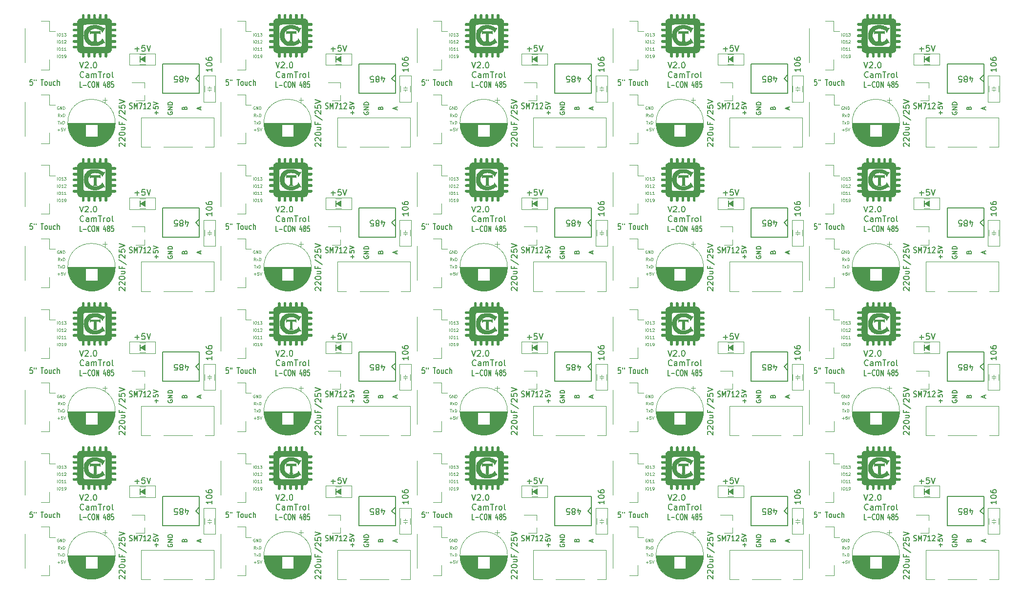
<source format=gbr>
%TF.GenerationSoftware,KiCad,Pcbnew,8.0.4*%
%TF.CreationDate,2024-11-04T15:17:51+09:00*%
%TF.ProjectId,L-CON RS485 V2.0,4c2d434f-4e20-4525-9334-38352056322e,rev?*%
%TF.SameCoordinates,Original*%
%TF.FileFunction,Legend,Top*%
%TF.FilePolarity,Positive*%
%FSLAX46Y46*%
G04 Gerber Fmt 4.6, Leading zero omitted, Abs format (unit mm)*
G04 Created by KiCad (PCBNEW 8.0.4) date 2024-11-04 15:17:51*
%MOMM*%
%LPD*%
G01*
G04 APERTURE LIST*
%ADD10C,0.200000*%
%ADD11C,0.150000*%
%ADD12C,0.175000*%
%ADD13C,0.120000*%
%ADD14C,0.010000*%
%ADD15C,0.180000*%
%ADD16C,0.100000*%
G04 APERTURE END LIST*
D10*
X177303006Y-131172219D02*
X176922054Y-131172219D01*
X176922054Y-131172219D02*
X176883958Y-131648409D01*
X176883958Y-131648409D02*
X176922054Y-131600790D01*
X176922054Y-131600790D02*
X176998244Y-131553171D01*
X176998244Y-131553171D02*
X177188720Y-131553171D01*
X177188720Y-131553171D02*
X177264911Y-131600790D01*
X177264911Y-131600790D02*
X177303006Y-131648409D01*
X177303006Y-131648409D02*
X177341101Y-131743647D01*
X177341101Y-131743647D02*
X177341101Y-131981742D01*
X177341101Y-131981742D02*
X177303006Y-132076980D01*
X177303006Y-132076980D02*
X177264911Y-132124600D01*
X177264911Y-132124600D02*
X177188720Y-132172219D01*
X177188720Y-132172219D02*
X176998244Y-132172219D01*
X176998244Y-132172219D02*
X176922054Y-132124600D01*
X176922054Y-132124600D02*
X176883958Y-132076980D01*
X177645863Y-131172219D02*
X177645863Y-131362695D01*
X177950625Y-131172219D02*
X177950625Y-131362695D01*
X178788721Y-131172219D02*
X179245864Y-131172219D01*
X179017292Y-132172219D02*
X179017292Y-131172219D01*
X179626816Y-132172219D02*
X179550626Y-132124600D01*
X179550626Y-132124600D02*
X179512531Y-132076980D01*
X179512531Y-132076980D02*
X179474435Y-131981742D01*
X179474435Y-131981742D02*
X179474435Y-131696028D01*
X179474435Y-131696028D02*
X179512531Y-131600790D01*
X179512531Y-131600790D02*
X179550626Y-131553171D01*
X179550626Y-131553171D02*
X179626816Y-131505552D01*
X179626816Y-131505552D02*
X179741102Y-131505552D01*
X179741102Y-131505552D02*
X179817293Y-131553171D01*
X179817293Y-131553171D02*
X179855388Y-131600790D01*
X179855388Y-131600790D02*
X179893483Y-131696028D01*
X179893483Y-131696028D02*
X179893483Y-131981742D01*
X179893483Y-131981742D02*
X179855388Y-132076980D01*
X179855388Y-132076980D02*
X179817293Y-132124600D01*
X179817293Y-132124600D02*
X179741102Y-132172219D01*
X179741102Y-132172219D02*
X179626816Y-132172219D01*
X180579198Y-131505552D02*
X180579198Y-132172219D01*
X180236341Y-131505552D02*
X180236341Y-132029361D01*
X180236341Y-132029361D02*
X180274436Y-132124600D01*
X180274436Y-132124600D02*
X180350626Y-132172219D01*
X180350626Y-132172219D02*
X180464912Y-132172219D01*
X180464912Y-132172219D02*
X180541103Y-132124600D01*
X180541103Y-132124600D02*
X180579198Y-132076980D01*
X181303008Y-132124600D02*
X181226817Y-132172219D01*
X181226817Y-132172219D02*
X181074436Y-132172219D01*
X181074436Y-132172219D02*
X180998246Y-132124600D01*
X180998246Y-132124600D02*
X180960151Y-132076980D01*
X180960151Y-132076980D02*
X180922055Y-131981742D01*
X180922055Y-131981742D02*
X180922055Y-131696028D01*
X180922055Y-131696028D02*
X180960151Y-131600790D01*
X180960151Y-131600790D02*
X180998246Y-131553171D01*
X180998246Y-131553171D02*
X181074436Y-131505552D01*
X181074436Y-131505552D02*
X181226817Y-131505552D01*
X181226817Y-131505552D02*
X181303008Y-131553171D01*
X181645865Y-132172219D02*
X181645865Y-131172219D01*
X181988722Y-132172219D02*
X181988722Y-131648409D01*
X181988722Y-131648409D02*
X181950627Y-131553171D01*
X181950627Y-131553171D02*
X181874436Y-131505552D01*
X181874436Y-131505552D02*
X181760150Y-131505552D01*
X181760150Y-131505552D02*
X181683960Y-131553171D01*
X181683960Y-131553171D02*
X181645865Y-131600790D01*
D11*
X203693247Y-136125125D02*
X203731342Y-136010839D01*
X203731342Y-136010839D02*
X203769438Y-135972744D01*
X203769438Y-135972744D02*
X203845628Y-135934648D01*
X203845628Y-135934648D02*
X203959914Y-135934648D01*
X203959914Y-135934648D02*
X204036104Y-135972744D01*
X204036104Y-135972744D02*
X204074200Y-136010839D01*
X204074200Y-136010839D02*
X204112295Y-136087029D01*
X204112295Y-136087029D02*
X204112295Y-136391791D01*
X204112295Y-136391791D02*
X203312295Y-136391791D01*
X203312295Y-136391791D02*
X203312295Y-136125125D01*
X203312295Y-136125125D02*
X203350390Y-136048934D01*
X203350390Y-136048934D02*
X203388485Y-136010839D01*
X203388485Y-136010839D02*
X203464676Y-135972744D01*
X203464676Y-135972744D02*
X203540866Y-135972744D01*
X203540866Y-135972744D02*
X203617057Y-136010839D01*
X203617057Y-136010839D02*
X203655152Y-136048934D01*
X203655152Y-136048934D02*
X203693247Y-136125125D01*
X203693247Y-136125125D02*
X203693247Y-136391791D01*
X200850390Y-136791792D02*
X200812295Y-136867982D01*
X200812295Y-136867982D02*
X200812295Y-136982268D01*
X200812295Y-136982268D02*
X200850390Y-137096554D01*
X200850390Y-137096554D02*
X200926580Y-137172744D01*
X200926580Y-137172744D02*
X201002771Y-137210839D01*
X201002771Y-137210839D02*
X201155152Y-137248935D01*
X201155152Y-137248935D02*
X201269438Y-137248935D01*
X201269438Y-137248935D02*
X201421819Y-137210839D01*
X201421819Y-137210839D02*
X201498009Y-137172744D01*
X201498009Y-137172744D02*
X201574200Y-137096554D01*
X201574200Y-137096554D02*
X201612295Y-136982268D01*
X201612295Y-136982268D02*
X201612295Y-136906077D01*
X201612295Y-136906077D02*
X201574200Y-136791792D01*
X201574200Y-136791792D02*
X201536104Y-136753696D01*
X201536104Y-136753696D02*
X201269438Y-136753696D01*
X201269438Y-136753696D02*
X201269438Y-136906077D01*
X201612295Y-136410839D02*
X200812295Y-136410839D01*
X200812295Y-136410839D02*
X201612295Y-135953696D01*
X201612295Y-135953696D02*
X200812295Y-135953696D01*
X201612295Y-135572744D02*
X200812295Y-135572744D01*
X200812295Y-135572744D02*
X200812295Y-135382268D01*
X200812295Y-135382268D02*
X200850390Y-135267982D01*
X200850390Y-135267982D02*
X200926580Y-135191792D01*
X200926580Y-135191792D02*
X201002771Y-135153697D01*
X201002771Y-135153697D02*
X201155152Y-135115601D01*
X201155152Y-135115601D02*
X201269438Y-135115601D01*
X201269438Y-135115601D02*
X201421819Y-135153697D01*
X201421819Y-135153697D02*
X201498009Y-135191792D01*
X201498009Y-135191792D02*
X201574200Y-135267982D01*
X201574200Y-135267982D02*
X201612295Y-135382268D01*
X201612295Y-135382268D02*
X201612295Y-135572744D01*
D10*
X185502816Y-128164219D02*
X185836149Y-129164219D01*
X185836149Y-129164219D02*
X186169482Y-128164219D01*
X186455197Y-128259457D02*
X186502816Y-128211838D01*
X186502816Y-128211838D02*
X186598054Y-128164219D01*
X186598054Y-128164219D02*
X186836149Y-128164219D01*
X186836149Y-128164219D02*
X186931387Y-128211838D01*
X186931387Y-128211838D02*
X186979006Y-128259457D01*
X186979006Y-128259457D02*
X187026625Y-128354695D01*
X187026625Y-128354695D02*
X187026625Y-128449933D01*
X187026625Y-128449933D02*
X186979006Y-128592790D01*
X186979006Y-128592790D02*
X186407578Y-129164219D01*
X186407578Y-129164219D02*
X187026625Y-129164219D01*
X187455197Y-129068980D02*
X187502816Y-129116600D01*
X187502816Y-129116600D02*
X187455197Y-129164219D01*
X187455197Y-129164219D02*
X187407578Y-129116600D01*
X187407578Y-129116600D02*
X187455197Y-129068980D01*
X187455197Y-129068980D02*
X187455197Y-129164219D01*
X188121863Y-128164219D02*
X188217101Y-128164219D01*
X188217101Y-128164219D02*
X188312339Y-128211838D01*
X188312339Y-128211838D02*
X188359958Y-128259457D01*
X188359958Y-128259457D02*
X188407577Y-128354695D01*
X188407577Y-128354695D02*
X188455196Y-128545171D01*
X188455196Y-128545171D02*
X188455196Y-128783266D01*
X188455196Y-128783266D02*
X188407577Y-128973742D01*
X188407577Y-128973742D02*
X188359958Y-129068980D01*
X188359958Y-129068980D02*
X188312339Y-129116600D01*
X188312339Y-129116600D02*
X188217101Y-129164219D01*
X188217101Y-129164219D02*
X188121863Y-129164219D01*
X188121863Y-129164219D02*
X188026625Y-129116600D01*
X188026625Y-129116600D02*
X187979006Y-129068980D01*
X187979006Y-129068980D02*
X187931387Y-128973742D01*
X187931387Y-128973742D02*
X187883768Y-128783266D01*
X187883768Y-128783266D02*
X187883768Y-128545171D01*
X187883768Y-128545171D02*
X187931387Y-128354695D01*
X187931387Y-128354695D02*
X187979006Y-128259457D01*
X187979006Y-128259457D02*
X188026625Y-128211838D01*
X188026625Y-128211838D02*
X188121863Y-128164219D01*
D12*
X185891131Y-132545519D02*
X185557797Y-132545519D01*
X185557797Y-132545519D02*
X185557797Y-131545519D01*
X186124464Y-132164566D02*
X186657798Y-132164566D01*
X187391131Y-132450280D02*
X187357798Y-132497900D01*
X187357798Y-132497900D02*
X187257798Y-132545519D01*
X187257798Y-132545519D02*
X187191131Y-132545519D01*
X187191131Y-132545519D02*
X187091131Y-132497900D01*
X187091131Y-132497900D02*
X187024465Y-132402661D01*
X187024465Y-132402661D02*
X186991131Y-132307423D01*
X186991131Y-132307423D02*
X186957798Y-132116947D01*
X186957798Y-132116947D02*
X186957798Y-131974090D01*
X186957798Y-131974090D02*
X186991131Y-131783614D01*
X186991131Y-131783614D02*
X187024465Y-131688376D01*
X187024465Y-131688376D02*
X187091131Y-131593138D01*
X187091131Y-131593138D02*
X187191131Y-131545519D01*
X187191131Y-131545519D02*
X187257798Y-131545519D01*
X187257798Y-131545519D02*
X187357798Y-131593138D01*
X187357798Y-131593138D02*
X187391131Y-131640757D01*
X187824465Y-131545519D02*
X187957798Y-131545519D01*
X187957798Y-131545519D02*
X188024465Y-131593138D01*
X188024465Y-131593138D02*
X188091131Y-131688376D01*
X188091131Y-131688376D02*
X188124465Y-131878852D01*
X188124465Y-131878852D02*
X188124465Y-132212185D01*
X188124465Y-132212185D02*
X188091131Y-132402661D01*
X188091131Y-132402661D02*
X188024465Y-132497900D01*
X188024465Y-132497900D02*
X187957798Y-132545519D01*
X187957798Y-132545519D02*
X187824465Y-132545519D01*
X187824465Y-132545519D02*
X187757798Y-132497900D01*
X187757798Y-132497900D02*
X187691131Y-132402661D01*
X187691131Y-132402661D02*
X187657798Y-132212185D01*
X187657798Y-132212185D02*
X187657798Y-131878852D01*
X187657798Y-131878852D02*
X187691131Y-131688376D01*
X187691131Y-131688376D02*
X187757798Y-131593138D01*
X187757798Y-131593138D02*
X187824465Y-131545519D01*
X188424464Y-132545519D02*
X188424464Y-131545519D01*
X188424464Y-131545519D02*
X188824464Y-132545519D01*
X188824464Y-132545519D02*
X188824464Y-131545519D01*
X189991130Y-131878852D02*
X189991130Y-132545519D01*
X189824464Y-131497900D02*
X189657797Y-132212185D01*
X189657797Y-132212185D02*
X190091130Y-132212185D01*
X190457797Y-131974090D02*
X190391131Y-131926471D01*
X190391131Y-131926471D02*
X190357797Y-131878852D01*
X190357797Y-131878852D02*
X190324464Y-131783614D01*
X190324464Y-131783614D02*
X190324464Y-131735995D01*
X190324464Y-131735995D02*
X190357797Y-131640757D01*
X190357797Y-131640757D02*
X190391131Y-131593138D01*
X190391131Y-131593138D02*
X190457797Y-131545519D01*
X190457797Y-131545519D02*
X190591131Y-131545519D01*
X190591131Y-131545519D02*
X190657797Y-131593138D01*
X190657797Y-131593138D02*
X190691131Y-131640757D01*
X190691131Y-131640757D02*
X190724464Y-131735995D01*
X190724464Y-131735995D02*
X190724464Y-131783614D01*
X190724464Y-131783614D02*
X190691131Y-131878852D01*
X190691131Y-131878852D02*
X190657797Y-131926471D01*
X190657797Y-131926471D02*
X190591131Y-131974090D01*
X190591131Y-131974090D02*
X190457797Y-131974090D01*
X190457797Y-131974090D02*
X190391131Y-132021709D01*
X190391131Y-132021709D02*
X190357797Y-132069328D01*
X190357797Y-132069328D02*
X190324464Y-132164566D01*
X190324464Y-132164566D02*
X190324464Y-132355042D01*
X190324464Y-132355042D02*
X190357797Y-132450280D01*
X190357797Y-132450280D02*
X190391131Y-132497900D01*
X190391131Y-132497900D02*
X190457797Y-132545519D01*
X190457797Y-132545519D02*
X190591131Y-132545519D01*
X190591131Y-132545519D02*
X190657797Y-132497900D01*
X190657797Y-132497900D02*
X190691131Y-132450280D01*
X190691131Y-132450280D02*
X190724464Y-132355042D01*
X190724464Y-132355042D02*
X190724464Y-132164566D01*
X190724464Y-132164566D02*
X190691131Y-132069328D01*
X190691131Y-132069328D02*
X190657797Y-132021709D01*
X190657797Y-132021709D02*
X190591131Y-131974090D01*
X191357798Y-131545519D02*
X191024464Y-131545519D01*
X191024464Y-131545519D02*
X190991131Y-132021709D01*
X190991131Y-132021709D02*
X191024464Y-131974090D01*
X191024464Y-131974090D02*
X191091131Y-131926471D01*
X191091131Y-131926471D02*
X191257798Y-131926471D01*
X191257798Y-131926471D02*
X191324464Y-131974090D01*
X191324464Y-131974090D02*
X191357798Y-132021709D01*
X191357798Y-132021709D02*
X191391131Y-132116947D01*
X191391131Y-132116947D02*
X191391131Y-132355042D01*
X191391131Y-132355042D02*
X191357798Y-132450280D01*
X191357798Y-132450280D02*
X191324464Y-132497900D01*
X191324464Y-132497900D02*
X191257798Y-132545519D01*
X191257798Y-132545519D02*
X191091131Y-132545519D01*
X191091131Y-132545519D02*
X191024464Y-132497900D01*
X191024464Y-132497900D02*
X190991131Y-132450280D01*
D10*
X186217101Y-130728980D02*
X186169482Y-130776600D01*
X186169482Y-130776600D02*
X186026625Y-130824219D01*
X186026625Y-130824219D02*
X185931387Y-130824219D01*
X185931387Y-130824219D02*
X185788530Y-130776600D01*
X185788530Y-130776600D02*
X185693292Y-130681361D01*
X185693292Y-130681361D02*
X185645673Y-130586123D01*
X185645673Y-130586123D02*
X185598054Y-130395647D01*
X185598054Y-130395647D02*
X185598054Y-130252790D01*
X185598054Y-130252790D02*
X185645673Y-130062314D01*
X185645673Y-130062314D02*
X185693292Y-129967076D01*
X185693292Y-129967076D02*
X185788530Y-129871838D01*
X185788530Y-129871838D02*
X185931387Y-129824219D01*
X185931387Y-129824219D02*
X186026625Y-129824219D01*
X186026625Y-129824219D02*
X186169482Y-129871838D01*
X186169482Y-129871838D02*
X186217101Y-129919457D01*
X187074244Y-130824219D02*
X187074244Y-130300409D01*
X187074244Y-130300409D02*
X187026625Y-130205171D01*
X187026625Y-130205171D02*
X186931387Y-130157552D01*
X186931387Y-130157552D02*
X186740911Y-130157552D01*
X186740911Y-130157552D02*
X186645673Y-130205171D01*
X187074244Y-130776600D02*
X186979006Y-130824219D01*
X186979006Y-130824219D02*
X186740911Y-130824219D01*
X186740911Y-130824219D02*
X186645673Y-130776600D01*
X186645673Y-130776600D02*
X186598054Y-130681361D01*
X186598054Y-130681361D02*
X186598054Y-130586123D01*
X186598054Y-130586123D02*
X186645673Y-130490885D01*
X186645673Y-130490885D02*
X186740911Y-130443266D01*
X186740911Y-130443266D02*
X186979006Y-130443266D01*
X186979006Y-130443266D02*
X187074244Y-130395647D01*
X187550435Y-130824219D02*
X187550435Y-130157552D01*
X187550435Y-130252790D02*
X187598054Y-130205171D01*
X187598054Y-130205171D02*
X187693292Y-130157552D01*
X187693292Y-130157552D02*
X187836149Y-130157552D01*
X187836149Y-130157552D02*
X187931387Y-130205171D01*
X187931387Y-130205171D02*
X187979006Y-130300409D01*
X187979006Y-130300409D02*
X187979006Y-130824219D01*
X187979006Y-130300409D02*
X188026625Y-130205171D01*
X188026625Y-130205171D02*
X188121863Y-130157552D01*
X188121863Y-130157552D02*
X188264720Y-130157552D01*
X188264720Y-130157552D02*
X188359959Y-130205171D01*
X188359959Y-130205171D02*
X188407578Y-130300409D01*
X188407578Y-130300409D02*
X188407578Y-130824219D01*
X188740911Y-129824219D02*
X189312339Y-129824219D01*
X189026625Y-130824219D02*
X189026625Y-129824219D01*
X189645673Y-130824219D02*
X189645673Y-130157552D01*
X189645673Y-130348028D02*
X189693292Y-130252790D01*
X189693292Y-130252790D02*
X189740911Y-130205171D01*
X189740911Y-130205171D02*
X189836149Y-130157552D01*
X189836149Y-130157552D02*
X189931387Y-130157552D01*
X190407578Y-130824219D02*
X190312340Y-130776600D01*
X190312340Y-130776600D02*
X190264721Y-130728980D01*
X190264721Y-130728980D02*
X190217102Y-130633742D01*
X190217102Y-130633742D02*
X190217102Y-130348028D01*
X190217102Y-130348028D02*
X190264721Y-130252790D01*
X190264721Y-130252790D02*
X190312340Y-130205171D01*
X190312340Y-130205171D02*
X190407578Y-130157552D01*
X190407578Y-130157552D02*
X190550435Y-130157552D01*
X190550435Y-130157552D02*
X190645673Y-130205171D01*
X190645673Y-130205171D02*
X190693292Y-130252790D01*
X190693292Y-130252790D02*
X190740911Y-130348028D01*
X190740911Y-130348028D02*
X190740911Y-130633742D01*
X190740911Y-130633742D02*
X190693292Y-130728980D01*
X190693292Y-130728980D02*
X190645673Y-130776600D01*
X190645673Y-130776600D02*
X190550435Y-130824219D01*
X190550435Y-130824219D02*
X190407578Y-130824219D01*
X191312340Y-130824219D02*
X191217102Y-130776600D01*
X191217102Y-130776600D02*
X191169483Y-130681361D01*
X191169483Y-130681361D02*
X191169483Y-129824219D01*
D11*
X206383723Y-136372744D02*
X206383723Y-135991791D01*
X206612295Y-136448934D02*
X205812295Y-136182267D01*
X205812295Y-136182267D02*
X206612295Y-135915601D01*
X198807533Y-137210839D02*
X198807533Y-136601316D01*
X199112295Y-136906077D02*
X198502771Y-136906077D01*
X198312295Y-135839411D02*
X198312295Y-136220363D01*
X198312295Y-136220363D02*
X198693247Y-136258459D01*
X198693247Y-136258459D02*
X198655152Y-136220363D01*
X198655152Y-136220363D02*
X198617057Y-136144173D01*
X198617057Y-136144173D02*
X198617057Y-135953697D01*
X198617057Y-135953697D02*
X198655152Y-135877506D01*
X198655152Y-135877506D02*
X198693247Y-135839411D01*
X198693247Y-135839411D02*
X198769438Y-135801316D01*
X198769438Y-135801316D02*
X198959914Y-135801316D01*
X198959914Y-135801316D02*
X199036104Y-135839411D01*
X199036104Y-135839411D02*
X199074200Y-135877506D01*
X199074200Y-135877506D02*
X199112295Y-135953697D01*
X199112295Y-135953697D02*
X199112295Y-136144173D01*
X199112295Y-136144173D02*
X199074200Y-136220363D01*
X199074200Y-136220363D02*
X199036104Y-136258459D01*
X198312295Y-135572744D02*
X199112295Y-135306077D01*
X199112295Y-135306077D02*
X198312295Y-135039411D01*
D10*
X143303006Y-131172219D02*
X142922054Y-131172219D01*
X142922054Y-131172219D02*
X142883958Y-131648409D01*
X142883958Y-131648409D02*
X142922054Y-131600790D01*
X142922054Y-131600790D02*
X142998244Y-131553171D01*
X142998244Y-131553171D02*
X143188720Y-131553171D01*
X143188720Y-131553171D02*
X143264911Y-131600790D01*
X143264911Y-131600790D02*
X143303006Y-131648409D01*
X143303006Y-131648409D02*
X143341101Y-131743647D01*
X143341101Y-131743647D02*
X143341101Y-131981742D01*
X143341101Y-131981742D02*
X143303006Y-132076980D01*
X143303006Y-132076980D02*
X143264911Y-132124600D01*
X143264911Y-132124600D02*
X143188720Y-132172219D01*
X143188720Y-132172219D02*
X142998244Y-132172219D01*
X142998244Y-132172219D02*
X142922054Y-132124600D01*
X142922054Y-132124600D02*
X142883958Y-132076980D01*
X143645863Y-131172219D02*
X143645863Y-131362695D01*
X143950625Y-131172219D02*
X143950625Y-131362695D01*
X144788721Y-131172219D02*
X145245864Y-131172219D01*
X145017292Y-132172219D02*
X145017292Y-131172219D01*
X145626816Y-132172219D02*
X145550626Y-132124600D01*
X145550626Y-132124600D02*
X145512531Y-132076980D01*
X145512531Y-132076980D02*
X145474435Y-131981742D01*
X145474435Y-131981742D02*
X145474435Y-131696028D01*
X145474435Y-131696028D02*
X145512531Y-131600790D01*
X145512531Y-131600790D02*
X145550626Y-131553171D01*
X145550626Y-131553171D02*
X145626816Y-131505552D01*
X145626816Y-131505552D02*
X145741102Y-131505552D01*
X145741102Y-131505552D02*
X145817293Y-131553171D01*
X145817293Y-131553171D02*
X145855388Y-131600790D01*
X145855388Y-131600790D02*
X145893483Y-131696028D01*
X145893483Y-131696028D02*
X145893483Y-131981742D01*
X145893483Y-131981742D02*
X145855388Y-132076980D01*
X145855388Y-132076980D02*
X145817293Y-132124600D01*
X145817293Y-132124600D02*
X145741102Y-132172219D01*
X145741102Y-132172219D02*
X145626816Y-132172219D01*
X146579198Y-131505552D02*
X146579198Y-132172219D01*
X146236341Y-131505552D02*
X146236341Y-132029361D01*
X146236341Y-132029361D02*
X146274436Y-132124600D01*
X146274436Y-132124600D02*
X146350626Y-132172219D01*
X146350626Y-132172219D02*
X146464912Y-132172219D01*
X146464912Y-132172219D02*
X146541103Y-132124600D01*
X146541103Y-132124600D02*
X146579198Y-132076980D01*
X147303008Y-132124600D02*
X147226817Y-132172219D01*
X147226817Y-132172219D02*
X147074436Y-132172219D01*
X147074436Y-132172219D02*
X146998246Y-132124600D01*
X146998246Y-132124600D02*
X146960151Y-132076980D01*
X146960151Y-132076980D02*
X146922055Y-131981742D01*
X146922055Y-131981742D02*
X146922055Y-131696028D01*
X146922055Y-131696028D02*
X146960151Y-131600790D01*
X146960151Y-131600790D02*
X146998246Y-131553171D01*
X146998246Y-131553171D02*
X147074436Y-131505552D01*
X147074436Y-131505552D02*
X147226817Y-131505552D01*
X147226817Y-131505552D02*
X147303008Y-131553171D01*
X147645865Y-132172219D02*
X147645865Y-131172219D01*
X147988722Y-132172219D02*
X147988722Y-131648409D01*
X147988722Y-131648409D02*
X147950627Y-131553171D01*
X147950627Y-131553171D02*
X147874436Y-131505552D01*
X147874436Y-131505552D02*
X147760150Y-131505552D01*
X147760150Y-131505552D02*
X147683960Y-131553171D01*
X147683960Y-131553171D02*
X147645865Y-131600790D01*
D11*
X169693247Y-136125125D02*
X169731342Y-136010839D01*
X169731342Y-136010839D02*
X169769438Y-135972744D01*
X169769438Y-135972744D02*
X169845628Y-135934648D01*
X169845628Y-135934648D02*
X169959914Y-135934648D01*
X169959914Y-135934648D02*
X170036104Y-135972744D01*
X170036104Y-135972744D02*
X170074200Y-136010839D01*
X170074200Y-136010839D02*
X170112295Y-136087029D01*
X170112295Y-136087029D02*
X170112295Y-136391791D01*
X170112295Y-136391791D02*
X169312295Y-136391791D01*
X169312295Y-136391791D02*
X169312295Y-136125125D01*
X169312295Y-136125125D02*
X169350390Y-136048934D01*
X169350390Y-136048934D02*
X169388485Y-136010839D01*
X169388485Y-136010839D02*
X169464676Y-135972744D01*
X169464676Y-135972744D02*
X169540866Y-135972744D01*
X169540866Y-135972744D02*
X169617057Y-136010839D01*
X169617057Y-136010839D02*
X169655152Y-136048934D01*
X169655152Y-136048934D02*
X169693247Y-136125125D01*
X169693247Y-136125125D02*
X169693247Y-136391791D01*
X166850390Y-136791792D02*
X166812295Y-136867982D01*
X166812295Y-136867982D02*
X166812295Y-136982268D01*
X166812295Y-136982268D02*
X166850390Y-137096554D01*
X166850390Y-137096554D02*
X166926580Y-137172744D01*
X166926580Y-137172744D02*
X167002771Y-137210839D01*
X167002771Y-137210839D02*
X167155152Y-137248935D01*
X167155152Y-137248935D02*
X167269438Y-137248935D01*
X167269438Y-137248935D02*
X167421819Y-137210839D01*
X167421819Y-137210839D02*
X167498009Y-137172744D01*
X167498009Y-137172744D02*
X167574200Y-137096554D01*
X167574200Y-137096554D02*
X167612295Y-136982268D01*
X167612295Y-136982268D02*
X167612295Y-136906077D01*
X167612295Y-136906077D02*
X167574200Y-136791792D01*
X167574200Y-136791792D02*
X167536104Y-136753696D01*
X167536104Y-136753696D02*
X167269438Y-136753696D01*
X167269438Y-136753696D02*
X167269438Y-136906077D01*
X167612295Y-136410839D02*
X166812295Y-136410839D01*
X166812295Y-136410839D02*
X167612295Y-135953696D01*
X167612295Y-135953696D02*
X166812295Y-135953696D01*
X167612295Y-135572744D02*
X166812295Y-135572744D01*
X166812295Y-135572744D02*
X166812295Y-135382268D01*
X166812295Y-135382268D02*
X166850390Y-135267982D01*
X166850390Y-135267982D02*
X166926580Y-135191792D01*
X166926580Y-135191792D02*
X167002771Y-135153697D01*
X167002771Y-135153697D02*
X167155152Y-135115601D01*
X167155152Y-135115601D02*
X167269438Y-135115601D01*
X167269438Y-135115601D02*
X167421819Y-135153697D01*
X167421819Y-135153697D02*
X167498009Y-135191792D01*
X167498009Y-135191792D02*
X167574200Y-135267982D01*
X167574200Y-135267982D02*
X167612295Y-135382268D01*
X167612295Y-135382268D02*
X167612295Y-135572744D01*
D10*
X151502816Y-128164219D02*
X151836149Y-129164219D01*
X151836149Y-129164219D02*
X152169482Y-128164219D01*
X152455197Y-128259457D02*
X152502816Y-128211838D01*
X152502816Y-128211838D02*
X152598054Y-128164219D01*
X152598054Y-128164219D02*
X152836149Y-128164219D01*
X152836149Y-128164219D02*
X152931387Y-128211838D01*
X152931387Y-128211838D02*
X152979006Y-128259457D01*
X152979006Y-128259457D02*
X153026625Y-128354695D01*
X153026625Y-128354695D02*
X153026625Y-128449933D01*
X153026625Y-128449933D02*
X152979006Y-128592790D01*
X152979006Y-128592790D02*
X152407578Y-129164219D01*
X152407578Y-129164219D02*
X153026625Y-129164219D01*
X153455197Y-129068980D02*
X153502816Y-129116600D01*
X153502816Y-129116600D02*
X153455197Y-129164219D01*
X153455197Y-129164219D02*
X153407578Y-129116600D01*
X153407578Y-129116600D02*
X153455197Y-129068980D01*
X153455197Y-129068980D02*
X153455197Y-129164219D01*
X154121863Y-128164219D02*
X154217101Y-128164219D01*
X154217101Y-128164219D02*
X154312339Y-128211838D01*
X154312339Y-128211838D02*
X154359958Y-128259457D01*
X154359958Y-128259457D02*
X154407577Y-128354695D01*
X154407577Y-128354695D02*
X154455196Y-128545171D01*
X154455196Y-128545171D02*
X154455196Y-128783266D01*
X154455196Y-128783266D02*
X154407577Y-128973742D01*
X154407577Y-128973742D02*
X154359958Y-129068980D01*
X154359958Y-129068980D02*
X154312339Y-129116600D01*
X154312339Y-129116600D02*
X154217101Y-129164219D01*
X154217101Y-129164219D02*
X154121863Y-129164219D01*
X154121863Y-129164219D02*
X154026625Y-129116600D01*
X154026625Y-129116600D02*
X153979006Y-129068980D01*
X153979006Y-129068980D02*
X153931387Y-128973742D01*
X153931387Y-128973742D02*
X153883768Y-128783266D01*
X153883768Y-128783266D02*
X153883768Y-128545171D01*
X153883768Y-128545171D02*
X153931387Y-128354695D01*
X153931387Y-128354695D02*
X153979006Y-128259457D01*
X153979006Y-128259457D02*
X154026625Y-128211838D01*
X154026625Y-128211838D02*
X154121863Y-128164219D01*
D12*
X151891131Y-132545519D02*
X151557797Y-132545519D01*
X151557797Y-132545519D02*
X151557797Y-131545519D01*
X152124464Y-132164566D02*
X152657798Y-132164566D01*
X153391131Y-132450280D02*
X153357798Y-132497900D01*
X153357798Y-132497900D02*
X153257798Y-132545519D01*
X153257798Y-132545519D02*
X153191131Y-132545519D01*
X153191131Y-132545519D02*
X153091131Y-132497900D01*
X153091131Y-132497900D02*
X153024465Y-132402661D01*
X153024465Y-132402661D02*
X152991131Y-132307423D01*
X152991131Y-132307423D02*
X152957798Y-132116947D01*
X152957798Y-132116947D02*
X152957798Y-131974090D01*
X152957798Y-131974090D02*
X152991131Y-131783614D01*
X152991131Y-131783614D02*
X153024465Y-131688376D01*
X153024465Y-131688376D02*
X153091131Y-131593138D01*
X153091131Y-131593138D02*
X153191131Y-131545519D01*
X153191131Y-131545519D02*
X153257798Y-131545519D01*
X153257798Y-131545519D02*
X153357798Y-131593138D01*
X153357798Y-131593138D02*
X153391131Y-131640757D01*
X153824465Y-131545519D02*
X153957798Y-131545519D01*
X153957798Y-131545519D02*
X154024465Y-131593138D01*
X154024465Y-131593138D02*
X154091131Y-131688376D01*
X154091131Y-131688376D02*
X154124465Y-131878852D01*
X154124465Y-131878852D02*
X154124465Y-132212185D01*
X154124465Y-132212185D02*
X154091131Y-132402661D01*
X154091131Y-132402661D02*
X154024465Y-132497900D01*
X154024465Y-132497900D02*
X153957798Y-132545519D01*
X153957798Y-132545519D02*
X153824465Y-132545519D01*
X153824465Y-132545519D02*
X153757798Y-132497900D01*
X153757798Y-132497900D02*
X153691131Y-132402661D01*
X153691131Y-132402661D02*
X153657798Y-132212185D01*
X153657798Y-132212185D02*
X153657798Y-131878852D01*
X153657798Y-131878852D02*
X153691131Y-131688376D01*
X153691131Y-131688376D02*
X153757798Y-131593138D01*
X153757798Y-131593138D02*
X153824465Y-131545519D01*
X154424464Y-132545519D02*
X154424464Y-131545519D01*
X154424464Y-131545519D02*
X154824464Y-132545519D01*
X154824464Y-132545519D02*
X154824464Y-131545519D01*
X155991130Y-131878852D02*
X155991130Y-132545519D01*
X155824464Y-131497900D02*
X155657797Y-132212185D01*
X155657797Y-132212185D02*
X156091130Y-132212185D01*
X156457797Y-131974090D02*
X156391131Y-131926471D01*
X156391131Y-131926471D02*
X156357797Y-131878852D01*
X156357797Y-131878852D02*
X156324464Y-131783614D01*
X156324464Y-131783614D02*
X156324464Y-131735995D01*
X156324464Y-131735995D02*
X156357797Y-131640757D01*
X156357797Y-131640757D02*
X156391131Y-131593138D01*
X156391131Y-131593138D02*
X156457797Y-131545519D01*
X156457797Y-131545519D02*
X156591131Y-131545519D01*
X156591131Y-131545519D02*
X156657797Y-131593138D01*
X156657797Y-131593138D02*
X156691131Y-131640757D01*
X156691131Y-131640757D02*
X156724464Y-131735995D01*
X156724464Y-131735995D02*
X156724464Y-131783614D01*
X156724464Y-131783614D02*
X156691131Y-131878852D01*
X156691131Y-131878852D02*
X156657797Y-131926471D01*
X156657797Y-131926471D02*
X156591131Y-131974090D01*
X156591131Y-131974090D02*
X156457797Y-131974090D01*
X156457797Y-131974090D02*
X156391131Y-132021709D01*
X156391131Y-132021709D02*
X156357797Y-132069328D01*
X156357797Y-132069328D02*
X156324464Y-132164566D01*
X156324464Y-132164566D02*
X156324464Y-132355042D01*
X156324464Y-132355042D02*
X156357797Y-132450280D01*
X156357797Y-132450280D02*
X156391131Y-132497900D01*
X156391131Y-132497900D02*
X156457797Y-132545519D01*
X156457797Y-132545519D02*
X156591131Y-132545519D01*
X156591131Y-132545519D02*
X156657797Y-132497900D01*
X156657797Y-132497900D02*
X156691131Y-132450280D01*
X156691131Y-132450280D02*
X156724464Y-132355042D01*
X156724464Y-132355042D02*
X156724464Y-132164566D01*
X156724464Y-132164566D02*
X156691131Y-132069328D01*
X156691131Y-132069328D02*
X156657797Y-132021709D01*
X156657797Y-132021709D02*
X156591131Y-131974090D01*
X157357798Y-131545519D02*
X157024464Y-131545519D01*
X157024464Y-131545519D02*
X156991131Y-132021709D01*
X156991131Y-132021709D02*
X157024464Y-131974090D01*
X157024464Y-131974090D02*
X157091131Y-131926471D01*
X157091131Y-131926471D02*
X157257798Y-131926471D01*
X157257798Y-131926471D02*
X157324464Y-131974090D01*
X157324464Y-131974090D02*
X157357798Y-132021709D01*
X157357798Y-132021709D02*
X157391131Y-132116947D01*
X157391131Y-132116947D02*
X157391131Y-132355042D01*
X157391131Y-132355042D02*
X157357798Y-132450280D01*
X157357798Y-132450280D02*
X157324464Y-132497900D01*
X157324464Y-132497900D02*
X157257798Y-132545519D01*
X157257798Y-132545519D02*
X157091131Y-132545519D01*
X157091131Y-132545519D02*
X157024464Y-132497900D01*
X157024464Y-132497900D02*
X156991131Y-132450280D01*
D10*
X152217101Y-130728980D02*
X152169482Y-130776600D01*
X152169482Y-130776600D02*
X152026625Y-130824219D01*
X152026625Y-130824219D02*
X151931387Y-130824219D01*
X151931387Y-130824219D02*
X151788530Y-130776600D01*
X151788530Y-130776600D02*
X151693292Y-130681361D01*
X151693292Y-130681361D02*
X151645673Y-130586123D01*
X151645673Y-130586123D02*
X151598054Y-130395647D01*
X151598054Y-130395647D02*
X151598054Y-130252790D01*
X151598054Y-130252790D02*
X151645673Y-130062314D01*
X151645673Y-130062314D02*
X151693292Y-129967076D01*
X151693292Y-129967076D02*
X151788530Y-129871838D01*
X151788530Y-129871838D02*
X151931387Y-129824219D01*
X151931387Y-129824219D02*
X152026625Y-129824219D01*
X152026625Y-129824219D02*
X152169482Y-129871838D01*
X152169482Y-129871838D02*
X152217101Y-129919457D01*
X153074244Y-130824219D02*
X153074244Y-130300409D01*
X153074244Y-130300409D02*
X153026625Y-130205171D01*
X153026625Y-130205171D02*
X152931387Y-130157552D01*
X152931387Y-130157552D02*
X152740911Y-130157552D01*
X152740911Y-130157552D02*
X152645673Y-130205171D01*
X153074244Y-130776600D02*
X152979006Y-130824219D01*
X152979006Y-130824219D02*
X152740911Y-130824219D01*
X152740911Y-130824219D02*
X152645673Y-130776600D01*
X152645673Y-130776600D02*
X152598054Y-130681361D01*
X152598054Y-130681361D02*
X152598054Y-130586123D01*
X152598054Y-130586123D02*
X152645673Y-130490885D01*
X152645673Y-130490885D02*
X152740911Y-130443266D01*
X152740911Y-130443266D02*
X152979006Y-130443266D01*
X152979006Y-130443266D02*
X153074244Y-130395647D01*
X153550435Y-130824219D02*
X153550435Y-130157552D01*
X153550435Y-130252790D02*
X153598054Y-130205171D01*
X153598054Y-130205171D02*
X153693292Y-130157552D01*
X153693292Y-130157552D02*
X153836149Y-130157552D01*
X153836149Y-130157552D02*
X153931387Y-130205171D01*
X153931387Y-130205171D02*
X153979006Y-130300409D01*
X153979006Y-130300409D02*
X153979006Y-130824219D01*
X153979006Y-130300409D02*
X154026625Y-130205171D01*
X154026625Y-130205171D02*
X154121863Y-130157552D01*
X154121863Y-130157552D02*
X154264720Y-130157552D01*
X154264720Y-130157552D02*
X154359959Y-130205171D01*
X154359959Y-130205171D02*
X154407578Y-130300409D01*
X154407578Y-130300409D02*
X154407578Y-130824219D01*
X154740911Y-129824219D02*
X155312339Y-129824219D01*
X155026625Y-130824219D02*
X155026625Y-129824219D01*
X155645673Y-130824219D02*
X155645673Y-130157552D01*
X155645673Y-130348028D02*
X155693292Y-130252790D01*
X155693292Y-130252790D02*
X155740911Y-130205171D01*
X155740911Y-130205171D02*
X155836149Y-130157552D01*
X155836149Y-130157552D02*
X155931387Y-130157552D01*
X156407578Y-130824219D02*
X156312340Y-130776600D01*
X156312340Y-130776600D02*
X156264721Y-130728980D01*
X156264721Y-130728980D02*
X156217102Y-130633742D01*
X156217102Y-130633742D02*
X156217102Y-130348028D01*
X156217102Y-130348028D02*
X156264721Y-130252790D01*
X156264721Y-130252790D02*
X156312340Y-130205171D01*
X156312340Y-130205171D02*
X156407578Y-130157552D01*
X156407578Y-130157552D02*
X156550435Y-130157552D01*
X156550435Y-130157552D02*
X156645673Y-130205171D01*
X156645673Y-130205171D02*
X156693292Y-130252790D01*
X156693292Y-130252790D02*
X156740911Y-130348028D01*
X156740911Y-130348028D02*
X156740911Y-130633742D01*
X156740911Y-130633742D02*
X156693292Y-130728980D01*
X156693292Y-130728980D02*
X156645673Y-130776600D01*
X156645673Y-130776600D02*
X156550435Y-130824219D01*
X156550435Y-130824219D02*
X156407578Y-130824219D01*
X157312340Y-130824219D02*
X157217102Y-130776600D01*
X157217102Y-130776600D02*
X157169483Y-130681361D01*
X157169483Y-130681361D02*
X157169483Y-129824219D01*
D11*
X172383723Y-136372744D02*
X172383723Y-135991791D01*
X172612295Y-136448934D02*
X171812295Y-136182267D01*
X171812295Y-136182267D02*
X172612295Y-135915601D01*
X164807533Y-137210839D02*
X164807533Y-136601316D01*
X165112295Y-136906077D02*
X164502771Y-136906077D01*
X164312295Y-135839411D02*
X164312295Y-136220363D01*
X164312295Y-136220363D02*
X164693247Y-136258459D01*
X164693247Y-136258459D02*
X164655152Y-136220363D01*
X164655152Y-136220363D02*
X164617057Y-136144173D01*
X164617057Y-136144173D02*
X164617057Y-135953697D01*
X164617057Y-135953697D02*
X164655152Y-135877506D01*
X164655152Y-135877506D02*
X164693247Y-135839411D01*
X164693247Y-135839411D02*
X164769438Y-135801316D01*
X164769438Y-135801316D02*
X164959914Y-135801316D01*
X164959914Y-135801316D02*
X165036104Y-135839411D01*
X165036104Y-135839411D02*
X165074200Y-135877506D01*
X165074200Y-135877506D02*
X165112295Y-135953697D01*
X165112295Y-135953697D02*
X165112295Y-136144173D01*
X165112295Y-136144173D02*
X165074200Y-136220363D01*
X165074200Y-136220363D02*
X165036104Y-136258459D01*
X164312295Y-135572744D02*
X165112295Y-135306077D01*
X165112295Y-135306077D02*
X164312295Y-135039411D01*
D10*
X109303006Y-131172219D02*
X108922054Y-131172219D01*
X108922054Y-131172219D02*
X108883958Y-131648409D01*
X108883958Y-131648409D02*
X108922054Y-131600790D01*
X108922054Y-131600790D02*
X108998244Y-131553171D01*
X108998244Y-131553171D02*
X109188720Y-131553171D01*
X109188720Y-131553171D02*
X109264911Y-131600790D01*
X109264911Y-131600790D02*
X109303006Y-131648409D01*
X109303006Y-131648409D02*
X109341101Y-131743647D01*
X109341101Y-131743647D02*
X109341101Y-131981742D01*
X109341101Y-131981742D02*
X109303006Y-132076980D01*
X109303006Y-132076980D02*
X109264911Y-132124600D01*
X109264911Y-132124600D02*
X109188720Y-132172219D01*
X109188720Y-132172219D02*
X108998244Y-132172219D01*
X108998244Y-132172219D02*
X108922054Y-132124600D01*
X108922054Y-132124600D02*
X108883958Y-132076980D01*
X109645863Y-131172219D02*
X109645863Y-131362695D01*
X109950625Y-131172219D02*
X109950625Y-131362695D01*
X110788721Y-131172219D02*
X111245864Y-131172219D01*
X111017292Y-132172219D02*
X111017292Y-131172219D01*
X111626816Y-132172219D02*
X111550626Y-132124600D01*
X111550626Y-132124600D02*
X111512531Y-132076980D01*
X111512531Y-132076980D02*
X111474435Y-131981742D01*
X111474435Y-131981742D02*
X111474435Y-131696028D01*
X111474435Y-131696028D02*
X111512531Y-131600790D01*
X111512531Y-131600790D02*
X111550626Y-131553171D01*
X111550626Y-131553171D02*
X111626816Y-131505552D01*
X111626816Y-131505552D02*
X111741102Y-131505552D01*
X111741102Y-131505552D02*
X111817293Y-131553171D01*
X111817293Y-131553171D02*
X111855388Y-131600790D01*
X111855388Y-131600790D02*
X111893483Y-131696028D01*
X111893483Y-131696028D02*
X111893483Y-131981742D01*
X111893483Y-131981742D02*
X111855388Y-132076980D01*
X111855388Y-132076980D02*
X111817293Y-132124600D01*
X111817293Y-132124600D02*
X111741102Y-132172219D01*
X111741102Y-132172219D02*
X111626816Y-132172219D01*
X112579198Y-131505552D02*
X112579198Y-132172219D01*
X112236341Y-131505552D02*
X112236341Y-132029361D01*
X112236341Y-132029361D02*
X112274436Y-132124600D01*
X112274436Y-132124600D02*
X112350626Y-132172219D01*
X112350626Y-132172219D02*
X112464912Y-132172219D01*
X112464912Y-132172219D02*
X112541103Y-132124600D01*
X112541103Y-132124600D02*
X112579198Y-132076980D01*
X113303008Y-132124600D02*
X113226817Y-132172219D01*
X113226817Y-132172219D02*
X113074436Y-132172219D01*
X113074436Y-132172219D02*
X112998246Y-132124600D01*
X112998246Y-132124600D02*
X112960151Y-132076980D01*
X112960151Y-132076980D02*
X112922055Y-131981742D01*
X112922055Y-131981742D02*
X112922055Y-131696028D01*
X112922055Y-131696028D02*
X112960151Y-131600790D01*
X112960151Y-131600790D02*
X112998246Y-131553171D01*
X112998246Y-131553171D02*
X113074436Y-131505552D01*
X113074436Y-131505552D02*
X113226817Y-131505552D01*
X113226817Y-131505552D02*
X113303008Y-131553171D01*
X113645865Y-132172219D02*
X113645865Y-131172219D01*
X113988722Y-132172219D02*
X113988722Y-131648409D01*
X113988722Y-131648409D02*
X113950627Y-131553171D01*
X113950627Y-131553171D02*
X113874436Y-131505552D01*
X113874436Y-131505552D02*
X113760150Y-131505552D01*
X113760150Y-131505552D02*
X113683960Y-131553171D01*
X113683960Y-131553171D02*
X113645865Y-131600790D01*
D11*
X135693247Y-136125125D02*
X135731342Y-136010839D01*
X135731342Y-136010839D02*
X135769438Y-135972744D01*
X135769438Y-135972744D02*
X135845628Y-135934648D01*
X135845628Y-135934648D02*
X135959914Y-135934648D01*
X135959914Y-135934648D02*
X136036104Y-135972744D01*
X136036104Y-135972744D02*
X136074200Y-136010839D01*
X136074200Y-136010839D02*
X136112295Y-136087029D01*
X136112295Y-136087029D02*
X136112295Y-136391791D01*
X136112295Y-136391791D02*
X135312295Y-136391791D01*
X135312295Y-136391791D02*
X135312295Y-136125125D01*
X135312295Y-136125125D02*
X135350390Y-136048934D01*
X135350390Y-136048934D02*
X135388485Y-136010839D01*
X135388485Y-136010839D02*
X135464676Y-135972744D01*
X135464676Y-135972744D02*
X135540866Y-135972744D01*
X135540866Y-135972744D02*
X135617057Y-136010839D01*
X135617057Y-136010839D02*
X135655152Y-136048934D01*
X135655152Y-136048934D02*
X135693247Y-136125125D01*
X135693247Y-136125125D02*
X135693247Y-136391791D01*
X132850390Y-136791792D02*
X132812295Y-136867982D01*
X132812295Y-136867982D02*
X132812295Y-136982268D01*
X132812295Y-136982268D02*
X132850390Y-137096554D01*
X132850390Y-137096554D02*
X132926580Y-137172744D01*
X132926580Y-137172744D02*
X133002771Y-137210839D01*
X133002771Y-137210839D02*
X133155152Y-137248935D01*
X133155152Y-137248935D02*
X133269438Y-137248935D01*
X133269438Y-137248935D02*
X133421819Y-137210839D01*
X133421819Y-137210839D02*
X133498009Y-137172744D01*
X133498009Y-137172744D02*
X133574200Y-137096554D01*
X133574200Y-137096554D02*
X133612295Y-136982268D01*
X133612295Y-136982268D02*
X133612295Y-136906077D01*
X133612295Y-136906077D02*
X133574200Y-136791792D01*
X133574200Y-136791792D02*
X133536104Y-136753696D01*
X133536104Y-136753696D02*
X133269438Y-136753696D01*
X133269438Y-136753696D02*
X133269438Y-136906077D01*
X133612295Y-136410839D02*
X132812295Y-136410839D01*
X132812295Y-136410839D02*
X133612295Y-135953696D01*
X133612295Y-135953696D02*
X132812295Y-135953696D01*
X133612295Y-135572744D02*
X132812295Y-135572744D01*
X132812295Y-135572744D02*
X132812295Y-135382268D01*
X132812295Y-135382268D02*
X132850390Y-135267982D01*
X132850390Y-135267982D02*
X132926580Y-135191792D01*
X132926580Y-135191792D02*
X133002771Y-135153697D01*
X133002771Y-135153697D02*
X133155152Y-135115601D01*
X133155152Y-135115601D02*
X133269438Y-135115601D01*
X133269438Y-135115601D02*
X133421819Y-135153697D01*
X133421819Y-135153697D02*
X133498009Y-135191792D01*
X133498009Y-135191792D02*
X133574200Y-135267982D01*
X133574200Y-135267982D02*
X133612295Y-135382268D01*
X133612295Y-135382268D02*
X133612295Y-135572744D01*
D10*
X117502816Y-128164219D02*
X117836149Y-129164219D01*
X117836149Y-129164219D02*
X118169482Y-128164219D01*
X118455197Y-128259457D02*
X118502816Y-128211838D01*
X118502816Y-128211838D02*
X118598054Y-128164219D01*
X118598054Y-128164219D02*
X118836149Y-128164219D01*
X118836149Y-128164219D02*
X118931387Y-128211838D01*
X118931387Y-128211838D02*
X118979006Y-128259457D01*
X118979006Y-128259457D02*
X119026625Y-128354695D01*
X119026625Y-128354695D02*
X119026625Y-128449933D01*
X119026625Y-128449933D02*
X118979006Y-128592790D01*
X118979006Y-128592790D02*
X118407578Y-129164219D01*
X118407578Y-129164219D02*
X119026625Y-129164219D01*
X119455197Y-129068980D02*
X119502816Y-129116600D01*
X119502816Y-129116600D02*
X119455197Y-129164219D01*
X119455197Y-129164219D02*
X119407578Y-129116600D01*
X119407578Y-129116600D02*
X119455197Y-129068980D01*
X119455197Y-129068980D02*
X119455197Y-129164219D01*
X120121863Y-128164219D02*
X120217101Y-128164219D01*
X120217101Y-128164219D02*
X120312339Y-128211838D01*
X120312339Y-128211838D02*
X120359958Y-128259457D01*
X120359958Y-128259457D02*
X120407577Y-128354695D01*
X120407577Y-128354695D02*
X120455196Y-128545171D01*
X120455196Y-128545171D02*
X120455196Y-128783266D01*
X120455196Y-128783266D02*
X120407577Y-128973742D01*
X120407577Y-128973742D02*
X120359958Y-129068980D01*
X120359958Y-129068980D02*
X120312339Y-129116600D01*
X120312339Y-129116600D02*
X120217101Y-129164219D01*
X120217101Y-129164219D02*
X120121863Y-129164219D01*
X120121863Y-129164219D02*
X120026625Y-129116600D01*
X120026625Y-129116600D02*
X119979006Y-129068980D01*
X119979006Y-129068980D02*
X119931387Y-128973742D01*
X119931387Y-128973742D02*
X119883768Y-128783266D01*
X119883768Y-128783266D02*
X119883768Y-128545171D01*
X119883768Y-128545171D02*
X119931387Y-128354695D01*
X119931387Y-128354695D02*
X119979006Y-128259457D01*
X119979006Y-128259457D02*
X120026625Y-128211838D01*
X120026625Y-128211838D02*
X120121863Y-128164219D01*
D12*
X117891131Y-132545519D02*
X117557797Y-132545519D01*
X117557797Y-132545519D02*
X117557797Y-131545519D01*
X118124464Y-132164566D02*
X118657798Y-132164566D01*
X119391131Y-132450280D02*
X119357798Y-132497900D01*
X119357798Y-132497900D02*
X119257798Y-132545519D01*
X119257798Y-132545519D02*
X119191131Y-132545519D01*
X119191131Y-132545519D02*
X119091131Y-132497900D01*
X119091131Y-132497900D02*
X119024465Y-132402661D01*
X119024465Y-132402661D02*
X118991131Y-132307423D01*
X118991131Y-132307423D02*
X118957798Y-132116947D01*
X118957798Y-132116947D02*
X118957798Y-131974090D01*
X118957798Y-131974090D02*
X118991131Y-131783614D01*
X118991131Y-131783614D02*
X119024465Y-131688376D01*
X119024465Y-131688376D02*
X119091131Y-131593138D01*
X119091131Y-131593138D02*
X119191131Y-131545519D01*
X119191131Y-131545519D02*
X119257798Y-131545519D01*
X119257798Y-131545519D02*
X119357798Y-131593138D01*
X119357798Y-131593138D02*
X119391131Y-131640757D01*
X119824465Y-131545519D02*
X119957798Y-131545519D01*
X119957798Y-131545519D02*
X120024465Y-131593138D01*
X120024465Y-131593138D02*
X120091131Y-131688376D01*
X120091131Y-131688376D02*
X120124465Y-131878852D01*
X120124465Y-131878852D02*
X120124465Y-132212185D01*
X120124465Y-132212185D02*
X120091131Y-132402661D01*
X120091131Y-132402661D02*
X120024465Y-132497900D01*
X120024465Y-132497900D02*
X119957798Y-132545519D01*
X119957798Y-132545519D02*
X119824465Y-132545519D01*
X119824465Y-132545519D02*
X119757798Y-132497900D01*
X119757798Y-132497900D02*
X119691131Y-132402661D01*
X119691131Y-132402661D02*
X119657798Y-132212185D01*
X119657798Y-132212185D02*
X119657798Y-131878852D01*
X119657798Y-131878852D02*
X119691131Y-131688376D01*
X119691131Y-131688376D02*
X119757798Y-131593138D01*
X119757798Y-131593138D02*
X119824465Y-131545519D01*
X120424464Y-132545519D02*
X120424464Y-131545519D01*
X120424464Y-131545519D02*
X120824464Y-132545519D01*
X120824464Y-132545519D02*
X120824464Y-131545519D01*
X121991130Y-131878852D02*
X121991130Y-132545519D01*
X121824464Y-131497900D02*
X121657797Y-132212185D01*
X121657797Y-132212185D02*
X122091130Y-132212185D01*
X122457797Y-131974090D02*
X122391131Y-131926471D01*
X122391131Y-131926471D02*
X122357797Y-131878852D01*
X122357797Y-131878852D02*
X122324464Y-131783614D01*
X122324464Y-131783614D02*
X122324464Y-131735995D01*
X122324464Y-131735995D02*
X122357797Y-131640757D01*
X122357797Y-131640757D02*
X122391131Y-131593138D01*
X122391131Y-131593138D02*
X122457797Y-131545519D01*
X122457797Y-131545519D02*
X122591131Y-131545519D01*
X122591131Y-131545519D02*
X122657797Y-131593138D01*
X122657797Y-131593138D02*
X122691131Y-131640757D01*
X122691131Y-131640757D02*
X122724464Y-131735995D01*
X122724464Y-131735995D02*
X122724464Y-131783614D01*
X122724464Y-131783614D02*
X122691131Y-131878852D01*
X122691131Y-131878852D02*
X122657797Y-131926471D01*
X122657797Y-131926471D02*
X122591131Y-131974090D01*
X122591131Y-131974090D02*
X122457797Y-131974090D01*
X122457797Y-131974090D02*
X122391131Y-132021709D01*
X122391131Y-132021709D02*
X122357797Y-132069328D01*
X122357797Y-132069328D02*
X122324464Y-132164566D01*
X122324464Y-132164566D02*
X122324464Y-132355042D01*
X122324464Y-132355042D02*
X122357797Y-132450280D01*
X122357797Y-132450280D02*
X122391131Y-132497900D01*
X122391131Y-132497900D02*
X122457797Y-132545519D01*
X122457797Y-132545519D02*
X122591131Y-132545519D01*
X122591131Y-132545519D02*
X122657797Y-132497900D01*
X122657797Y-132497900D02*
X122691131Y-132450280D01*
X122691131Y-132450280D02*
X122724464Y-132355042D01*
X122724464Y-132355042D02*
X122724464Y-132164566D01*
X122724464Y-132164566D02*
X122691131Y-132069328D01*
X122691131Y-132069328D02*
X122657797Y-132021709D01*
X122657797Y-132021709D02*
X122591131Y-131974090D01*
X123357798Y-131545519D02*
X123024464Y-131545519D01*
X123024464Y-131545519D02*
X122991131Y-132021709D01*
X122991131Y-132021709D02*
X123024464Y-131974090D01*
X123024464Y-131974090D02*
X123091131Y-131926471D01*
X123091131Y-131926471D02*
X123257798Y-131926471D01*
X123257798Y-131926471D02*
X123324464Y-131974090D01*
X123324464Y-131974090D02*
X123357798Y-132021709D01*
X123357798Y-132021709D02*
X123391131Y-132116947D01*
X123391131Y-132116947D02*
X123391131Y-132355042D01*
X123391131Y-132355042D02*
X123357798Y-132450280D01*
X123357798Y-132450280D02*
X123324464Y-132497900D01*
X123324464Y-132497900D02*
X123257798Y-132545519D01*
X123257798Y-132545519D02*
X123091131Y-132545519D01*
X123091131Y-132545519D02*
X123024464Y-132497900D01*
X123024464Y-132497900D02*
X122991131Y-132450280D01*
D10*
X118217101Y-130728980D02*
X118169482Y-130776600D01*
X118169482Y-130776600D02*
X118026625Y-130824219D01*
X118026625Y-130824219D02*
X117931387Y-130824219D01*
X117931387Y-130824219D02*
X117788530Y-130776600D01*
X117788530Y-130776600D02*
X117693292Y-130681361D01*
X117693292Y-130681361D02*
X117645673Y-130586123D01*
X117645673Y-130586123D02*
X117598054Y-130395647D01*
X117598054Y-130395647D02*
X117598054Y-130252790D01*
X117598054Y-130252790D02*
X117645673Y-130062314D01*
X117645673Y-130062314D02*
X117693292Y-129967076D01*
X117693292Y-129967076D02*
X117788530Y-129871838D01*
X117788530Y-129871838D02*
X117931387Y-129824219D01*
X117931387Y-129824219D02*
X118026625Y-129824219D01*
X118026625Y-129824219D02*
X118169482Y-129871838D01*
X118169482Y-129871838D02*
X118217101Y-129919457D01*
X119074244Y-130824219D02*
X119074244Y-130300409D01*
X119074244Y-130300409D02*
X119026625Y-130205171D01*
X119026625Y-130205171D02*
X118931387Y-130157552D01*
X118931387Y-130157552D02*
X118740911Y-130157552D01*
X118740911Y-130157552D02*
X118645673Y-130205171D01*
X119074244Y-130776600D02*
X118979006Y-130824219D01*
X118979006Y-130824219D02*
X118740911Y-130824219D01*
X118740911Y-130824219D02*
X118645673Y-130776600D01*
X118645673Y-130776600D02*
X118598054Y-130681361D01*
X118598054Y-130681361D02*
X118598054Y-130586123D01*
X118598054Y-130586123D02*
X118645673Y-130490885D01*
X118645673Y-130490885D02*
X118740911Y-130443266D01*
X118740911Y-130443266D02*
X118979006Y-130443266D01*
X118979006Y-130443266D02*
X119074244Y-130395647D01*
X119550435Y-130824219D02*
X119550435Y-130157552D01*
X119550435Y-130252790D02*
X119598054Y-130205171D01*
X119598054Y-130205171D02*
X119693292Y-130157552D01*
X119693292Y-130157552D02*
X119836149Y-130157552D01*
X119836149Y-130157552D02*
X119931387Y-130205171D01*
X119931387Y-130205171D02*
X119979006Y-130300409D01*
X119979006Y-130300409D02*
X119979006Y-130824219D01*
X119979006Y-130300409D02*
X120026625Y-130205171D01*
X120026625Y-130205171D02*
X120121863Y-130157552D01*
X120121863Y-130157552D02*
X120264720Y-130157552D01*
X120264720Y-130157552D02*
X120359959Y-130205171D01*
X120359959Y-130205171D02*
X120407578Y-130300409D01*
X120407578Y-130300409D02*
X120407578Y-130824219D01*
X120740911Y-129824219D02*
X121312339Y-129824219D01*
X121026625Y-130824219D02*
X121026625Y-129824219D01*
X121645673Y-130824219D02*
X121645673Y-130157552D01*
X121645673Y-130348028D02*
X121693292Y-130252790D01*
X121693292Y-130252790D02*
X121740911Y-130205171D01*
X121740911Y-130205171D02*
X121836149Y-130157552D01*
X121836149Y-130157552D02*
X121931387Y-130157552D01*
X122407578Y-130824219D02*
X122312340Y-130776600D01*
X122312340Y-130776600D02*
X122264721Y-130728980D01*
X122264721Y-130728980D02*
X122217102Y-130633742D01*
X122217102Y-130633742D02*
X122217102Y-130348028D01*
X122217102Y-130348028D02*
X122264721Y-130252790D01*
X122264721Y-130252790D02*
X122312340Y-130205171D01*
X122312340Y-130205171D02*
X122407578Y-130157552D01*
X122407578Y-130157552D02*
X122550435Y-130157552D01*
X122550435Y-130157552D02*
X122645673Y-130205171D01*
X122645673Y-130205171D02*
X122693292Y-130252790D01*
X122693292Y-130252790D02*
X122740911Y-130348028D01*
X122740911Y-130348028D02*
X122740911Y-130633742D01*
X122740911Y-130633742D02*
X122693292Y-130728980D01*
X122693292Y-130728980D02*
X122645673Y-130776600D01*
X122645673Y-130776600D02*
X122550435Y-130824219D01*
X122550435Y-130824219D02*
X122407578Y-130824219D01*
X123312340Y-130824219D02*
X123217102Y-130776600D01*
X123217102Y-130776600D02*
X123169483Y-130681361D01*
X123169483Y-130681361D02*
X123169483Y-129824219D01*
D11*
X138383723Y-136372744D02*
X138383723Y-135991791D01*
X138612295Y-136448934D02*
X137812295Y-136182267D01*
X137812295Y-136182267D02*
X138612295Y-135915601D01*
X130807533Y-137210839D02*
X130807533Y-136601316D01*
X131112295Y-136906077D02*
X130502771Y-136906077D01*
X130312295Y-135839411D02*
X130312295Y-136220363D01*
X130312295Y-136220363D02*
X130693247Y-136258459D01*
X130693247Y-136258459D02*
X130655152Y-136220363D01*
X130655152Y-136220363D02*
X130617057Y-136144173D01*
X130617057Y-136144173D02*
X130617057Y-135953697D01*
X130617057Y-135953697D02*
X130655152Y-135877506D01*
X130655152Y-135877506D02*
X130693247Y-135839411D01*
X130693247Y-135839411D02*
X130769438Y-135801316D01*
X130769438Y-135801316D02*
X130959914Y-135801316D01*
X130959914Y-135801316D02*
X131036104Y-135839411D01*
X131036104Y-135839411D02*
X131074200Y-135877506D01*
X131074200Y-135877506D02*
X131112295Y-135953697D01*
X131112295Y-135953697D02*
X131112295Y-136144173D01*
X131112295Y-136144173D02*
X131074200Y-136220363D01*
X131074200Y-136220363D02*
X131036104Y-136258459D01*
X130312295Y-135572744D02*
X131112295Y-135306077D01*
X131112295Y-135306077D02*
X130312295Y-135039411D01*
D10*
X75303006Y-131172219D02*
X74922054Y-131172219D01*
X74922054Y-131172219D02*
X74883958Y-131648409D01*
X74883958Y-131648409D02*
X74922054Y-131600790D01*
X74922054Y-131600790D02*
X74998244Y-131553171D01*
X74998244Y-131553171D02*
X75188720Y-131553171D01*
X75188720Y-131553171D02*
X75264911Y-131600790D01*
X75264911Y-131600790D02*
X75303006Y-131648409D01*
X75303006Y-131648409D02*
X75341101Y-131743647D01*
X75341101Y-131743647D02*
X75341101Y-131981742D01*
X75341101Y-131981742D02*
X75303006Y-132076980D01*
X75303006Y-132076980D02*
X75264911Y-132124600D01*
X75264911Y-132124600D02*
X75188720Y-132172219D01*
X75188720Y-132172219D02*
X74998244Y-132172219D01*
X74998244Y-132172219D02*
X74922054Y-132124600D01*
X74922054Y-132124600D02*
X74883958Y-132076980D01*
X75645863Y-131172219D02*
X75645863Y-131362695D01*
X75950625Y-131172219D02*
X75950625Y-131362695D01*
X76788721Y-131172219D02*
X77245864Y-131172219D01*
X77017292Y-132172219D02*
X77017292Y-131172219D01*
X77626816Y-132172219D02*
X77550626Y-132124600D01*
X77550626Y-132124600D02*
X77512531Y-132076980D01*
X77512531Y-132076980D02*
X77474435Y-131981742D01*
X77474435Y-131981742D02*
X77474435Y-131696028D01*
X77474435Y-131696028D02*
X77512531Y-131600790D01*
X77512531Y-131600790D02*
X77550626Y-131553171D01*
X77550626Y-131553171D02*
X77626816Y-131505552D01*
X77626816Y-131505552D02*
X77741102Y-131505552D01*
X77741102Y-131505552D02*
X77817293Y-131553171D01*
X77817293Y-131553171D02*
X77855388Y-131600790D01*
X77855388Y-131600790D02*
X77893483Y-131696028D01*
X77893483Y-131696028D02*
X77893483Y-131981742D01*
X77893483Y-131981742D02*
X77855388Y-132076980D01*
X77855388Y-132076980D02*
X77817293Y-132124600D01*
X77817293Y-132124600D02*
X77741102Y-132172219D01*
X77741102Y-132172219D02*
X77626816Y-132172219D01*
X78579198Y-131505552D02*
X78579198Y-132172219D01*
X78236341Y-131505552D02*
X78236341Y-132029361D01*
X78236341Y-132029361D02*
X78274436Y-132124600D01*
X78274436Y-132124600D02*
X78350626Y-132172219D01*
X78350626Y-132172219D02*
X78464912Y-132172219D01*
X78464912Y-132172219D02*
X78541103Y-132124600D01*
X78541103Y-132124600D02*
X78579198Y-132076980D01*
X79303008Y-132124600D02*
X79226817Y-132172219D01*
X79226817Y-132172219D02*
X79074436Y-132172219D01*
X79074436Y-132172219D02*
X78998246Y-132124600D01*
X78998246Y-132124600D02*
X78960151Y-132076980D01*
X78960151Y-132076980D02*
X78922055Y-131981742D01*
X78922055Y-131981742D02*
X78922055Y-131696028D01*
X78922055Y-131696028D02*
X78960151Y-131600790D01*
X78960151Y-131600790D02*
X78998246Y-131553171D01*
X78998246Y-131553171D02*
X79074436Y-131505552D01*
X79074436Y-131505552D02*
X79226817Y-131505552D01*
X79226817Y-131505552D02*
X79303008Y-131553171D01*
X79645865Y-132172219D02*
X79645865Y-131172219D01*
X79988722Y-132172219D02*
X79988722Y-131648409D01*
X79988722Y-131648409D02*
X79950627Y-131553171D01*
X79950627Y-131553171D02*
X79874436Y-131505552D01*
X79874436Y-131505552D02*
X79760150Y-131505552D01*
X79760150Y-131505552D02*
X79683960Y-131553171D01*
X79683960Y-131553171D02*
X79645865Y-131600790D01*
D11*
X101693247Y-136125125D02*
X101731342Y-136010839D01*
X101731342Y-136010839D02*
X101769438Y-135972744D01*
X101769438Y-135972744D02*
X101845628Y-135934648D01*
X101845628Y-135934648D02*
X101959914Y-135934648D01*
X101959914Y-135934648D02*
X102036104Y-135972744D01*
X102036104Y-135972744D02*
X102074200Y-136010839D01*
X102074200Y-136010839D02*
X102112295Y-136087029D01*
X102112295Y-136087029D02*
X102112295Y-136391791D01*
X102112295Y-136391791D02*
X101312295Y-136391791D01*
X101312295Y-136391791D02*
X101312295Y-136125125D01*
X101312295Y-136125125D02*
X101350390Y-136048934D01*
X101350390Y-136048934D02*
X101388485Y-136010839D01*
X101388485Y-136010839D02*
X101464676Y-135972744D01*
X101464676Y-135972744D02*
X101540866Y-135972744D01*
X101540866Y-135972744D02*
X101617057Y-136010839D01*
X101617057Y-136010839D02*
X101655152Y-136048934D01*
X101655152Y-136048934D02*
X101693247Y-136125125D01*
X101693247Y-136125125D02*
X101693247Y-136391791D01*
X98850390Y-136791792D02*
X98812295Y-136867982D01*
X98812295Y-136867982D02*
X98812295Y-136982268D01*
X98812295Y-136982268D02*
X98850390Y-137096554D01*
X98850390Y-137096554D02*
X98926580Y-137172744D01*
X98926580Y-137172744D02*
X99002771Y-137210839D01*
X99002771Y-137210839D02*
X99155152Y-137248935D01*
X99155152Y-137248935D02*
X99269438Y-137248935D01*
X99269438Y-137248935D02*
X99421819Y-137210839D01*
X99421819Y-137210839D02*
X99498009Y-137172744D01*
X99498009Y-137172744D02*
X99574200Y-137096554D01*
X99574200Y-137096554D02*
X99612295Y-136982268D01*
X99612295Y-136982268D02*
X99612295Y-136906077D01*
X99612295Y-136906077D02*
X99574200Y-136791792D01*
X99574200Y-136791792D02*
X99536104Y-136753696D01*
X99536104Y-136753696D02*
X99269438Y-136753696D01*
X99269438Y-136753696D02*
X99269438Y-136906077D01*
X99612295Y-136410839D02*
X98812295Y-136410839D01*
X98812295Y-136410839D02*
X99612295Y-135953696D01*
X99612295Y-135953696D02*
X98812295Y-135953696D01*
X99612295Y-135572744D02*
X98812295Y-135572744D01*
X98812295Y-135572744D02*
X98812295Y-135382268D01*
X98812295Y-135382268D02*
X98850390Y-135267982D01*
X98850390Y-135267982D02*
X98926580Y-135191792D01*
X98926580Y-135191792D02*
X99002771Y-135153697D01*
X99002771Y-135153697D02*
X99155152Y-135115601D01*
X99155152Y-135115601D02*
X99269438Y-135115601D01*
X99269438Y-135115601D02*
X99421819Y-135153697D01*
X99421819Y-135153697D02*
X99498009Y-135191792D01*
X99498009Y-135191792D02*
X99574200Y-135267982D01*
X99574200Y-135267982D02*
X99612295Y-135382268D01*
X99612295Y-135382268D02*
X99612295Y-135572744D01*
D10*
X83502816Y-128164219D02*
X83836149Y-129164219D01*
X83836149Y-129164219D02*
X84169482Y-128164219D01*
X84455197Y-128259457D02*
X84502816Y-128211838D01*
X84502816Y-128211838D02*
X84598054Y-128164219D01*
X84598054Y-128164219D02*
X84836149Y-128164219D01*
X84836149Y-128164219D02*
X84931387Y-128211838D01*
X84931387Y-128211838D02*
X84979006Y-128259457D01*
X84979006Y-128259457D02*
X85026625Y-128354695D01*
X85026625Y-128354695D02*
X85026625Y-128449933D01*
X85026625Y-128449933D02*
X84979006Y-128592790D01*
X84979006Y-128592790D02*
X84407578Y-129164219D01*
X84407578Y-129164219D02*
X85026625Y-129164219D01*
X85455197Y-129068980D02*
X85502816Y-129116600D01*
X85502816Y-129116600D02*
X85455197Y-129164219D01*
X85455197Y-129164219D02*
X85407578Y-129116600D01*
X85407578Y-129116600D02*
X85455197Y-129068980D01*
X85455197Y-129068980D02*
X85455197Y-129164219D01*
X86121863Y-128164219D02*
X86217101Y-128164219D01*
X86217101Y-128164219D02*
X86312339Y-128211838D01*
X86312339Y-128211838D02*
X86359958Y-128259457D01*
X86359958Y-128259457D02*
X86407577Y-128354695D01*
X86407577Y-128354695D02*
X86455196Y-128545171D01*
X86455196Y-128545171D02*
X86455196Y-128783266D01*
X86455196Y-128783266D02*
X86407577Y-128973742D01*
X86407577Y-128973742D02*
X86359958Y-129068980D01*
X86359958Y-129068980D02*
X86312339Y-129116600D01*
X86312339Y-129116600D02*
X86217101Y-129164219D01*
X86217101Y-129164219D02*
X86121863Y-129164219D01*
X86121863Y-129164219D02*
X86026625Y-129116600D01*
X86026625Y-129116600D02*
X85979006Y-129068980D01*
X85979006Y-129068980D02*
X85931387Y-128973742D01*
X85931387Y-128973742D02*
X85883768Y-128783266D01*
X85883768Y-128783266D02*
X85883768Y-128545171D01*
X85883768Y-128545171D02*
X85931387Y-128354695D01*
X85931387Y-128354695D02*
X85979006Y-128259457D01*
X85979006Y-128259457D02*
X86026625Y-128211838D01*
X86026625Y-128211838D02*
X86121863Y-128164219D01*
D12*
X83891131Y-132545519D02*
X83557797Y-132545519D01*
X83557797Y-132545519D02*
X83557797Y-131545519D01*
X84124464Y-132164566D02*
X84657798Y-132164566D01*
X85391131Y-132450280D02*
X85357798Y-132497900D01*
X85357798Y-132497900D02*
X85257798Y-132545519D01*
X85257798Y-132545519D02*
X85191131Y-132545519D01*
X85191131Y-132545519D02*
X85091131Y-132497900D01*
X85091131Y-132497900D02*
X85024465Y-132402661D01*
X85024465Y-132402661D02*
X84991131Y-132307423D01*
X84991131Y-132307423D02*
X84957798Y-132116947D01*
X84957798Y-132116947D02*
X84957798Y-131974090D01*
X84957798Y-131974090D02*
X84991131Y-131783614D01*
X84991131Y-131783614D02*
X85024465Y-131688376D01*
X85024465Y-131688376D02*
X85091131Y-131593138D01*
X85091131Y-131593138D02*
X85191131Y-131545519D01*
X85191131Y-131545519D02*
X85257798Y-131545519D01*
X85257798Y-131545519D02*
X85357798Y-131593138D01*
X85357798Y-131593138D02*
X85391131Y-131640757D01*
X85824465Y-131545519D02*
X85957798Y-131545519D01*
X85957798Y-131545519D02*
X86024465Y-131593138D01*
X86024465Y-131593138D02*
X86091131Y-131688376D01*
X86091131Y-131688376D02*
X86124465Y-131878852D01*
X86124465Y-131878852D02*
X86124465Y-132212185D01*
X86124465Y-132212185D02*
X86091131Y-132402661D01*
X86091131Y-132402661D02*
X86024465Y-132497900D01*
X86024465Y-132497900D02*
X85957798Y-132545519D01*
X85957798Y-132545519D02*
X85824465Y-132545519D01*
X85824465Y-132545519D02*
X85757798Y-132497900D01*
X85757798Y-132497900D02*
X85691131Y-132402661D01*
X85691131Y-132402661D02*
X85657798Y-132212185D01*
X85657798Y-132212185D02*
X85657798Y-131878852D01*
X85657798Y-131878852D02*
X85691131Y-131688376D01*
X85691131Y-131688376D02*
X85757798Y-131593138D01*
X85757798Y-131593138D02*
X85824465Y-131545519D01*
X86424464Y-132545519D02*
X86424464Y-131545519D01*
X86424464Y-131545519D02*
X86824464Y-132545519D01*
X86824464Y-132545519D02*
X86824464Y-131545519D01*
X87991130Y-131878852D02*
X87991130Y-132545519D01*
X87824464Y-131497900D02*
X87657797Y-132212185D01*
X87657797Y-132212185D02*
X88091130Y-132212185D01*
X88457797Y-131974090D02*
X88391131Y-131926471D01*
X88391131Y-131926471D02*
X88357797Y-131878852D01*
X88357797Y-131878852D02*
X88324464Y-131783614D01*
X88324464Y-131783614D02*
X88324464Y-131735995D01*
X88324464Y-131735995D02*
X88357797Y-131640757D01*
X88357797Y-131640757D02*
X88391131Y-131593138D01*
X88391131Y-131593138D02*
X88457797Y-131545519D01*
X88457797Y-131545519D02*
X88591131Y-131545519D01*
X88591131Y-131545519D02*
X88657797Y-131593138D01*
X88657797Y-131593138D02*
X88691131Y-131640757D01*
X88691131Y-131640757D02*
X88724464Y-131735995D01*
X88724464Y-131735995D02*
X88724464Y-131783614D01*
X88724464Y-131783614D02*
X88691131Y-131878852D01*
X88691131Y-131878852D02*
X88657797Y-131926471D01*
X88657797Y-131926471D02*
X88591131Y-131974090D01*
X88591131Y-131974090D02*
X88457797Y-131974090D01*
X88457797Y-131974090D02*
X88391131Y-132021709D01*
X88391131Y-132021709D02*
X88357797Y-132069328D01*
X88357797Y-132069328D02*
X88324464Y-132164566D01*
X88324464Y-132164566D02*
X88324464Y-132355042D01*
X88324464Y-132355042D02*
X88357797Y-132450280D01*
X88357797Y-132450280D02*
X88391131Y-132497900D01*
X88391131Y-132497900D02*
X88457797Y-132545519D01*
X88457797Y-132545519D02*
X88591131Y-132545519D01*
X88591131Y-132545519D02*
X88657797Y-132497900D01*
X88657797Y-132497900D02*
X88691131Y-132450280D01*
X88691131Y-132450280D02*
X88724464Y-132355042D01*
X88724464Y-132355042D02*
X88724464Y-132164566D01*
X88724464Y-132164566D02*
X88691131Y-132069328D01*
X88691131Y-132069328D02*
X88657797Y-132021709D01*
X88657797Y-132021709D02*
X88591131Y-131974090D01*
X89357798Y-131545519D02*
X89024464Y-131545519D01*
X89024464Y-131545519D02*
X88991131Y-132021709D01*
X88991131Y-132021709D02*
X89024464Y-131974090D01*
X89024464Y-131974090D02*
X89091131Y-131926471D01*
X89091131Y-131926471D02*
X89257798Y-131926471D01*
X89257798Y-131926471D02*
X89324464Y-131974090D01*
X89324464Y-131974090D02*
X89357798Y-132021709D01*
X89357798Y-132021709D02*
X89391131Y-132116947D01*
X89391131Y-132116947D02*
X89391131Y-132355042D01*
X89391131Y-132355042D02*
X89357798Y-132450280D01*
X89357798Y-132450280D02*
X89324464Y-132497900D01*
X89324464Y-132497900D02*
X89257798Y-132545519D01*
X89257798Y-132545519D02*
X89091131Y-132545519D01*
X89091131Y-132545519D02*
X89024464Y-132497900D01*
X89024464Y-132497900D02*
X88991131Y-132450280D01*
D10*
X84217101Y-130728980D02*
X84169482Y-130776600D01*
X84169482Y-130776600D02*
X84026625Y-130824219D01*
X84026625Y-130824219D02*
X83931387Y-130824219D01*
X83931387Y-130824219D02*
X83788530Y-130776600D01*
X83788530Y-130776600D02*
X83693292Y-130681361D01*
X83693292Y-130681361D02*
X83645673Y-130586123D01*
X83645673Y-130586123D02*
X83598054Y-130395647D01*
X83598054Y-130395647D02*
X83598054Y-130252790D01*
X83598054Y-130252790D02*
X83645673Y-130062314D01*
X83645673Y-130062314D02*
X83693292Y-129967076D01*
X83693292Y-129967076D02*
X83788530Y-129871838D01*
X83788530Y-129871838D02*
X83931387Y-129824219D01*
X83931387Y-129824219D02*
X84026625Y-129824219D01*
X84026625Y-129824219D02*
X84169482Y-129871838D01*
X84169482Y-129871838D02*
X84217101Y-129919457D01*
X85074244Y-130824219D02*
X85074244Y-130300409D01*
X85074244Y-130300409D02*
X85026625Y-130205171D01*
X85026625Y-130205171D02*
X84931387Y-130157552D01*
X84931387Y-130157552D02*
X84740911Y-130157552D01*
X84740911Y-130157552D02*
X84645673Y-130205171D01*
X85074244Y-130776600D02*
X84979006Y-130824219D01*
X84979006Y-130824219D02*
X84740911Y-130824219D01*
X84740911Y-130824219D02*
X84645673Y-130776600D01*
X84645673Y-130776600D02*
X84598054Y-130681361D01*
X84598054Y-130681361D02*
X84598054Y-130586123D01*
X84598054Y-130586123D02*
X84645673Y-130490885D01*
X84645673Y-130490885D02*
X84740911Y-130443266D01*
X84740911Y-130443266D02*
X84979006Y-130443266D01*
X84979006Y-130443266D02*
X85074244Y-130395647D01*
X85550435Y-130824219D02*
X85550435Y-130157552D01*
X85550435Y-130252790D02*
X85598054Y-130205171D01*
X85598054Y-130205171D02*
X85693292Y-130157552D01*
X85693292Y-130157552D02*
X85836149Y-130157552D01*
X85836149Y-130157552D02*
X85931387Y-130205171D01*
X85931387Y-130205171D02*
X85979006Y-130300409D01*
X85979006Y-130300409D02*
X85979006Y-130824219D01*
X85979006Y-130300409D02*
X86026625Y-130205171D01*
X86026625Y-130205171D02*
X86121863Y-130157552D01*
X86121863Y-130157552D02*
X86264720Y-130157552D01*
X86264720Y-130157552D02*
X86359959Y-130205171D01*
X86359959Y-130205171D02*
X86407578Y-130300409D01*
X86407578Y-130300409D02*
X86407578Y-130824219D01*
X86740911Y-129824219D02*
X87312339Y-129824219D01*
X87026625Y-130824219D02*
X87026625Y-129824219D01*
X87645673Y-130824219D02*
X87645673Y-130157552D01*
X87645673Y-130348028D02*
X87693292Y-130252790D01*
X87693292Y-130252790D02*
X87740911Y-130205171D01*
X87740911Y-130205171D02*
X87836149Y-130157552D01*
X87836149Y-130157552D02*
X87931387Y-130157552D01*
X88407578Y-130824219D02*
X88312340Y-130776600D01*
X88312340Y-130776600D02*
X88264721Y-130728980D01*
X88264721Y-130728980D02*
X88217102Y-130633742D01*
X88217102Y-130633742D02*
X88217102Y-130348028D01*
X88217102Y-130348028D02*
X88264721Y-130252790D01*
X88264721Y-130252790D02*
X88312340Y-130205171D01*
X88312340Y-130205171D02*
X88407578Y-130157552D01*
X88407578Y-130157552D02*
X88550435Y-130157552D01*
X88550435Y-130157552D02*
X88645673Y-130205171D01*
X88645673Y-130205171D02*
X88693292Y-130252790D01*
X88693292Y-130252790D02*
X88740911Y-130348028D01*
X88740911Y-130348028D02*
X88740911Y-130633742D01*
X88740911Y-130633742D02*
X88693292Y-130728980D01*
X88693292Y-130728980D02*
X88645673Y-130776600D01*
X88645673Y-130776600D02*
X88550435Y-130824219D01*
X88550435Y-130824219D02*
X88407578Y-130824219D01*
X89312340Y-130824219D02*
X89217102Y-130776600D01*
X89217102Y-130776600D02*
X89169483Y-130681361D01*
X89169483Y-130681361D02*
X89169483Y-129824219D01*
D11*
X104383723Y-136372744D02*
X104383723Y-135991791D01*
X104612295Y-136448934D02*
X103812295Y-136182267D01*
X103812295Y-136182267D02*
X104612295Y-135915601D01*
X96807533Y-137210839D02*
X96807533Y-136601316D01*
X97112295Y-136906077D02*
X96502771Y-136906077D01*
X96312295Y-135839411D02*
X96312295Y-136220363D01*
X96312295Y-136220363D02*
X96693247Y-136258459D01*
X96693247Y-136258459D02*
X96655152Y-136220363D01*
X96655152Y-136220363D02*
X96617057Y-136144173D01*
X96617057Y-136144173D02*
X96617057Y-135953697D01*
X96617057Y-135953697D02*
X96655152Y-135877506D01*
X96655152Y-135877506D02*
X96693247Y-135839411D01*
X96693247Y-135839411D02*
X96769438Y-135801316D01*
X96769438Y-135801316D02*
X96959914Y-135801316D01*
X96959914Y-135801316D02*
X97036104Y-135839411D01*
X97036104Y-135839411D02*
X97074200Y-135877506D01*
X97074200Y-135877506D02*
X97112295Y-135953697D01*
X97112295Y-135953697D02*
X97112295Y-136144173D01*
X97112295Y-136144173D02*
X97074200Y-136220363D01*
X97074200Y-136220363D02*
X97036104Y-136258459D01*
X96312295Y-135572744D02*
X97112295Y-135306077D01*
X97112295Y-135306077D02*
X96312295Y-135039411D01*
D10*
X41303006Y-131172219D02*
X40922054Y-131172219D01*
X40922054Y-131172219D02*
X40883958Y-131648409D01*
X40883958Y-131648409D02*
X40922054Y-131600790D01*
X40922054Y-131600790D02*
X40998244Y-131553171D01*
X40998244Y-131553171D02*
X41188720Y-131553171D01*
X41188720Y-131553171D02*
X41264911Y-131600790D01*
X41264911Y-131600790D02*
X41303006Y-131648409D01*
X41303006Y-131648409D02*
X41341101Y-131743647D01*
X41341101Y-131743647D02*
X41341101Y-131981742D01*
X41341101Y-131981742D02*
X41303006Y-132076980D01*
X41303006Y-132076980D02*
X41264911Y-132124600D01*
X41264911Y-132124600D02*
X41188720Y-132172219D01*
X41188720Y-132172219D02*
X40998244Y-132172219D01*
X40998244Y-132172219D02*
X40922054Y-132124600D01*
X40922054Y-132124600D02*
X40883958Y-132076980D01*
X41645863Y-131172219D02*
X41645863Y-131362695D01*
X41950625Y-131172219D02*
X41950625Y-131362695D01*
X42788721Y-131172219D02*
X43245864Y-131172219D01*
X43017292Y-132172219D02*
X43017292Y-131172219D01*
X43626816Y-132172219D02*
X43550626Y-132124600D01*
X43550626Y-132124600D02*
X43512531Y-132076980D01*
X43512531Y-132076980D02*
X43474435Y-131981742D01*
X43474435Y-131981742D02*
X43474435Y-131696028D01*
X43474435Y-131696028D02*
X43512531Y-131600790D01*
X43512531Y-131600790D02*
X43550626Y-131553171D01*
X43550626Y-131553171D02*
X43626816Y-131505552D01*
X43626816Y-131505552D02*
X43741102Y-131505552D01*
X43741102Y-131505552D02*
X43817293Y-131553171D01*
X43817293Y-131553171D02*
X43855388Y-131600790D01*
X43855388Y-131600790D02*
X43893483Y-131696028D01*
X43893483Y-131696028D02*
X43893483Y-131981742D01*
X43893483Y-131981742D02*
X43855388Y-132076980D01*
X43855388Y-132076980D02*
X43817293Y-132124600D01*
X43817293Y-132124600D02*
X43741102Y-132172219D01*
X43741102Y-132172219D02*
X43626816Y-132172219D01*
X44579198Y-131505552D02*
X44579198Y-132172219D01*
X44236341Y-131505552D02*
X44236341Y-132029361D01*
X44236341Y-132029361D02*
X44274436Y-132124600D01*
X44274436Y-132124600D02*
X44350626Y-132172219D01*
X44350626Y-132172219D02*
X44464912Y-132172219D01*
X44464912Y-132172219D02*
X44541103Y-132124600D01*
X44541103Y-132124600D02*
X44579198Y-132076980D01*
X45303008Y-132124600D02*
X45226817Y-132172219D01*
X45226817Y-132172219D02*
X45074436Y-132172219D01*
X45074436Y-132172219D02*
X44998246Y-132124600D01*
X44998246Y-132124600D02*
X44960151Y-132076980D01*
X44960151Y-132076980D02*
X44922055Y-131981742D01*
X44922055Y-131981742D02*
X44922055Y-131696028D01*
X44922055Y-131696028D02*
X44960151Y-131600790D01*
X44960151Y-131600790D02*
X44998246Y-131553171D01*
X44998246Y-131553171D02*
X45074436Y-131505552D01*
X45074436Y-131505552D02*
X45226817Y-131505552D01*
X45226817Y-131505552D02*
X45303008Y-131553171D01*
X45645865Y-132172219D02*
X45645865Y-131172219D01*
X45988722Y-132172219D02*
X45988722Y-131648409D01*
X45988722Y-131648409D02*
X45950627Y-131553171D01*
X45950627Y-131553171D02*
X45874436Y-131505552D01*
X45874436Y-131505552D02*
X45760150Y-131505552D01*
X45760150Y-131505552D02*
X45683960Y-131553171D01*
X45683960Y-131553171D02*
X45645865Y-131600790D01*
D11*
X67693247Y-136125125D02*
X67731342Y-136010839D01*
X67731342Y-136010839D02*
X67769438Y-135972744D01*
X67769438Y-135972744D02*
X67845628Y-135934648D01*
X67845628Y-135934648D02*
X67959914Y-135934648D01*
X67959914Y-135934648D02*
X68036104Y-135972744D01*
X68036104Y-135972744D02*
X68074200Y-136010839D01*
X68074200Y-136010839D02*
X68112295Y-136087029D01*
X68112295Y-136087029D02*
X68112295Y-136391791D01*
X68112295Y-136391791D02*
X67312295Y-136391791D01*
X67312295Y-136391791D02*
X67312295Y-136125125D01*
X67312295Y-136125125D02*
X67350390Y-136048934D01*
X67350390Y-136048934D02*
X67388485Y-136010839D01*
X67388485Y-136010839D02*
X67464676Y-135972744D01*
X67464676Y-135972744D02*
X67540866Y-135972744D01*
X67540866Y-135972744D02*
X67617057Y-136010839D01*
X67617057Y-136010839D02*
X67655152Y-136048934D01*
X67655152Y-136048934D02*
X67693247Y-136125125D01*
X67693247Y-136125125D02*
X67693247Y-136391791D01*
X64850390Y-136791792D02*
X64812295Y-136867982D01*
X64812295Y-136867982D02*
X64812295Y-136982268D01*
X64812295Y-136982268D02*
X64850390Y-137096554D01*
X64850390Y-137096554D02*
X64926580Y-137172744D01*
X64926580Y-137172744D02*
X65002771Y-137210839D01*
X65002771Y-137210839D02*
X65155152Y-137248935D01*
X65155152Y-137248935D02*
X65269438Y-137248935D01*
X65269438Y-137248935D02*
X65421819Y-137210839D01*
X65421819Y-137210839D02*
X65498009Y-137172744D01*
X65498009Y-137172744D02*
X65574200Y-137096554D01*
X65574200Y-137096554D02*
X65612295Y-136982268D01*
X65612295Y-136982268D02*
X65612295Y-136906077D01*
X65612295Y-136906077D02*
X65574200Y-136791792D01*
X65574200Y-136791792D02*
X65536104Y-136753696D01*
X65536104Y-136753696D02*
X65269438Y-136753696D01*
X65269438Y-136753696D02*
X65269438Y-136906077D01*
X65612295Y-136410839D02*
X64812295Y-136410839D01*
X64812295Y-136410839D02*
X65612295Y-135953696D01*
X65612295Y-135953696D02*
X64812295Y-135953696D01*
X65612295Y-135572744D02*
X64812295Y-135572744D01*
X64812295Y-135572744D02*
X64812295Y-135382268D01*
X64812295Y-135382268D02*
X64850390Y-135267982D01*
X64850390Y-135267982D02*
X64926580Y-135191792D01*
X64926580Y-135191792D02*
X65002771Y-135153697D01*
X65002771Y-135153697D02*
X65155152Y-135115601D01*
X65155152Y-135115601D02*
X65269438Y-135115601D01*
X65269438Y-135115601D02*
X65421819Y-135153697D01*
X65421819Y-135153697D02*
X65498009Y-135191792D01*
X65498009Y-135191792D02*
X65574200Y-135267982D01*
X65574200Y-135267982D02*
X65612295Y-135382268D01*
X65612295Y-135382268D02*
X65612295Y-135572744D01*
D10*
X49502816Y-128164219D02*
X49836149Y-129164219D01*
X49836149Y-129164219D02*
X50169482Y-128164219D01*
X50455197Y-128259457D02*
X50502816Y-128211838D01*
X50502816Y-128211838D02*
X50598054Y-128164219D01*
X50598054Y-128164219D02*
X50836149Y-128164219D01*
X50836149Y-128164219D02*
X50931387Y-128211838D01*
X50931387Y-128211838D02*
X50979006Y-128259457D01*
X50979006Y-128259457D02*
X51026625Y-128354695D01*
X51026625Y-128354695D02*
X51026625Y-128449933D01*
X51026625Y-128449933D02*
X50979006Y-128592790D01*
X50979006Y-128592790D02*
X50407578Y-129164219D01*
X50407578Y-129164219D02*
X51026625Y-129164219D01*
X51455197Y-129068980D02*
X51502816Y-129116600D01*
X51502816Y-129116600D02*
X51455197Y-129164219D01*
X51455197Y-129164219D02*
X51407578Y-129116600D01*
X51407578Y-129116600D02*
X51455197Y-129068980D01*
X51455197Y-129068980D02*
X51455197Y-129164219D01*
X52121863Y-128164219D02*
X52217101Y-128164219D01*
X52217101Y-128164219D02*
X52312339Y-128211838D01*
X52312339Y-128211838D02*
X52359958Y-128259457D01*
X52359958Y-128259457D02*
X52407577Y-128354695D01*
X52407577Y-128354695D02*
X52455196Y-128545171D01*
X52455196Y-128545171D02*
X52455196Y-128783266D01*
X52455196Y-128783266D02*
X52407577Y-128973742D01*
X52407577Y-128973742D02*
X52359958Y-129068980D01*
X52359958Y-129068980D02*
X52312339Y-129116600D01*
X52312339Y-129116600D02*
X52217101Y-129164219D01*
X52217101Y-129164219D02*
X52121863Y-129164219D01*
X52121863Y-129164219D02*
X52026625Y-129116600D01*
X52026625Y-129116600D02*
X51979006Y-129068980D01*
X51979006Y-129068980D02*
X51931387Y-128973742D01*
X51931387Y-128973742D02*
X51883768Y-128783266D01*
X51883768Y-128783266D02*
X51883768Y-128545171D01*
X51883768Y-128545171D02*
X51931387Y-128354695D01*
X51931387Y-128354695D02*
X51979006Y-128259457D01*
X51979006Y-128259457D02*
X52026625Y-128211838D01*
X52026625Y-128211838D02*
X52121863Y-128164219D01*
D12*
X49891131Y-132545519D02*
X49557797Y-132545519D01*
X49557797Y-132545519D02*
X49557797Y-131545519D01*
X50124464Y-132164566D02*
X50657798Y-132164566D01*
X51391131Y-132450280D02*
X51357798Y-132497900D01*
X51357798Y-132497900D02*
X51257798Y-132545519D01*
X51257798Y-132545519D02*
X51191131Y-132545519D01*
X51191131Y-132545519D02*
X51091131Y-132497900D01*
X51091131Y-132497900D02*
X51024465Y-132402661D01*
X51024465Y-132402661D02*
X50991131Y-132307423D01*
X50991131Y-132307423D02*
X50957798Y-132116947D01*
X50957798Y-132116947D02*
X50957798Y-131974090D01*
X50957798Y-131974090D02*
X50991131Y-131783614D01*
X50991131Y-131783614D02*
X51024465Y-131688376D01*
X51024465Y-131688376D02*
X51091131Y-131593138D01*
X51091131Y-131593138D02*
X51191131Y-131545519D01*
X51191131Y-131545519D02*
X51257798Y-131545519D01*
X51257798Y-131545519D02*
X51357798Y-131593138D01*
X51357798Y-131593138D02*
X51391131Y-131640757D01*
X51824465Y-131545519D02*
X51957798Y-131545519D01*
X51957798Y-131545519D02*
X52024465Y-131593138D01*
X52024465Y-131593138D02*
X52091131Y-131688376D01*
X52091131Y-131688376D02*
X52124465Y-131878852D01*
X52124465Y-131878852D02*
X52124465Y-132212185D01*
X52124465Y-132212185D02*
X52091131Y-132402661D01*
X52091131Y-132402661D02*
X52024465Y-132497900D01*
X52024465Y-132497900D02*
X51957798Y-132545519D01*
X51957798Y-132545519D02*
X51824465Y-132545519D01*
X51824465Y-132545519D02*
X51757798Y-132497900D01*
X51757798Y-132497900D02*
X51691131Y-132402661D01*
X51691131Y-132402661D02*
X51657798Y-132212185D01*
X51657798Y-132212185D02*
X51657798Y-131878852D01*
X51657798Y-131878852D02*
X51691131Y-131688376D01*
X51691131Y-131688376D02*
X51757798Y-131593138D01*
X51757798Y-131593138D02*
X51824465Y-131545519D01*
X52424464Y-132545519D02*
X52424464Y-131545519D01*
X52424464Y-131545519D02*
X52824464Y-132545519D01*
X52824464Y-132545519D02*
X52824464Y-131545519D01*
X53991130Y-131878852D02*
X53991130Y-132545519D01*
X53824464Y-131497900D02*
X53657797Y-132212185D01*
X53657797Y-132212185D02*
X54091130Y-132212185D01*
X54457797Y-131974090D02*
X54391131Y-131926471D01*
X54391131Y-131926471D02*
X54357797Y-131878852D01*
X54357797Y-131878852D02*
X54324464Y-131783614D01*
X54324464Y-131783614D02*
X54324464Y-131735995D01*
X54324464Y-131735995D02*
X54357797Y-131640757D01*
X54357797Y-131640757D02*
X54391131Y-131593138D01*
X54391131Y-131593138D02*
X54457797Y-131545519D01*
X54457797Y-131545519D02*
X54591131Y-131545519D01*
X54591131Y-131545519D02*
X54657797Y-131593138D01*
X54657797Y-131593138D02*
X54691131Y-131640757D01*
X54691131Y-131640757D02*
X54724464Y-131735995D01*
X54724464Y-131735995D02*
X54724464Y-131783614D01*
X54724464Y-131783614D02*
X54691131Y-131878852D01*
X54691131Y-131878852D02*
X54657797Y-131926471D01*
X54657797Y-131926471D02*
X54591131Y-131974090D01*
X54591131Y-131974090D02*
X54457797Y-131974090D01*
X54457797Y-131974090D02*
X54391131Y-132021709D01*
X54391131Y-132021709D02*
X54357797Y-132069328D01*
X54357797Y-132069328D02*
X54324464Y-132164566D01*
X54324464Y-132164566D02*
X54324464Y-132355042D01*
X54324464Y-132355042D02*
X54357797Y-132450280D01*
X54357797Y-132450280D02*
X54391131Y-132497900D01*
X54391131Y-132497900D02*
X54457797Y-132545519D01*
X54457797Y-132545519D02*
X54591131Y-132545519D01*
X54591131Y-132545519D02*
X54657797Y-132497900D01*
X54657797Y-132497900D02*
X54691131Y-132450280D01*
X54691131Y-132450280D02*
X54724464Y-132355042D01*
X54724464Y-132355042D02*
X54724464Y-132164566D01*
X54724464Y-132164566D02*
X54691131Y-132069328D01*
X54691131Y-132069328D02*
X54657797Y-132021709D01*
X54657797Y-132021709D02*
X54591131Y-131974090D01*
X55357798Y-131545519D02*
X55024464Y-131545519D01*
X55024464Y-131545519D02*
X54991131Y-132021709D01*
X54991131Y-132021709D02*
X55024464Y-131974090D01*
X55024464Y-131974090D02*
X55091131Y-131926471D01*
X55091131Y-131926471D02*
X55257798Y-131926471D01*
X55257798Y-131926471D02*
X55324464Y-131974090D01*
X55324464Y-131974090D02*
X55357798Y-132021709D01*
X55357798Y-132021709D02*
X55391131Y-132116947D01*
X55391131Y-132116947D02*
X55391131Y-132355042D01*
X55391131Y-132355042D02*
X55357798Y-132450280D01*
X55357798Y-132450280D02*
X55324464Y-132497900D01*
X55324464Y-132497900D02*
X55257798Y-132545519D01*
X55257798Y-132545519D02*
X55091131Y-132545519D01*
X55091131Y-132545519D02*
X55024464Y-132497900D01*
X55024464Y-132497900D02*
X54991131Y-132450280D01*
D10*
X50217101Y-130728980D02*
X50169482Y-130776600D01*
X50169482Y-130776600D02*
X50026625Y-130824219D01*
X50026625Y-130824219D02*
X49931387Y-130824219D01*
X49931387Y-130824219D02*
X49788530Y-130776600D01*
X49788530Y-130776600D02*
X49693292Y-130681361D01*
X49693292Y-130681361D02*
X49645673Y-130586123D01*
X49645673Y-130586123D02*
X49598054Y-130395647D01*
X49598054Y-130395647D02*
X49598054Y-130252790D01*
X49598054Y-130252790D02*
X49645673Y-130062314D01*
X49645673Y-130062314D02*
X49693292Y-129967076D01*
X49693292Y-129967076D02*
X49788530Y-129871838D01*
X49788530Y-129871838D02*
X49931387Y-129824219D01*
X49931387Y-129824219D02*
X50026625Y-129824219D01*
X50026625Y-129824219D02*
X50169482Y-129871838D01*
X50169482Y-129871838D02*
X50217101Y-129919457D01*
X51074244Y-130824219D02*
X51074244Y-130300409D01*
X51074244Y-130300409D02*
X51026625Y-130205171D01*
X51026625Y-130205171D02*
X50931387Y-130157552D01*
X50931387Y-130157552D02*
X50740911Y-130157552D01*
X50740911Y-130157552D02*
X50645673Y-130205171D01*
X51074244Y-130776600D02*
X50979006Y-130824219D01*
X50979006Y-130824219D02*
X50740911Y-130824219D01*
X50740911Y-130824219D02*
X50645673Y-130776600D01*
X50645673Y-130776600D02*
X50598054Y-130681361D01*
X50598054Y-130681361D02*
X50598054Y-130586123D01*
X50598054Y-130586123D02*
X50645673Y-130490885D01*
X50645673Y-130490885D02*
X50740911Y-130443266D01*
X50740911Y-130443266D02*
X50979006Y-130443266D01*
X50979006Y-130443266D02*
X51074244Y-130395647D01*
X51550435Y-130824219D02*
X51550435Y-130157552D01*
X51550435Y-130252790D02*
X51598054Y-130205171D01*
X51598054Y-130205171D02*
X51693292Y-130157552D01*
X51693292Y-130157552D02*
X51836149Y-130157552D01*
X51836149Y-130157552D02*
X51931387Y-130205171D01*
X51931387Y-130205171D02*
X51979006Y-130300409D01*
X51979006Y-130300409D02*
X51979006Y-130824219D01*
X51979006Y-130300409D02*
X52026625Y-130205171D01*
X52026625Y-130205171D02*
X52121863Y-130157552D01*
X52121863Y-130157552D02*
X52264720Y-130157552D01*
X52264720Y-130157552D02*
X52359959Y-130205171D01*
X52359959Y-130205171D02*
X52407578Y-130300409D01*
X52407578Y-130300409D02*
X52407578Y-130824219D01*
X52740911Y-129824219D02*
X53312339Y-129824219D01*
X53026625Y-130824219D02*
X53026625Y-129824219D01*
X53645673Y-130824219D02*
X53645673Y-130157552D01*
X53645673Y-130348028D02*
X53693292Y-130252790D01*
X53693292Y-130252790D02*
X53740911Y-130205171D01*
X53740911Y-130205171D02*
X53836149Y-130157552D01*
X53836149Y-130157552D02*
X53931387Y-130157552D01*
X54407578Y-130824219D02*
X54312340Y-130776600D01*
X54312340Y-130776600D02*
X54264721Y-130728980D01*
X54264721Y-130728980D02*
X54217102Y-130633742D01*
X54217102Y-130633742D02*
X54217102Y-130348028D01*
X54217102Y-130348028D02*
X54264721Y-130252790D01*
X54264721Y-130252790D02*
X54312340Y-130205171D01*
X54312340Y-130205171D02*
X54407578Y-130157552D01*
X54407578Y-130157552D02*
X54550435Y-130157552D01*
X54550435Y-130157552D02*
X54645673Y-130205171D01*
X54645673Y-130205171D02*
X54693292Y-130252790D01*
X54693292Y-130252790D02*
X54740911Y-130348028D01*
X54740911Y-130348028D02*
X54740911Y-130633742D01*
X54740911Y-130633742D02*
X54693292Y-130728980D01*
X54693292Y-130728980D02*
X54645673Y-130776600D01*
X54645673Y-130776600D02*
X54550435Y-130824219D01*
X54550435Y-130824219D02*
X54407578Y-130824219D01*
X55312340Y-130824219D02*
X55217102Y-130776600D01*
X55217102Y-130776600D02*
X55169483Y-130681361D01*
X55169483Y-130681361D02*
X55169483Y-129824219D01*
D11*
X70383723Y-136372744D02*
X70383723Y-135991791D01*
X70612295Y-136448934D02*
X69812295Y-136182267D01*
X69812295Y-136182267D02*
X70612295Y-135915601D01*
X62807533Y-137210839D02*
X62807533Y-136601316D01*
X63112295Y-136906077D02*
X62502771Y-136906077D01*
X62312295Y-135839411D02*
X62312295Y-136220363D01*
X62312295Y-136220363D02*
X62693247Y-136258459D01*
X62693247Y-136258459D02*
X62655152Y-136220363D01*
X62655152Y-136220363D02*
X62617057Y-136144173D01*
X62617057Y-136144173D02*
X62617057Y-135953697D01*
X62617057Y-135953697D02*
X62655152Y-135877506D01*
X62655152Y-135877506D02*
X62693247Y-135839411D01*
X62693247Y-135839411D02*
X62769438Y-135801316D01*
X62769438Y-135801316D02*
X62959914Y-135801316D01*
X62959914Y-135801316D02*
X63036104Y-135839411D01*
X63036104Y-135839411D02*
X63074200Y-135877506D01*
X63074200Y-135877506D02*
X63112295Y-135953697D01*
X63112295Y-135953697D02*
X63112295Y-136144173D01*
X63112295Y-136144173D02*
X63074200Y-136220363D01*
X63074200Y-136220363D02*
X63036104Y-136258459D01*
X62312295Y-135572744D02*
X63112295Y-135306077D01*
X63112295Y-135306077D02*
X62312295Y-135039411D01*
D10*
X177303006Y-106172219D02*
X176922054Y-106172219D01*
X176922054Y-106172219D02*
X176883958Y-106648409D01*
X176883958Y-106648409D02*
X176922054Y-106600790D01*
X176922054Y-106600790D02*
X176998244Y-106553171D01*
X176998244Y-106553171D02*
X177188720Y-106553171D01*
X177188720Y-106553171D02*
X177264911Y-106600790D01*
X177264911Y-106600790D02*
X177303006Y-106648409D01*
X177303006Y-106648409D02*
X177341101Y-106743647D01*
X177341101Y-106743647D02*
X177341101Y-106981742D01*
X177341101Y-106981742D02*
X177303006Y-107076980D01*
X177303006Y-107076980D02*
X177264911Y-107124600D01*
X177264911Y-107124600D02*
X177188720Y-107172219D01*
X177188720Y-107172219D02*
X176998244Y-107172219D01*
X176998244Y-107172219D02*
X176922054Y-107124600D01*
X176922054Y-107124600D02*
X176883958Y-107076980D01*
X177645863Y-106172219D02*
X177645863Y-106362695D01*
X177950625Y-106172219D02*
X177950625Y-106362695D01*
X178788721Y-106172219D02*
X179245864Y-106172219D01*
X179017292Y-107172219D02*
X179017292Y-106172219D01*
X179626816Y-107172219D02*
X179550626Y-107124600D01*
X179550626Y-107124600D02*
X179512531Y-107076980D01*
X179512531Y-107076980D02*
X179474435Y-106981742D01*
X179474435Y-106981742D02*
X179474435Y-106696028D01*
X179474435Y-106696028D02*
X179512531Y-106600790D01*
X179512531Y-106600790D02*
X179550626Y-106553171D01*
X179550626Y-106553171D02*
X179626816Y-106505552D01*
X179626816Y-106505552D02*
X179741102Y-106505552D01*
X179741102Y-106505552D02*
X179817293Y-106553171D01*
X179817293Y-106553171D02*
X179855388Y-106600790D01*
X179855388Y-106600790D02*
X179893483Y-106696028D01*
X179893483Y-106696028D02*
X179893483Y-106981742D01*
X179893483Y-106981742D02*
X179855388Y-107076980D01*
X179855388Y-107076980D02*
X179817293Y-107124600D01*
X179817293Y-107124600D02*
X179741102Y-107172219D01*
X179741102Y-107172219D02*
X179626816Y-107172219D01*
X180579198Y-106505552D02*
X180579198Y-107172219D01*
X180236341Y-106505552D02*
X180236341Y-107029361D01*
X180236341Y-107029361D02*
X180274436Y-107124600D01*
X180274436Y-107124600D02*
X180350626Y-107172219D01*
X180350626Y-107172219D02*
X180464912Y-107172219D01*
X180464912Y-107172219D02*
X180541103Y-107124600D01*
X180541103Y-107124600D02*
X180579198Y-107076980D01*
X181303008Y-107124600D02*
X181226817Y-107172219D01*
X181226817Y-107172219D02*
X181074436Y-107172219D01*
X181074436Y-107172219D02*
X180998246Y-107124600D01*
X180998246Y-107124600D02*
X180960151Y-107076980D01*
X180960151Y-107076980D02*
X180922055Y-106981742D01*
X180922055Y-106981742D02*
X180922055Y-106696028D01*
X180922055Y-106696028D02*
X180960151Y-106600790D01*
X180960151Y-106600790D02*
X180998246Y-106553171D01*
X180998246Y-106553171D02*
X181074436Y-106505552D01*
X181074436Y-106505552D02*
X181226817Y-106505552D01*
X181226817Y-106505552D02*
X181303008Y-106553171D01*
X181645865Y-107172219D02*
X181645865Y-106172219D01*
X181988722Y-107172219D02*
X181988722Y-106648409D01*
X181988722Y-106648409D02*
X181950627Y-106553171D01*
X181950627Y-106553171D02*
X181874436Y-106505552D01*
X181874436Y-106505552D02*
X181760150Y-106505552D01*
X181760150Y-106505552D02*
X181683960Y-106553171D01*
X181683960Y-106553171D02*
X181645865Y-106600790D01*
D11*
X203693247Y-111125125D02*
X203731342Y-111010839D01*
X203731342Y-111010839D02*
X203769438Y-110972744D01*
X203769438Y-110972744D02*
X203845628Y-110934648D01*
X203845628Y-110934648D02*
X203959914Y-110934648D01*
X203959914Y-110934648D02*
X204036104Y-110972744D01*
X204036104Y-110972744D02*
X204074200Y-111010839D01*
X204074200Y-111010839D02*
X204112295Y-111087029D01*
X204112295Y-111087029D02*
X204112295Y-111391791D01*
X204112295Y-111391791D02*
X203312295Y-111391791D01*
X203312295Y-111391791D02*
X203312295Y-111125125D01*
X203312295Y-111125125D02*
X203350390Y-111048934D01*
X203350390Y-111048934D02*
X203388485Y-111010839D01*
X203388485Y-111010839D02*
X203464676Y-110972744D01*
X203464676Y-110972744D02*
X203540866Y-110972744D01*
X203540866Y-110972744D02*
X203617057Y-111010839D01*
X203617057Y-111010839D02*
X203655152Y-111048934D01*
X203655152Y-111048934D02*
X203693247Y-111125125D01*
X203693247Y-111125125D02*
X203693247Y-111391791D01*
X200850390Y-111791792D02*
X200812295Y-111867982D01*
X200812295Y-111867982D02*
X200812295Y-111982268D01*
X200812295Y-111982268D02*
X200850390Y-112096554D01*
X200850390Y-112096554D02*
X200926580Y-112172744D01*
X200926580Y-112172744D02*
X201002771Y-112210839D01*
X201002771Y-112210839D02*
X201155152Y-112248935D01*
X201155152Y-112248935D02*
X201269438Y-112248935D01*
X201269438Y-112248935D02*
X201421819Y-112210839D01*
X201421819Y-112210839D02*
X201498009Y-112172744D01*
X201498009Y-112172744D02*
X201574200Y-112096554D01*
X201574200Y-112096554D02*
X201612295Y-111982268D01*
X201612295Y-111982268D02*
X201612295Y-111906077D01*
X201612295Y-111906077D02*
X201574200Y-111791792D01*
X201574200Y-111791792D02*
X201536104Y-111753696D01*
X201536104Y-111753696D02*
X201269438Y-111753696D01*
X201269438Y-111753696D02*
X201269438Y-111906077D01*
X201612295Y-111410839D02*
X200812295Y-111410839D01*
X200812295Y-111410839D02*
X201612295Y-110953696D01*
X201612295Y-110953696D02*
X200812295Y-110953696D01*
X201612295Y-110572744D02*
X200812295Y-110572744D01*
X200812295Y-110572744D02*
X200812295Y-110382268D01*
X200812295Y-110382268D02*
X200850390Y-110267982D01*
X200850390Y-110267982D02*
X200926580Y-110191792D01*
X200926580Y-110191792D02*
X201002771Y-110153697D01*
X201002771Y-110153697D02*
X201155152Y-110115601D01*
X201155152Y-110115601D02*
X201269438Y-110115601D01*
X201269438Y-110115601D02*
X201421819Y-110153697D01*
X201421819Y-110153697D02*
X201498009Y-110191792D01*
X201498009Y-110191792D02*
X201574200Y-110267982D01*
X201574200Y-110267982D02*
X201612295Y-110382268D01*
X201612295Y-110382268D02*
X201612295Y-110572744D01*
D10*
X185502816Y-103164219D02*
X185836149Y-104164219D01*
X185836149Y-104164219D02*
X186169482Y-103164219D01*
X186455197Y-103259457D02*
X186502816Y-103211838D01*
X186502816Y-103211838D02*
X186598054Y-103164219D01*
X186598054Y-103164219D02*
X186836149Y-103164219D01*
X186836149Y-103164219D02*
X186931387Y-103211838D01*
X186931387Y-103211838D02*
X186979006Y-103259457D01*
X186979006Y-103259457D02*
X187026625Y-103354695D01*
X187026625Y-103354695D02*
X187026625Y-103449933D01*
X187026625Y-103449933D02*
X186979006Y-103592790D01*
X186979006Y-103592790D02*
X186407578Y-104164219D01*
X186407578Y-104164219D02*
X187026625Y-104164219D01*
X187455197Y-104068980D02*
X187502816Y-104116600D01*
X187502816Y-104116600D02*
X187455197Y-104164219D01*
X187455197Y-104164219D02*
X187407578Y-104116600D01*
X187407578Y-104116600D02*
X187455197Y-104068980D01*
X187455197Y-104068980D02*
X187455197Y-104164219D01*
X188121863Y-103164219D02*
X188217101Y-103164219D01*
X188217101Y-103164219D02*
X188312339Y-103211838D01*
X188312339Y-103211838D02*
X188359958Y-103259457D01*
X188359958Y-103259457D02*
X188407577Y-103354695D01*
X188407577Y-103354695D02*
X188455196Y-103545171D01*
X188455196Y-103545171D02*
X188455196Y-103783266D01*
X188455196Y-103783266D02*
X188407577Y-103973742D01*
X188407577Y-103973742D02*
X188359958Y-104068980D01*
X188359958Y-104068980D02*
X188312339Y-104116600D01*
X188312339Y-104116600D02*
X188217101Y-104164219D01*
X188217101Y-104164219D02*
X188121863Y-104164219D01*
X188121863Y-104164219D02*
X188026625Y-104116600D01*
X188026625Y-104116600D02*
X187979006Y-104068980D01*
X187979006Y-104068980D02*
X187931387Y-103973742D01*
X187931387Y-103973742D02*
X187883768Y-103783266D01*
X187883768Y-103783266D02*
X187883768Y-103545171D01*
X187883768Y-103545171D02*
X187931387Y-103354695D01*
X187931387Y-103354695D02*
X187979006Y-103259457D01*
X187979006Y-103259457D02*
X188026625Y-103211838D01*
X188026625Y-103211838D02*
X188121863Y-103164219D01*
D12*
X185891131Y-107545519D02*
X185557797Y-107545519D01*
X185557797Y-107545519D02*
X185557797Y-106545519D01*
X186124464Y-107164566D02*
X186657798Y-107164566D01*
X187391131Y-107450280D02*
X187357798Y-107497900D01*
X187357798Y-107497900D02*
X187257798Y-107545519D01*
X187257798Y-107545519D02*
X187191131Y-107545519D01*
X187191131Y-107545519D02*
X187091131Y-107497900D01*
X187091131Y-107497900D02*
X187024465Y-107402661D01*
X187024465Y-107402661D02*
X186991131Y-107307423D01*
X186991131Y-107307423D02*
X186957798Y-107116947D01*
X186957798Y-107116947D02*
X186957798Y-106974090D01*
X186957798Y-106974090D02*
X186991131Y-106783614D01*
X186991131Y-106783614D02*
X187024465Y-106688376D01*
X187024465Y-106688376D02*
X187091131Y-106593138D01*
X187091131Y-106593138D02*
X187191131Y-106545519D01*
X187191131Y-106545519D02*
X187257798Y-106545519D01*
X187257798Y-106545519D02*
X187357798Y-106593138D01*
X187357798Y-106593138D02*
X187391131Y-106640757D01*
X187824465Y-106545519D02*
X187957798Y-106545519D01*
X187957798Y-106545519D02*
X188024465Y-106593138D01*
X188024465Y-106593138D02*
X188091131Y-106688376D01*
X188091131Y-106688376D02*
X188124465Y-106878852D01*
X188124465Y-106878852D02*
X188124465Y-107212185D01*
X188124465Y-107212185D02*
X188091131Y-107402661D01*
X188091131Y-107402661D02*
X188024465Y-107497900D01*
X188024465Y-107497900D02*
X187957798Y-107545519D01*
X187957798Y-107545519D02*
X187824465Y-107545519D01*
X187824465Y-107545519D02*
X187757798Y-107497900D01*
X187757798Y-107497900D02*
X187691131Y-107402661D01*
X187691131Y-107402661D02*
X187657798Y-107212185D01*
X187657798Y-107212185D02*
X187657798Y-106878852D01*
X187657798Y-106878852D02*
X187691131Y-106688376D01*
X187691131Y-106688376D02*
X187757798Y-106593138D01*
X187757798Y-106593138D02*
X187824465Y-106545519D01*
X188424464Y-107545519D02*
X188424464Y-106545519D01*
X188424464Y-106545519D02*
X188824464Y-107545519D01*
X188824464Y-107545519D02*
X188824464Y-106545519D01*
X189991130Y-106878852D02*
X189991130Y-107545519D01*
X189824464Y-106497900D02*
X189657797Y-107212185D01*
X189657797Y-107212185D02*
X190091130Y-107212185D01*
X190457797Y-106974090D02*
X190391131Y-106926471D01*
X190391131Y-106926471D02*
X190357797Y-106878852D01*
X190357797Y-106878852D02*
X190324464Y-106783614D01*
X190324464Y-106783614D02*
X190324464Y-106735995D01*
X190324464Y-106735995D02*
X190357797Y-106640757D01*
X190357797Y-106640757D02*
X190391131Y-106593138D01*
X190391131Y-106593138D02*
X190457797Y-106545519D01*
X190457797Y-106545519D02*
X190591131Y-106545519D01*
X190591131Y-106545519D02*
X190657797Y-106593138D01*
X190657797Y-106593138D02*
X190691131Y-106640757D01*
X190691131Y-106640757D02*
X190724464Y-106735995D01*
X190724464Y-106735995D02*
X190724464Y-106783614D01*
X190724464Y-106783614D02*
X190691131Y-106878852D01*
X190691131Y-106878852D02*
X190657797Y-106926471D01*
X190657797Y-106926471D02*
X190591131Y-106974090D01*
X190591131Y-106974090D02*
X190457797Y-106974090D01*
X190457797Y-106974090D02*
X190391131Y-107021709D01*
X190391131Y-107021709D02*
X190357797Y-107069328D01*
X190357797Y-107069328D02*
X190324464Y-107164566D01*
X190324464Y-107164566D02*
X190324464Y-107355042D01*
X190324464Y-107355042D02*
X190357797Y-107450280D01*
X190357797Y-107450280D02*
X190391131Y-107497900D01*
X190391131Y-107497900D02*
X190457797Y-107545519D01*
X190457797Y-107545519D02*
X190591131Y-107545519D01*
X190591131Y-107545519D02*
X190657797Y-107497900D01*
X190657797Y-107497900D02*
X190691131Y-107450280D01*
X190691131Y-107450280D02*
X190724464Y-107355042D01*
X190724464Y-107355042D02*
X190724464Y-107164566D01*
X190724464Y-107164566D02*
X190691131Y-107069328D01*
X190691131Y-107069328D02*
X190657797Y-107021709D01*
X190657797Y-107021709D02*
X190591131Y-106974090D01*
X191357798Y-106545519D02*
X191024464Y-106545519D01*
X191024464Y-106545519D02*
X190991131Y-107021709D01*
X190991131Y-107021709D02*
X191024464Y-106974090D01*
X191024464Y-106974090D02*
X191091131Y-106926471D01*
X191091131Y-106926471D02*
X191257798Y-106926471D01*
X191257798Y-106926471D02*
X191324464Y-106974090D01*
X191324464Y-106974090D02*
X191357798Y-107021709D01*
X191357798Y-107021709D02*
X191391131Y-107116947D01*
X191391131Y-107116947D02*
X191391131Y-107355042D01*
X191391131Y-107355042D02*
X191357798Y-107450280D01*
X191357798Y-107450280D02*
X191324464Y-107497900D01*
X191324464Y-107497900D02*
X191257798Y-107545519D01*
X191257798Y-107545519D02*
X191091131Y-107545519D01*
X191091131Y-107545519D02*
X191024464Y-107497900D01*
X191024464Y-107497900D02*
X190991131Y-107450280D01*
D10*
X186217101Y-105728980D02*
X186169482Y-105776600D01*
X186169482Y-105776600D02*
X186026625Y-105824219D01*
X186026625Y-105824219D02*
X185931387Y-105824219D01*
X185931387Y-105824219D02*
X185788530Y-105776600D01*
X185788530Y-105776600D02*
X185693292Y-105681361D01*
X185693292Y-105681361D02*
X185645673Y-105586123D01*
X185645673Y-105586123D02*
X185598054Y-105395647D01*
X185598054Y-105395647D02*
X185598054Y-105252790D01*
X185598054Y-105252790D02*
X185645673Y-105062314D01*
X185645673Y-105062314D02*
X185693292Y-104967076D01*
X185693292Y-104967076D02*
X185788530Y-104871838D01*
X185788530Y-104871838D02*
X185931387Y-104824219D01*
X185931387Y-104824219D02*
X186026625Y-104824219D01*
X186026625Y-104824219D02*
X186169482Y-104871838D01*
X186169482Y-104871838D02*
X186217101Y-104919457D01*
X187074244Y-105824219D02*
X187074244Y-105300409D01*
X187074244Y-105300409D02*
X187026625Y-105205171D01*
X187026625Y-105205171D02*
X186931387Y-105157552D01*
X186931387Y-105157552D02*
X186740911Y-105157552D01*
X186740911Y-105157552D02*
X186645673Y-105205171D01*
X187074244Y-105776600D02*
X186979006Y-105824219D01*
X186979006Y-105824219D02*
X186740911Y-105824219D01*
X186740911Y-105824219D02*
X186645673Y-105776600D01*
X186645673Y-105776600D02*
X186598054Y-105681361D01*
X186598054Y-105681361D02*
X186598054Y-105586123D01*
X186598054Y-105586123D02*
X186645673Y-105490885D01*
X186645673Y-105490885D02*
X186740911Y-105443266D01*
X186740911Y-105443266D02*
X186979006Y-105443266D01*
X186979006Y-105443266D02*
X187074244Y-105395647D01*
X187550435Y-105824219D02*
X187550435Y-105157552D01*
X187550435Y-105252790D02*
X187598054Y-105205171D01*
X187598054Y-105205171D02*
X187693292Y-105157552D01*
X187693292Y-105157552D02*
X187836149Y-105157552D01*
X187836149Y-105157552D02*
X187931387Y-105205171D01*
X187931387Y-105205171D02*
X187979006Y-105300409D01*
X187979006Y-105300409D02*
X187979006Y-105824219D01*
X187979006Y-105300409D02*
X188026625Y-105205171D01*
X188026625Y-105205171D02*
X188121863Y-105157552D01*
X188121863Y-105157552D02*
X188264720Y-105157552D01*
X188264720Y-105157552D02*
X188359959Y-105205171D01*
X188359959Y-105205171D02*
X188407578Y-105300409D01*
X188407578Y-105300409D02*
X188407578Y-105824219D01*
X188740911Y-104824219D02*
X189312339Y-104824219D01*
X189026625Y-105824219D02*
X189026625Y-104824219D01*
X189645673Y-105824219D02*
X189645673Y-105157552D01*
X189645673Y-105348028D02*
X189693292Y-105252790D01*
X189693292Y-105252790D02*
X189740911Y-105205171D01*
X189740911Y-105205171D02*
X189836149Y-105157552D01*
X189836149Y-105157552D02*
X189931387Y-105157552D01*
X190407578Y-105824219D02*
X190312340Y-105776600D01*
X190312340Y-105776600D02*
X190264721Y-105728980D01*
X190264721Y-105728980D02*
X190217102Y-105633742D01*
X190217102Y-105633742D02*
X190217102Y-105348028D01*
X190217102Y-105348028D02*
X190264721Y-105252790D01*
X190264721Y-105252790D02*
X190312340Y-105205171D01*
X190312340Y-105205171D02*
X190407578Y-105157552D01*
X190407578Y-105157552D02*
X190550435Y-105157552D01*
X190550435Y-105157552D02*
X190645673Y-105205171D01*
X190645673Y-105205171D02*
X190693292Y-105252790D01*
X190693292Y-105252790D02*
X190740911Y-105348028D01*
X190740911Y-105348028D02*
X190740911Y-105633742D01*
X190740911Y-105633742D02*
X190693292Y-105728980D01*
X190693292Y-105728980D02*
X190645673Y-105776600D01*
X190645673Y-105776600D02*
X190550435Y-105824219D01*
X190550435Y-105824219D02*
X190407578Y-105824219D01*
X191312340Y-105824219D02*
X191217102Y-105776600D01*
X191217102Y-105776600D02*
X191169483Y-105681361D01*
X191169483Y-105681361D02*
X191169483Y-104824219D01*
D11*
X206383723Y-111372744D02*
X206383723Y-110991791D01*
X206612295Y-111448934D02*
X205812295Y-111182267D01*
X205812295Y-111182267D02*
X206612295Y-110915601D01*
X198807533Y-112210839D02*
X198807533Y-111601316D01*
X199112295Y-111906077D02*
X198502771Y-111906077D01*
X198312295Y-110839411D02*
X198312295Y-111220363D01*
X198312295Y-111220363D02*
X198693247Y-111258459D01*
X198693247Y-111258459D02*
X198655152Y-111220363D01*
X198655152Y-111220363D02*
X198617057Y-111144173D01*
X198617057Y-111144173D02*
X198617057Y-110953697D01*
X198617057Y-110953697D02*
X198655152Y-110877506D01*
X198655152Y-110877506D02*
X198693247Y-110839411D01*
X198693247Y-110839411D02*
X198769438Y-110801316D01*
X198769438Y-110801316D02*
X198959914Y-110801316D01*
X198959914Y-110801316D02*
X199036104Y-110839411D01*
X199036104Y-110839411D02*
X199074200Y-110877506D01*
X199074200Y-110877506D02*
X199112295Y-110953697D01*
X199112295Y-110953697D02*
X199112295Y-111144173D01*
X199112295Y-111144173D02*
X199074200Y-111220363D01*
X199074200Y-111220363D02*
X199036104Y-111258459D01*
X198312295Y-110572744D02*
X199112295Y-110306077D01*
X199112295Y-110306077D02*
X198312295Y-110039411D01*
D10*
X143303006Y-106172219D02*
X142922054Y-106172219D01*
X142922054Y-106172219D02*
X142883958Y-106648409D01*
X142883958Y-106648409D02*
X142922054Y-106600790D01*
X142922054Y-106600790D02*
X142998244Y-106553171D01*
X142998244Y-106553171D02*
X143188720Y-106553171D01*
X143188720Y-106553171D02*
X143264911Y-106600790D01*
X143264911Y-106600790D02*
X143303006Y-106648409D01*
X143303006Y-106648409D02*
X143341101Y-106743647D01*
X143341101Y-106743647D02*
X143341101Y-106981742D01*
X143341101Y-106981742D02*
X143303006Y-107076980D01*
X143303006Y-107076980D02*
X143264911Y-107124600D01*
X143264911Y-107124600D02*
X143188720Y-107172219D01*
X143188720Y-107172219D02*
X142998244Y-107172219D01*
X142998244Y-107172219D02*
X142922054Y-107124600D01*
X142922054Y-107124600D02*
X142883958Y-107076980D01*
X143645863Y-106172219D02*
X143645863Y-106362695D01*
X143950625Y-106172219D02*
X143950625Y-106362695D01*
X144788721Y-106172219D02*
X145245864Y-106172219D01*
X145017292Y-107172219D02*
X145017292Y-106172219D01*
X145626816Y-107172219D02*
X145550626Y-107124600D01*
X145550626Y-107124600D02*
X145512531Y-107076980D01*
X145512531Y-107076980D02*
X145474435Y-106981742D01*
X145474435Y-106981742D02*
X145474435Y-106696028D01*
X145474435Y-106696028D02*
X145512531Y-106600790D01*
X145512531Y-106600790D02*
X145550626Y-106553171D01*
X145550626Y-106553171D02*
X145626816Y-106505552D01*
X145626816Y-106505552D02*
X145741102Y-106505552D01*
X145741102Y-106505552D02*
X145817293Y-106553171D01*
X145817293Y-106553171D02*
X145855388Y-106600790D01*
X145855388Y-106600790D02*
X145893483Y-106696028D01*
X145893483Y-106696028D02*
X145893483Y-106981742D01*
X145893483Y-106981742D02*
X145855388Y-107076980D01*
X145855388Y-107076980D02*
X145817293Y-107124600D01*
X145817293Y-107124600D02*
X145741102Y-107172219D01*
X145741102Y-107172219D02*
X145626816Y-107172219D01*
X146579198Y-106505552D02*
X146579198Y-107172219D01*
X146236341Y-106505552D02*
X146236341Y-107029361D01*
X146236341Y-107029361D02*
X146274436Y-107124600D01*
X146274436Y-107124600D02*
X146350626Y-107172219D01*
X146350626Y-107172219D02*
X146464912Y-107172219D01*
X146464912Y-107172219D02*
X146541103Y-107124600D01*
X146541103Y-107124600D02*
X146579198Y-107076980D01*
X147303008Y-107124600D02*
X147226817Y-107172219D01*
X147226817Y-107172219D02*
X147074436Y-107172219D01*
X147074436Y-107172219D02*
X146998246Y-107124600D01*
X146998246Y-107124600D02*
X146960151Y-107076980D01*
X146960151Y-107076980D02*
X146922055Y-106981742D01*
X146922055Y-106981742D02*
X146922055Y-106696028D01*
X146922055Y-106696028D02*
X146960151Y-106600790D01*
X146960151Y-106600790D02*
X146998246Y-106553171D01*
X146998246Y-106553171D02*
X147074436Y-106505552D01*
X147074436Y-106505552D02*
X147226817Y-106505552D01*
X147226817Y-106505552D02*
X147303008Y-106553171D01*
X147645865Y-107172219D02*
X147645865Y-106172219D01*
X147988722Y-107172219D02*
X147988722Y-106648409D01*
X147988722Y-106648409D02*
X147950627Y-106553171D01*
X147950627Y-106553171D02*
X147874436Y-106505552D01*
X147874436Y-106505552D02*
X147760150Y-106505552D01*
X147760150Y-106505552D02*
X147683960Y-106553171D01*
X147683960Y-106553171D02*
X147645865Y-106600790D01*
D11*
X169693247Y-111125125D02*
X169731342Y-111010839D01*
X169731342Y-111010839D02*
X169769438Y-110972744D01*
X169769438Y-110972744D02*
X169845628Y-110934648D01*
X169845628Y-110934648D02*
X169959914Y-110934648D01*
X169959914Y-110934648D02*
X170036104Y-110972744D01*
X170036104Y-110972744D02*
X170074200Y-111010839D01*
X170074200Y-111010839D02*
X170112295Y-111087029D01*
X170112295Y-111087029D02*
X170112295Y-111391791D01*
X170112295Y-111391791D02*
X169312295Y-111391791D01*
X169312295Y-111391791D02*
X169312295Y-111125125D01*
X169312295Y-111125125D02*
X169350390Y-111048934D01*
X169350390Y-111048934D02*
X169388485Y-111010839D01*
X169388485Y-111010839D02*
X169464676Y-110972744D01*
X169464676Y-110972744D02*
X169540866Y-110972744D01*
X169540866Y-110972744D02*
X169617057Y-111010839D01*
X169617057Y-111010839D02*
X169655152Y-111048934D01*
X169655152Y-111048934D02*
X169693247Y-111125125D01*
X169693247Y-111125125D02*
X169693247Y-111391791D01*
X166850390Y-111791792D02*
X166812295Y-111867982D01*
X166812295Y-111867982D02*
X166812295Y-111982268D01*
X166812295Y-111982268D02*
X166850390Y-112096554D01*
X166850390Y-112096554D02*
X166926580Y-112172744D01*
X166926580Y-112172744D02*
X167002771Y-112210839D01*
X167002771Y-112210839D02*
X167155152Y-112248935D01*
X167155152Y-112248935D02*
X167269438Y-112248935D01*
X167269438Y-112248935D02*
X167421819Y-112210839D01*
X167421819Y-112210839D02*
X167498009Y-112172744D01*
X167498009Y-112172744D02*
X167574200Y-112096554D01*
X167574200Y-112096554D02*
X167612295Y-111982268D01*
X167612295Y-111982268D02*
X167612295Y-111906077D01*
X167612295Y-111906077D02*
X167574200Y-111791792D01*
X167574200Y-111791792D02*
X167536104Y-111753696D01*
X167536104Y-111753696D02*
X167269438Y-111753696D01*
X167269438Y-111753696D02*
X167269438Y-111906077D01*
X167612295Y-111410839D02*
X166812295Y-111410839D01*
X166812295Y-111410839D02*
X167612295Y-110953696D01*
X167612295Y-110953696D02*
X166812295Y-110953696D01*
X167612295Y-110572744D02*
X166812295Y-110572744D01*
X166812295Y-110572744D02*
X166812295Y-110382268D01*
X166812295Y-110382268D02*
X166850390Y-110267982D01*
X166850390Y-110267982D02*
X166926580Y-110191792D01*
X166926580Y-110191792D02*
X167002771Y-110153697D01*
X167002771Y-110153697D02*
X167155152Y-110115601D01*
X167155152Y-110115601D02*
X167269438Y-110115601D01*
X167269438Y-110115601D02*
X167421819Y-110153697D01*
X167421819Y-110153697D02*
X167498009Y-110191792D01*
X167498009Y-110191792D02*
X167574200Y-110267982D01*
X167574200Y-110267982D02*
X167612295Y-110382268D01*
X167612295Y-110382268D02*
X167612295Y-110572744D01*
D10*
X151502816Y-103164219D02*
X151836149Y-104164219D01*
X151836149Y-104164219D02*
X152169482Y-103164219D01*
X152455197Y-103259457D02*
X152502816Y-103211838D01*
X152502816Y-103211838D02*
X152598054Y-103164219D01*
X152598054Y-103164219D02*
X152836149Y-103164219D01*
X152836149Y-103164219D02*
X152931387Y-103211838D01*
X152931387Y-103211838D02*
X152979006Y-103259457D01*
X152979006Y-103259457D02*
X153026625Y-103354695D01*
X153026625Y-103354695D02*
X153026625Y-103449933D01*
X153026625Y-103449933D02*
X152979006Y-103592790D01*
X152979006Y-103592790D02*
X152407578Y-104164219D01*
X152407578Y-104164219D02*
X153026625Y-104164219D01*
X153455197Y-104068980D02*
X153502816Y-104116600D01*
X153502816Y-104116600D02*
X153455197Y-104164219D01*
X153455197Y-104164219D02*
X153407578Y-104116600D01*
X153407578Y-104116600D02*
X153455197Y-104068980D01*
X153455197Y-104068980D02*
X153455197Y-104164219D01*
X154121863Y-103164219D02*
X154217101Y-103164219D01*
X154217101Y-103164219D02*
X154312339Y-103211838D01*
X154312339Y-103211838D02*
X154359958Y-103259457D01*
X154359958Y-103259457D02*
X154407577Y-103354695D01*
X154407577Y-103354695D02*
X154455196Y-103545171D01*
X154455196Y-103545171D02*
X154455196Y-103783266D01*
X154455196Y-103783266D02*
X154407577Y-103973742D01*
X154407577Y-103973742D02*
X154359958Y-104068980D01*
X154359958Y-104068980D02*
X154312339Y-104116600D01*
X154312339Y-104116600D02*
X154217101Y-104164219D01*
X154217101Y-104164219D02*
X154121863Y-104164219D01*
X154121863Y-104164219D02*
X154026625Y-104116600D01*
X154026625Y-104116600D02*
X153979006Y-104068980D01*
X153979006Y-104068980D02*
X153931387Y-103973742D01*
X153931387Y-103973742D02*
X153883768Y-103783266D01*
X153883768Y-103783266D02*
X153883768Y-103545171D01*
X153883768Y-103545171D02*
X153931387Y-103354695D01*
X153931387Y-103354695D02*
X153979006Y-103259457D01*
X153979006Y-103259457D02*
X154026625Y-103211838D01*
X154026625Y-103211838D02*
X154121863Y-103164219D01*
D12*
X151891131Y-107545519D02*
X151557797Y-107545519D01*
X151557797Y-107545519D02*
X151557797Y-106545519D01*
X152124464Y-107164566D02*
X152657798Y-107164566D01*
X153391131Y-107450280D02*
X153357798Y-107497900D01*
X153357798Y-107497900D02*
X153257798Y-107545519D01*
X153257798Y-107545519D02*
X153191131Y-107545519D01*
X153191131Y-107545519D02*
X153091131Y-107497900D01*
X153091131Y-107497900D02*
X153024465Y-107402661D01*
X153024465Y-107402661D02*
X152991131Y-107307423D01*
X152991131Y-107307423D02*
X152957798Y-107116947D01*
X152957798Y-107116947D02*
X152957798Y-106974090D01*
X152957798Y-106974090D02*
X152991131Y-106783614D01*
X152991131Y-106783614D02*
X153024465Y-106688376D01*
X153024465Y-106688376D02*
X153091131Y-106593138D01*
X153091131Y-106593138D02*
X153191131Y-106545519D01*
X153191131Y-106545519D02*
X153257798Y-106545519D01*
X153257798Y-106545519D02*
X153357798Y-106593138D01*
X153357798Y-106593138D02*
X153391131Y-106640757D01*
X153824465Y-106545519D02*
X153957798Y-106545519D01*
X153957798Y-106545519D02*
X154024465Y-106593138D01*
X154024465Y-106593138D02*
X154091131Y-106688376D01*
X154091131Y-106688376D02*
X154124465Y-106878852D01*
X154124465Y-106878852D02*
X154124465Y-107212185D01*
X154124465Y-107212185D02*
X154091131Y-107402661D01*
X154091131Y-107402661D02*
X154024465Y-107497900D01*
X154024465Y-107497900D02*
X153957798Y-107545519D01*
X153957798Y-107545519D02*
X153824465Y-107545519D01*
X153824465Y-107545519D02*
X153757798Y-107497900D01*
X153757798Y-107497900D02*
X153691131Y-107402661D01*
X153691131Y-107402661D02*
X153657798Y-107212185D01*
X153657798Y-107212185D02*
X153657798Y-106878852D01*
X153657798Y-106878852D02*
X153691131Y-106688376D01*
X153691131Y-106688376D02*
X153757798Y-106593138D01*
X153757798Y-106593138D02*
X153824465Y-106545519D01*
X154424464Y-107545519D02*
X154424464Y-106545519D01*
X154424464Y-106545519D02*
X154824464Y-107545519D01*
X154824464Y-107545519D02*
X154824464Y-106545519D01*
X155991130Y-106878852D02*
X155991130Y-107545519D01*
X155824464Y-106497900D02*
X155657797Y-107212185D01*
X155657797Y-107212185D02*
X156091130Y-107212185D01*
X156457797Y-106974090D02*
X156391131Y-106926471D01*
X156391131Y-106926471D02*
X156357797Y-106878852D01*
X156357797Y-106878852D02*
X156324464Y-106783614D01*
X156324464Y-106783614D02*
X156324464Y-106735995D01*
X156324464Y-106735995D02*
X156357797Y-106640757D01*
X156357797Y-106640757D02*
X156391131Y-106593138D01*
X156391131Y-106593138D02*
X156457797Y-106545519D01*
X156457797Y-106545519D02*
X156591131Y-106545519D01*
X156591131Y-106545519D02*
X156657797Y-106593138D01*
X156657797Y-106593138D02*
X156691131Y-106640757D01*
X156691131Y-106640757D02*
X156724464Y-106735995D01*
X156724464Y-106735995D02*
X156724464Y-106783614D01*
X156724464Y-106783614D02*
X156691131Y-106878852D01*
X156691131Y-106878852D02*
X156657797Y-106926471D01*
X156657797Y-106926471D02*
X156591131Y-106974090D01*
X156591131Y-106974090D02*
X156457797Y-106974090D01*
X156457797Y-106974090D02*
X156391131Y-107021709D01*
X156391131Y-107021709D02*
X156357797Y-107069328D01*
X156357797Y-107069328D02*
X156324464Y-107164566D01*
X156324464Y-107164566D02*
X156324464Y-107355042D01*
X156324464Y-107355042D02*
X156357797Y-107450280D01*
X156357797Y-107450280D02*
X156391131Y-107497900D01*
X156391131Y-107497900D02*
X156457797Y-107545519D01*
X156457797Y-107545519D02*
X156591131Y-107545519D01*
X156591131Y-107545519D02*
X156657797Y-107497900D01*
X156657797Y-107497900D02*
X156691131Y-107450280D01*
X156691131Y-107450280D02*
X156724464Y-107355042D01*
X156724464Y-107355042D02*
X156724464Y-107164566D01*
X156724464Y-107164566D02*
X156691131Y-107069328D01*
X156691131Y-107069328D02*
X156657797Y-107021709D01*
X156657797Y-107021709D02*
X156591131Y-106974090D01*
X157357798Y-106545519D02*
X157024464Y-106545519D01*
X157024464Y-106545519D02*
X156991131Y-107021709D01*
X156991131Y-107021709D02*
X157024464Y-106974090D01*
X157024464Y-106974090D02*
X157091131Y-106926471D01*
X157091131Y-106926471D02*
X157257798Y-106926471D01*
X157257798Y-106926471D02*
X157324464Y-106974090D01*
X157324464Y-106974090D02*
X157357798Y-107021709D01*
X157357798Y-107021709D02*
X157391131Y-107116947D01*
X157391131Y-107116947D02*
X157391131Y-107355042D01*
X157391131Y-107355042D02*
X157357798Y-107450280D01*
X157357798Y-107450280D02*
X157324464Y-107497900D01*
X157324464Y-107497900D02*
X157257798Y-107545519D01*
X157257798Y-107545519D02*
X157091131Y-107545519D01*
X157091131Y-107545519D02*
X157024464Y-107497900D01*
X157024464Y-107497900D02*
X156991131Y-107450280D01*
D10*
X152217101Y-105728980D02*
X152169482Y-105776600D01*
X152169482Y-105776600D02*
X152026625Y-105824219D01*
X152026625Y-105824219D02*
X151931387Y-105824219D01*
X151931387Y-105824219D02*
X151788530Y-105776600D01*
X151788530Y-105776600D02*
X151693292Y-105681361D01*
X151693292Y-105681361D02*
X151645673Y-105586123D01*
X151645673Y-105586123D02*
X151598054Y-105395647D01*
X151598054Y-105395647D02*
X151598054Y-105252790D01*
X151598054Y-105252790D02*
X151645673Y-105062314D01*
X151645673Y-105062314D02*
X151693292Y-104967076D01*
X151693292Y-104967076D02*
X151788530Y-104871838D01*
X151788530Y-104871838D02*
X151931387Y-104824219D01*
X151931387Y-104824219D02*
X152026625Y-104824219D01*
X152026625Y-104824219D02*
X152169482Y-104871838D01*
X152169482Y-104871838D02*
X152217101Y-104919457D01*
X153074244Y-105824219D02*
X153074244Y-105300409D01*
X153074244Y-105300409D02*
X153026625Y-105205171D01*
X153026625Y-105205171D02*
X152931387Y-105157552D01*
X152931387Y-105157552D02*
X152740911Y-105157552D01*
X152740911Y-105157552D02*
X152645673Y-105205171D01*
X153074244Y-105776600D02*
X152979006Y-105824219D01*
X152979006Y-105824219D02*
X152740911Y-105824219D01*
X152740911Y-105824219D02*
X152645673Y-105776600D01*
X152645673Y-105776600D02*
X152598054Y-105681361D01*
X152598054Y-105681361D02*
X152598054Y-105586123D01*
X152598054Y-105586123D02*
X152645673Y-105490885D01*
X152645673Y-105490885D02*
X152740911Y-105443266D01*
X152740911Y-105443266D02*
X152979006Y-105443266D01*
X152979006Y-105443266D02*
X153074244Y-105395647D01*
X153550435Y-105824219D02*
X153550435Y-105157552D01*
X153550435Y-105252790D02*
X153598054Y-105205171D01*
X153598054Y-105205171D02*
X153693292Y-105157552D01*
X153693292Y-105157552D02*
X153836149Y-105157552D01*
X153836149Y-105157552D02*
X153931387Y-105205171D01*
X153931387Y-105205171D02*
X153979006Y-105300409D01*
X153979006Y-105300409D02*
X153979006Y-105824219D01*
X153979006Y-105300409D02*
X154026625Y-105205171D01*
X154026625Y-105205171D02*
X154121863Y-105157552D01*
X154121863Y-105157552D02*
X154264720Y-105157552D01*
X154264720Y-105157552D02*
X154359959Y-105205171D01*
X154359959Y-105205171D02*
X154407578Y-105300409D01*
X154407578Y-105300409D02*
X154407578Y-105824219D01*
X154740911Y-104824219D02*
X155312339Y-104824219D01*
X155026625Y-105824219D02*
X155026625Y-104824219D01*
X155645673Y-105824219D02*
X155645673Y-105157552D01*
X155645673Y-105348028D02*
X155693292Y-105252790D01*
X155693292Y-105252790D02*
X155740911Y-105205171D01*
X155740911Y-105205171D02*
X155836149Y-105157552D01*
X155836149Y-105157552D02*
X155931387Y-105157552D01*
X156407578Y-105824219D02*
X156312340Y-105776600D01*
X156312340Y-105776600D02*
X156264721Y-105728980D01*
X156264721Y-105728980D02*
X156217102Y-105633742D01*
X156217102Y-105633742D02*
X156217102Y-105348028D01*
X156217102Y-105348028D02*
X156264721Y-105252790D01*
X156264721Y-105252790D02*
X156312340Y-105205171D01*
X156312340Y-105205171D02*
X156407578Y-105157552D01*
X156407578Y-105157552D02*
X156550435Y-105157552D01*
X156550435Y-105157552D02*
X156645673Y-105205171D01*
X156645673Y-105205171D02*
X156693292Y-105252790D01*
X156693292Y-105252790D02*
X156740911Y-105348028D01*
X156740911Y-105348028D02*
X156740911Y-105633742D01*
X156740911Y-105633742D02*
X156693292Y-105728980D01*
X156693292Y-105728980D02*
X156645673Y-105776600D01*
X156645673Y-105776600D02*
X156550435Y-105824219D01*
X156550435Y-105824219D02*
X156407578Y-105824219D01*
X157312340Y-105824219D02*
X157217102Y-105776600D01*
X157217102Y-105776600D02*
X157169483Y-105681361D01*
X157169483Y-105681361D02*
X157169483Y-104824219D01*
D11*
X172383723Y-111372744D02*
X172383723Y-110991791D01*
X172612295Y-111448934D02*
X171812295Y-111182267D01*
X171812295Y-111182267D02*
X172612295Y-110915601D01*
X164807533Y-112210839D02*
X164807533Y-111601316D01*
X165112295Y-111906077D02*
X164502771Y-111906077D01*
X164312295Y-110839411D02*
X164312295Y-111220363D01*
X164312295Y-111220363D02*
X164693247Y-111258459D01*
X164693247Y-111258459D02*
X164655152Y-111220363D01*
X164655152Y-111220363D02*
X164617057Y-111144173D01*
X164617057Y-111144173D02*
X164617057Y-110953697D01*
X164617057Y-110953697D02*
X164655152Y-110877506D01*
X164655152Y-110877506D02*
X164693247Y-110839411D01*
X164693247Y-110839411D02*
X164769438Y-110801316D01*
X164769438Y-110801316D02*
X164959914Y-110801316D01*
X164959914Y-110801316D02*
X165036104Y-110839411D01*
X165036104Y-110839411D02*
X165074200Y-110877506D01*
X165074200Y-110877506D02*
X165112295Y-110953697D01*
X165112295Y-110953697D02*
X165112295Y-111144173D01*
X165112295Y-111144173D02*
X165074200Y-111220363D01*
X165074200Y-111220363D02*
X165036104Y-111258459D01*
X164312295Y-110572744D02*
X165112295Y-110306077D01*
X165112295Y-110306077D02*
X164312295Y-110039411D01*
D10*
X109303006Y-106172219D02*
X108922054Y-106172219D01*
X108922054Y-106172219D02*
X108883958Y-106648409D01*
X108883958Y-106648409D02*
X108922054Y-106600790D01*
X108922054Y-106600790D02*
X108998244Y-106553171D01*
X108998244Y-106553171D02*
X109188720Y-106553171D01*
X109188720Y-106553171D02*
X109264911Y-106600790D01*
X109264911Y-106600790D02*
X109303006Y-106648409D01*
X109303006Y-106648409D02*
X109341101Y-106743647D01*
X109341101Y-106743647D02*
X109341101Y-106981742D01*
X109341101Y-106981742D02*
X109303006Y-107076980D01*
X109303006Y-107076980D02*
X109264911Y-107124600D01*
X109264911Y-107124600D02*
X109188720Y-107172219D01*
X109188720Y-107172219D02*
X108998244Y-107172219D01*
X108998244Y-107172219D02*
X108922054Y-107124600D01*
X108922054Y-107124600D02*
X108883958Y-107076980D01*
X109645863Y-106172219D02*
X109645863Y-106362695D01*
X109950625Y-106172219D02*
X109950625Y-106362695D01*
X110788721Y-106172219D02*
X111245864Y-106172219D01*
X111017292Y-107172219D02*
X111017292Y-106172219D01*
X111626816Y-107172219D02*
X111550626Y-107124600D01*
X111550626Y-107124600D02*
X111512531Y-107076980D01*
X111512531Y-107076980D02*
X111474435Y-106981742D01*
X111474435Y-106981742D02*
X111474435Y-106696028D01*
X111474435Y-106696028D02*
X111512531Y-106600790D01*
X111512531Y-106600790D02*
X111550626Y-106553171D01*
X111550626Y-106553171D02*
X111626816Y-106505552D01*
X111626816Y-106505552D02*
X111741102Y-106505552D01*
X111741102Y-106505552D02*
X111817293Y-106553171D01*
X111817293Y-106553171D02*
X111855388Y-106600790D01*
X111855388Y-106600790D02*
X111893483Y-106696028D01*
X111893483Y-106696028D02*
X111893483Y-106981742D01*
X111893483Y-106981742D02*
X111855388Y-107076980D01*
X111855388Y-107076980D02*
X111817293Y-107124600D01*
X111817293Y-107124600D02*
X111741102Y-107172219D01*
X111741102Y-107172219D02*
X111626816Y-107172219D01*
X112579198Y-106505552D02*
X112579198Y-107172219D01*
X112236341Y-106505552D02*
X112236341Y-107029361D01*
X112236341Y-107029361D02*
X112274436Y-107124600D01*
X112274436Y-107124600D02*
X112350626Y-107172219D01*
X112350626Y-107172219D02*
X112464912Y-107172219D01*
X112464912Y-107172219D02*
X112541103Y-107124600D01*
X112541103Y-107124600D02*
X112579198Y-107076980D01*
X113303008Y-107124600D02*
X113226817Y-107172219D01*
X113226817Y-107172219D02*
X113074436Y-107172219D01*
X113074436Y-107172219D02*
X112998246Y-107124600D01*
X112998246Y-107124600D02*
X112960151Y-107076980D01*
X112960151Y-107076980D02*
X112922055Y-106981742D01*
X112922055Y-106981742D02*
X112922055Y-106696028D01*
X112922055Y-106696028D02*
X112960151Y-106600790D01*
X112960151Y-106600790D02*
X112998246Y-106553171D01*
X112998246Y-106553171D02*
X113074436Y-106505552D01*
X113074436Y-106505552D02*
X113226817Y-106505552D01*
X113226817Y-106505552D02*
X113303008Y-106553171D01*
X113645865Y-107172219D02*
X113645865Y-106172219D01*
X113988722Y-107172219D02*
X113988722Y-106648409D01*
X113988722Y-106648409D02*
X113950627Y-106553171D01*
X113950627Y-106553171D02*
X113874436Y-106505552D01*
X113874436Y-106505552D02*
X113760150Y-106505552D01*
X113760150Y-106505552D02*
X113683960Y-106553171D01*
X113683960Y-106553171D02*
X113645865Y-106600790D01*
D11*
X135693247Y-111125125D02*
X135731342Y-111010839D01*
X135731342Y-111010839D02*
X135769438Y-110972744D01*
X135769438Y-110972744D02*
X135845628Y-110934648D01*
X135845628Y-110934648D02*
X135959914Y-110934648D01*
X135959914Y-110934648D02*
X136036104Y-110972744D01*
X136036104Y-110972744D02*
X136074200Y-111010839D01*
X136074200Y-111010839D02*
X136112295Y-111087029D01*
X136112295Y-111087029D02*
X136112295Y-111391791D01*
X136112295Y-111391791D02*
X135312295Y-111391791D01*
X135312295Y-111391791D02*
X135312295Y-111125125D01*
X135312295Y-111125125D02*
X135350390Y-111048934D01*
X135350390Y-111048934D02*
X135388485Y-111010839D01*
X135388485Y-111010839D02*
X135464676Y-110972744D01*
X135464676Y-110972744D02*
X135540866Y-110972744D01*
X135540866Y-110972744D02*
X135617057Y-111010839D01*
X135617057Y-111010839D02*
X135655152Y-111048934D01*
X135655152Y-111048934D02*
X135693247Y-111125125D01*
X135693247Y-111125125D02*
X135693247Y-111391791D01*
X132850390Y-111791792D02*
X132812295Y-111867982D01*
X132812295Y-111867982D02*
X132812295Y-111982268D01*
X132812295Y-111982268D02*
X132850390Y-112096554D01*
X132850390Y-112096554D02*
X132926580Y-112172744D01*
X132926580Y-112172744D02*
X133002771Y-112210839D01*
X133002771Y-112210839D02*
X133155152Y-112248935D01*
X133155152Y-112248935D02*
X133269438Y-112248935D01*
X133269438Y-112248935D02*
X133421819Y-112210839D01*
X133421819Y-112210839D02*
X133498009Y-112172744D01*
X133498009Y-112172744D02*
X133574200Y-112096554D01*
X133574200Y-112096554D02*
X133612295Y-111982268D01*
X133612295Y-111982268D02*
X133612295Y-111906077D01*
X133612295Y-111906077D02*
X133574200Y-111791792D01*
X133574200Y-111791792D02*
X133536104Y-111753696D01*
X133536104Y-111753696D02*
X133269438Y-111753696D01*
X133269438Y-111753696D02*
X133269438Y-111906077D01*
X133612295Y-111410839D02*
X132812295Y-111410839D01*
X132812295Y-111410839D02*
X133612295Y-110953696D01*
X133612295Y-110953696D02*
X132812295Y-110953696D01*
X133612295Y-110572744D02*
X132812295Y-110572744D01*
X132812295Y-110572744D02*
X132812295Y-110382268D01*
X132812295Y-110382268D02*
X132850390Y-110267982D01*
X132850390Y-110267982D02*
X132926580Y-110191792D01*
X132926580Y-110191792D02*
X133002771Y-110153697D01*
X133002771Y-110153697D02*
X133155152Y-110115601D01*
X133155152Y-110115601D02*
X133269438Y-110115601D01*
X133269438Y-110115601D02*
X133421819Y-110153697D01*
X133421819Y-110153697D02*
X133498009Y-110191792D01*
X133498009Y-110191792D02*
X133574200Y-110267982D01*
X133574200Y-110267982D02*
X133612295Y-110382268D01*
X133612295Y-110382268D02*
X133612295Y-110572744D01*
D10*
X117502816Y-103164219D02*
X117836149Y-104164219D01*
X117836149Y-104164219D02*
X118169482Y-103164219D01*
X118455197Y-103259457D02*
X118502816Y-103211838D01*
X118502816Y-103211838D02*
X118598054Y-103164219D01*
X118598054Y-103164219D02*
X118836149Y-103164219D01*
X118836149Y-103164219D02*
X118931387Y-103211838D01*
X118931387Y-103211838D02*
X118979006Y-103259457D01*
X118979006Y-103259457D02*
X119026625Y-103354695D01*
X119026625Y-103354695D02*
X119026625Y-103449933D01*
X119026625Y-103449933D02*
X118979006Y-103592790D01*
X118979006Y-103592790D02*
X118407578Y-104164219D01*
X118407578Y-104164219D02*
X119026625Y-104164219D01*
X119455197Y-104068980D02*
X119502816Y-104116600D01*
X119502816Y-104116600D02*
X119455197Y-104164219D01*
X119455197Y-104164219D02*
X119407578Y-104116600D01*
X119407578Y-104116600D02*
X119455197Y-104068980D01*
X119455197Y-104068980D02*
X119455197Y-104164219D01*
X120121863Y-103164219D02*
X120217101Y-103164219D01*
X120217101Y-103164219D02*
X120312339Y-103211838D01*
X120312339Y-103211838D02*
X120359958Y-103259457D01*
X120359958Y-103259457D02*
X120407577Y-103354695D01*
X120407577Y-103354695D02*
X120455196Y-103545171D01*
X120455196Y-103545171D02*
X120455196Y-103783266D01*
X120455196Y-103783266D02*
X120407577Y-103973742D01*
X120407577Y-103973742D02*
X120359958Y-104068980D01*
X120359958Y-104068980D02*
X120312339Y-104116600D01*
X120312339Y-104116600D02*
X120217101Y-104164219D01*
X120217101Y-104164219D02*
X120121863Y-104164219D01*
X120121863Y-104164219D02*
X120026625Y-104116600D01*
X120026625Y-104116600D02*
X119979006Y-104068980D01*
X119979006Y-104068980D02*
X119931387Y-103973742D01*
X119931387Y-103973742D02*
X119883768Y-103783266D01*
X119883768Y-103783266D02*
X119883768Y-103545171D01*
X119883768Y-103545171D02*
X119931387Y-103354695D01*
X119931387Y-103354695D02*
X119979006Y-103259457D01*
X119979006Y-103259457D02*
X120026625Y-103211838D01*
X120026625Y-103211838D02*
X120121863Y-103164219D01*
D12*
X117891131Y-107545519D02*
X117557797Y-107545519D01*
X117557797Y-107545519D02*
X117557797Y-106545519D01*
X118124464Y-107164566D02*
X118657798Y-107164566D01*
X119391131Y-107450280D02*
X119357798Y-107497900D01*
X119357798Y-107497900D02*
X119257798Y-107545519D01*
X119257798Y-107545519D02*
X119191131Y-107545519D01*
X119191131Y-107545519D02*
X119091131Y-107497900D01*
X119091131Y-107497900D02*
X119024465Y-107402661D01*
X119024465Y-107402661D02*
X118991131Y-107307423D01*
X118991131Y-107307423D02*
X118957798Y-107116947D01*
X118957798Y-107116947D02*
X118957798Y-106974090D01*
X118957798Y-106974090D02*
X118991131Y-106783614D01*
X118991131Y-106783614D02*
X119024465Y-106688376D01*
X119024465Y-106688376D02*
X119091131Y-106593138D01*
X119091131Y-106593138D02*
X119191131Y-106545519D01*
X119191131Y-106545519D02*
X119257798Y-106545519D01*
X119257798Y-106545519D02*
X119357798Y-106593138D01*
X119357798Y-106593138D02*
X119391131Y-106640757D01*
X119824465Y-106545519D02*
X119957798Y-106545519D01*
X119957798Y-106545519D02*
X120024465Y-106593138D01*
X120024465Y-106593138D02*
X120091131Y-106688376D01*
X120091131Y-106688376D02*
X120124465Y-106878852D01*
X120124465Y-106878852D02*
X120124465Y-107212185D01*
X120124465Y-107212185D02*
X120091131Y-107402661D01*
X120091131Y-107402661D02*
X120024465Y-107497900D01*
X120024465Y-107497900D02*
X119957798Y-107545519D01*
X119957798Y-107545519D02*
X119824465Y-107545519D01*
X119824465Y-107545519D02*
X119757798Y-107497900D01*
X119757798Y-107497900D02*
X119691131Y-107402661D01*
X119691131Y-107402661D02*
X119657798Y-107212185D01*
X119657798Y-107212185D02*
X119657798Y-106878852D01*
X119657798Y-106878852D02*
X119691131Y-106688376D01*
X119691131Y-106688376D02*
X119757798Y-106593138D01*
X119757798Y-106593138D02*
X119824465Y-106545519D01*
X120424464Y-107545519D02*
X120424464Y-106545519D01*
X120424464Y-106545519D02*
X120824464Y-107545519D01*
X120824464Y-107545519D02*
X120824464Y-106545519D01*
X121991130Y-106878852D02*
X121991130Y-107545519D01*
X121824464Y-106497900D02*
X121657797Y-107212185D01*
X121657797Y-107212185D02*
X122091130Y-107212185D01*
X122457797Y-106974090D02*
X122391131Y-106926471D01*
X122391131Y-106926471D02*
X122357797Y-106878852D01*
X122357797Y-106878852D02*
X122324464Y-106783614D01*
X122324464Y-106783614D02*
X122324464Y-106735995D01*
X122324464Y-106735995D02*
X122357797Y-106640757D01*
X122357797Y-106640757D02*
X122391131Y-106593138D01*
X122391131Y-106593138D02*
X122457797Y-106545519D01*
X122457797Y-106545519D02*
X122591131Y-106545519D01*
X122591131Y-106545519D02*
X122657797Y-106593138D01*
X122657797Y-106593138D02*
X122691131Y-106640757D01*
X122691131Y-106640757D02*
X122724464Y-106735995D01*
X122724464Y-106735995D02*
X122724464Y-106783614D01*
X122724464Y-106783614D02*
X122691131Y-106878852D01*
X122691131Y-106878852D02*
X122657797Y-106926471D01*
X122657797Y-106926471D02*
X122591131Y-106974090D01*
X122591131Y-106974090D02*
X122457797Y-106974090D01*
X122457797Y-106974090D02*
X122391131Y-107021709D01*
X122391131Y-107021709D02*
X122357797Y-107069328D01*
X122357797Y-107069328D02*
X122324464Y-107164566D01*
X122324464Y-107164566D02*
X122324464Y-107355042D01*
X122324464Y-107355042D02*
X122357797Y-107450280D01*
X122357797Y-107450280D02*
X122391131Y-107497900D01*
X122391131Y-107497900D02*
X122457797Y-107545519D01*
X122457797Y-107545519D02*
X122591131Y-107545519D01*
X122591131Y-107545519D02*
X122657797Y-107497900D01*
X122657797Y-107497900D02*
X122691131Y-107450280D01*
X122691131Y-107450280D02*
X122724464Y-107355042D01*
X122724464Y-107355042D02*
X122724464Y-107164566D01*
X122724464Y-107164566D02*
X122691131Y-107069328D01*
X122691131Y-107069328D02*
X122657797Y-107021709D01*
X122657797Y-107021709D02*
X122591131Y-106974090D01*
X123357798Y-106545519D02*
X123024464Y-106545519D01*
X123024464Y-106545519D02*
X122991131Y-107021709D01*
X122991131Y-107021709D02*
X123024464Y-106974090D01*
X123024464Y-106974090D02*
X123091131Y-106926471D01*
X123091131Y-106926471D02*
X123257798Y-106926471D01*
X123257798Y-106926471D02*
X123324464Y-106974090D01*
X123324464Y-106974090D02*
X123357798Y-107021709D01*
X123357798Y-107021709D02*
X123391131Y-107116947D01*
X123391131Y-107116947D02*
X123391131Y-107355042D01*
X123391131Y-107355042D02*
X123357798Y-107450280D01*
X123357798Y-107450280D02*
X123324464Y-107497900D01*
X123324464Y-107497900D02*
X123257798Y-107545519D01*
X123257798Y-107545519D02*
X123091131Y-107545519D01*
X123091131Y-107545519D02*
X123024464Y-107497900D01*
X123024464Y-107497900D02*
X122991131Y-107450280D01*
D10*
X118217101Y-105728980D02*
X118169482Y-105776600D01*
X118169482Y-105776600D02*
X118026625Y-105824219D01*
X118026625Y-105824219D02*
X117931387Y-105824219D01*
X117931387Y-105824219D02*
X117788530Y-105776600D01*
X117788530Y-105776600D02*
X117693292Y-105681361D01*
X117693292Y-105681361D02*
X117645673Y-105586123D01*
X117645673Y-105586123D02*
X117598054Y-105395647D01*
X117598054Y-105395647D02*
X117598054Y-105252790D01*
X117598054Y-105252790D02*
X117645673Y-105062314D01*
X117645673Y-105062314D02*
X117693292Y-104967076D01*
X117693292Y-104967076D02*
X117788530Y-104871838D01*
X117788530Y-104871838D02*
X117931387Y-104824219D01*
X117931387Y-104824219D02*
X118026625Y-104824219D01*
X118026625Y-104824219D02*
X118169482Y-104871838D01*
X118169482Y-104871838D02*
X118217101Y-104919457D01*
X119074244Y-105824219D02*
X119074244Y-105300409D01*
X119074244Y-105300409D02*
X119026625Y-105205171D01*
X119026625Y-105205171D02*
X118931387Y-105157552D01*
X118931387Y-105157552D02*
X118740911Y-105157552D01*
X118740911Y-105157552D02*
X118645673Y-105205171D01*
X119074244Y-105776600D02*
X118979006Y-105824219D01*
X118979006Y-105824219D02*
X118740911Y-105824219D01*
X118740911Y-105824219D02*
X118645673Y-105776600D01*
X118645673Y-105776600D02*
X118598054Y-105681361D01*
X118598054Y-105681361D02*
X118598054Y-105586123D01*
X118598054Y-105586123D02*
X118645673Y-105490885D01*
X118645673Y-105490885D02*
X118740911Y-105443266D01*
X118740911Y-105443266D02*
X118979006Y-105443266D01*
X118979006Y-105443266D02*
X119074244Y-105395647D01*
X119550435Y-105824219D02*
X119550435Y-105157552D01*
X119550435Y-105252790D02*
X119598054Y-105205171D01*
X119598054Y-105205171D02*
X119693292Y-105157552D01*
X119693292Y-105157552D02*
X119836149Y-105157552D01*
X119836149Y-105157552D02*
X119931387Y-105205171D01*
X119931387Y-105205171D02*
X119979006Y-105300409D01*
X119979006Y-105300409D02*
X119979006Y-105824219D01*
X119979006Y-105300409D02*
X120026625Y-105205171D01*
X120026625Y-105205171D02*
X120121863Y-105157552D01*
X120121863Y-105157552D02*
X120264720Y-105157552D01*
X120264720Y-105157552D02*
X120359959Y-105205171D01*
X120359959Y-105205171D02*
X120407578Y-105300409D01*
X120407578Y-105300409D02*
X120407578Y-105824219D01*
X120740911Y-104824219D02*
X121312339Y-104824219D01*
X121026625Y-105824219D02*
X121026625Y-104824219D01*
X121645673Y-105824219D02*
X121645673Y-105157552D01*
X121645673Y-105348028D02*
X121693292Y-105252790D01*
X121693292Y-105252790D02*
X121740911Y-105205171D01*
X121740911Y-105205171D02*
X121836149Y-105157552D01*
X121836149Y-105157552D02*
X121931387Y-105157552D01*
X122407578Y-105824219D02*
X122312340Y-105776600D01*
X122312340Y-105776600D02*
X122264721Y-105728980D01*
X122264721Y-105728980D02*
X122217102Y-105633742D01*
X122217102Y-105633742D02*
X122217102Y-105348028D01*
X122217102Y-105348028D02*
X122264721Y-105252790D01*
X122264721Y-105252790D02*
X122312340Y-105205171D01*
X122312340Y-105205171D02*
X122407578Y-105157552D01*
X122407578Y-105157552D02*
X122550435Y-105157552D01*
X122550435Y-105157552D02*
X122645673Y-105205171D01*
X122645673Y-105205171D02*
X122693292Y-105252790D01*
X122693292Y-105252790D02*
X122740911Y-105348028D01*
X122740911Y-105348028D02*
X122740911Y-105633742D01*
X122740911Y-105633742D02*
X122693292Y-105728980D01*
X122693292Y-105728980D02*
X122645673Y-105776600D01*
X122645673Y-105776600D02*
X122550435Y-105824219D01*
X122550435Y-105824219D02*
X122407578Y-105824219D01*
X123312340Y-105824219D02*
X123217102Y-105776600D01*
X123217102Y-105776600D02*
X123169483Y-105681361D01*
X123169483Y-105681361D02*
X123169483Y-104824219D01*
D11*
X138383723Y-111372744D02*
X138383723Y-110991791D01*
X138612295Y-111448934D02*
X137812295Y-111182267D01*
X137812295Y-111182267D02*
X138612295Y-110915601D01*
X130807533Y-112210839D02*
X130807533Y-111601316D01*
X131112295Y-111906077D02*
X130502771Y-111906077D01*
X130312295Y-110839411D02*
X130312295Y-111220363D01*
X130312295Y-111220363D02*
X130693247Y-111258459D01*
X130693247Y-111258459D02*
X130655152Y-111220363D01*
X130655152Y-111220363D02*
X130617057Y-111144173D01*
X130617057Y-111144173D02*
X130617057Y-110953697D01*
X130617057Y-110953697D02*
X130655152Y-110877506D01*
X130655152Y-110877506D02*
X130693247Y-110839411D01*
X130693247Y-110839411D02*
X130769438Y-110801316D01*
X130769438Y-110801316D02*
X130959914Y-110801316D01*
X130959914Y-110801316D02*
X131036104Y-110839411D01*
X131036104Y-110839411D02*
X131074200Y-110877506D01*
X131074200Y-110877506D02*
X131112295Y-110953697D01*
X131112295Y-110953697D02*
X131112295Y-111144173D01*
X131112295Y-111144173D02*
X131074200Y-111220363D01*
X131074200Y-111220363D02*
X131036104Y-111258459D01*
X130312295Y-110572744D02*
X131112295Y-110306077D01*
X131112295Y-110306077D02*
X130312295Y-110039411D01*
D10*
X75303006Y-106172219D02*
X74922054Y-106172219D01*
X74922054Y-106172219D02*
X74883958Y-106648409D01*
X74883958Y-106648409D02*
X74922054Y-106600790D01*
X74922054Y-106600790D02*
X74998244Y-106553171D01*
X74998244Y-106553171D02*
X75188720Y-106553171D01*
X75188720Y-106553171D02*
X75264911Y-106600790D01*
X75264911Y-106600790D02*
X75303006Y-106648409D01*
X75303006Y-106648409D02*
X75341101Y-106743647D01*
X75341101Y-106743647D02*
X75341101Y-106981742D01*
X75341101Y-106981742D02*
X75303006Y-107076980D01*
X75303006Y-107076980D02*
X75264911Y-107124600D01*
X75264911Y-107124600D02*
X75188720Y-107172219D01*
X75188720Y-107172219D02*
X74998244Y-107172219D01*
X74998244Y-107172219D02*
X74922054Y-107124600D01*
X74922054Y-107124600D02*
X74883958Y-107076980D01*
X75645863Y-106172219D02*
X75645863Y-106362695D01*
X75950625Y-106172219D02*
X75950625Y-106362695D01*
X76788721Y-106172219D02*
X77245864Y-106172219D01*
X77017292Y-107172219D02*
X77017292Y-106172219D01*
X77626816Y-107172219D02*
X77550626Y-107124600D01*
X77550626Y-107124600D02*
X77512531Y-107076980D01*
X77512531Y-107076980D02*
X77474435Y-106981742D01*
X77474435Y-106981742D02*
X77474435Y-106696028D01*
X77474435Y-106696028D02*
X77512531Y-106600790D01*
X77512531Y-106600790D02*
X77550626Y-106553171D01*
X77550626Y-106553171D02*
X77626816Y-106505552D01*
X77626816Y-106505552D02*
X77741102Y-106505552D01*
X77741102Y-106505552D02*
X77817293Y-106553171D01*
X77817293Y-106553171D02*
X77855388Y-106600790D01*
X77855388Y-106600790D02*
X77893483Y-106696028D01*
X77893483Y-106696028D02*
X77893483Y-106981742D01*
X77893483Y-106981742D02*
X77855388Y-107076980D01*
X77855388Y-107076980D02*
X77817293Y-107124600D01*
X77817293Y-107124600D02*
X77741102Y-107172219D01*
X77741102Y-107172219D02*
X77626816Y-107172219D01*
X78579198Y-106505552D02*
X78579198Y-107172219D01*
X78236341Y-106505552D02*
X78236341Y-107029361D01*
X78236341Y-107029361D02*
X78274436Y-107124600D01*
X78274436Y-107124600D02*
X78350626Y-107172219D01*
X78350626Y-107172219D02*
X78464912Y-107172219D01*
X78464912Y-107172219D02*
X78541103Y-107124600D01*
X78541103Y-107124600D02*
X78579198Y-107076980D01*
X79303008Y-107124600D02*
X79226817Y-107172219D01*
X79226817Y-107172219D02*
X79074436Y-107172219D01*
X79074436Y-107172219D02*
X78998246Y-107124600D01*
X78998246Y-107124600D02*
X78960151Y-107076980D01*
X78960151Y-107076980D02*
X78922055Y-106981742D01*
X78922055Y-106981742D02*
X78922055Y-106696028D01*
X78922055Y-106696028D02*
X78960151Y-106600790D01*
X78960151Y-106600790D02*
X78998246Y-106553171D01*
X78998246Y-106553171D02*
X79074436Y-106505552D01*
X79074436Y-106505552D02*
X79226817Y-106505552D01*
X79226817Y-106505552D02*
X79303008Y-106553171D01*
X79645865Y-107172219D02*
X79645865Y-106172219D01*
X79988722Y-107172219D02*
X79988722Y-106648409D01*
X79988722Y-106648409D02*
X79950627Y-106553171D01*
X79950627Y-106553171D02*
X79874436Y-106505552D01*
X79874436Y-106505552D02*
X79760150Y-106505552D01*
X79760150Y-106505552D02*
X79683960Y-106553171D01*
X79683960Y-106553171D02*
X79645865Y-106600790D01*
D11*
X101693247Y-111125125D02*
X101731342Y-111010839D01*
X101731342Y-111010839D02*
X101769438Y-110972744D01*
X101769438Y-110972744D02*
X101845628Y-110934648D01*
X101845628Y-110934648D02*
X101959914Y-110934648D01*
X101959914Y-110934648D02*
X102036104Y-110972744D01*
X102036104Y-110972744D02*
X102074200Y-111010839D01*
X102074200Y-111010839D02*
X102112295Y-111087029D01*
X102112295Y-111087029D02*
X102112295Y-111391791D01*
X102112295Y-111391791D02*
X101312295Y-111391791D01*
X101312295Y-111391791D02*
X101312295Y-111125125D01*
X101312295Y-111125125D02*
X101350390Y-111048934D01*
X101350390Y-111048934D02*
X101388485Y-111010839D01*
X101388485Y-111010839D02*
X101464676Y-110972744D01*
X101464676Y-110972744D02*
X101540866Y-110972744D01*
X101540866Y-110972744D02*
X101617057Y-111010839D01*
X101617057Y-111010839D02*
X101655152Y-111048934D01*
X101655152Y-111048934D02*
X101693247Y-111125125D01*
X101693247Y-111125125D02*
X101693247Y-111391791D01*
X98850390Y-111791792D02*
X98812295Y-111867982D01*
X98812295Y-111867982D02*
X98812295Y-111982268D01*
X98812295Y-111982268D02*
X98850390Y-112096554D01*
X98850390Y-112096554D02*
X98926580Y-112172744D01*
X98926580Y-112172744D02*
X99002771Y-112210839D01*
X99002771Y-112210839D02*
X99155152Y-112248935D01*
X99155152Y-112248935D02*
X99269438Y-112248935D01*
X99269438Y-112248935D02*
X99421819Y-112210839D01*
X99421819Y-112210839D02*
X99498009Y-112172744D01*
X99498009Y-112172744D02*
X99574200Y-112096554D01*
X99574200Y-112096554D02*
X99612295Y-111982268D01*
X99612295Y-111982268D02*
X99612295Y-111906077D01*
X99612295Y-111906077D02*
X99574200Y-111791792D01*
X99574200Y-111791792D02*
X99536104Y-111753696D01*
X99536104Y-111753696D02*
X99269438Y-111753696D01*
X99269438Y-111753696D02*
X99269438Y-111906077D01*
X99612295Y-111410839D02*
X98812295Y-111410839D01*
X98812295Y-111410839D02*
X99612295Y-110953696D01*
X99612295Y-110953696D02*
X98812295Y-110953696D01*
X99612295Y-110572744D02*
X98812295Y-110572744D01*
X98812295Y-110572744D02*
X98812295Y-110382268D01*
X98812295Y-110382268D02*
X98850390Y-110267982D01*
X98850390Y-110267982D02*
X98926580Y-110191792D01*
X98926580Y-110191792D02*
X99002771Y-110153697D01*
X99002771Y-110153697D02*
X99155152Y-110115601D01*
X99155152Y-110115601D02*
X99269438Y-110115601D01*
X99269438Y-110115601D02*
X99421819Y-110153697D01*
X99421819Y-110153697D02*
X99498009Y-110191792D01*
X99498009Y-110191792D02*
X99574200Y-110267982D01*
X99574200Y-110267982D02*
X99612295Y-110382268D01*
X99612295Y-110382268D02*
X99612295Y-110572744D01*
D10*
X83502816Y-103164219D02*
X83836149Y-104164219D01*
X83836149Y-104164219D02*
X84169482Y-103164219D01*
X84455197Y-103259457D02*
X84502816Y-103211838D01*
X84502816Y-103211838D02*
X84598054Y-103164219D01*
X84598054Y-103164219D02*
X84836149Y-103164219D01*
X84836149Y-103164219D02*
X84931387Y-103211838D01*
X84931387Y-103211838D02*
X84979006Y-103259457D01*
X84979006Y-103259457D02*
X85026625Y-103354695D01*
X85026625Y-103354695D02*
X85026625Y-103449933D01*
X85026625Y-103449933D02*
X84979006Y-103592790D01*
X84979006Y-103592790D02*
X84407578Y-104164219D01*
X84407578Y-104164219D02*
X85026625Y-104164219D01*
X85455197Y-104068980D02*
X85502816Y-104116600D01*
X85502816Y-104116600D02*
X85455197Y-104164219D01*
X85455197Y-104164219D02*
X85407578Y-104116600D01*
X85407578Y-104116600D02*
X85455197Y-104068980D01*
X85455197Y-104068980D02*
X85455197Y-104164219D01*
X86121863Y-103164219D02*
X86217101Y-103164219D01*
X86217101Y-103164219D02*
X86312339Y-103211838D01*
X86312339Y-103211838D02*
X86359958Y-103259457D01*
X86359958Y-103259457D02*
X86407577Y-103354695D01*
X86407577Y-103354695D02*
X86455196Y-103545171D01*
X86455196Y-103545171D02*
X86455196Y-103783266D01*
X86455196Y-103783266D02*
X86407577Y-103973742D01*
X86407577Y-103973742D02*
X86359958Y-104068980D01*
X86359958Y-104068980D02*
X86312339Y-104116600D01*
X86312339Y-104116600D02*
X86217101Y-104164219D01*
X86217101Y-104164219D02*
X86121863Y-104164219D01*
X86121863Y-104164219D02*
X86026625Y-104116600D01*
X86026625Y-104116600D02*
X85979006Y-104068980D01*
X85979006Y-104068980D02*
X85931387Y-103973742D01*
X85931387Y-103973742D02*
X85883768Y-103783266D01*
X85883768Y-103783266D02*
X85883768Y-103545171D01*
X85883768Y-103545171D02*
X85931387Y-103354695D01*
X85931387Y-103354695D02*
X85979006Y-103259457D01*
X85979006Y-103259457D02*
X86026625Y-103211838D01*
X86026625Y-103211838D02*
X86121863Y-103164219D01*
D12*
X83891131Y-107545519D02*
X83557797Y-107545519D01*
X83557797Y-107545519D02*
X83557797Y-106545519D01*
X84124464Y-107164566D02*
X84657798Y-107164566D01*
X85391131Y-107450280D02*
X85357798Y-107497900D01*
X85357798Y-107497900D02*
X85257798Y-107545519D01*
X85257798Y-107545519D02*
X85191131Y-107545519D01*
X85191131Y-107545519D02*
X85091131Y-107497900D01*
X85091131Y-107497900D02*
X85024465Y-107402661D01*
X85024465Y-107402661D02*
X84991131Y-107307423D01*
X84991131Y-107307423D02*
X84957798Y-107116947D01*
X84957798Y-107116947D02*
X84957798Y-106974090D01*
X84957798Y-106974090D02*
X84991131Y-106783614D01*
X84991131Y-106783614D02*
X85024465Y-106688376D01*
X85024465Y-106688376D02*
X85091131Y-106593138D01*
X85091131Y-106593138D02*
X85191131Y-106545519D01*
X85191131Y-106545519D02*
X85257798Y-106545519D01*
X85257798Y-106545519D02*
X85357798Y-106593138D01*
X85357798Y-106593138D02*
X85391131Y-106640757D01*
X85824465Y-106545519D02*
X85957798Y-106545519D01*
X85957798Y-106545519D02*
X86024465Y-106593138D01*
X86024465Y-106593138D02*
X86091131Y-106688376D01*
X86091131Y-106688376D02*
X86124465Y-106878852D01*
X86124465Y-106878852D02*
X86124465Y-107212185D01*
X86124465Y-107212185D02*
X86091131Y-107402661D01*
X86091131Y-107402661D02*
X86024465Y-107497900D01*
X86024465Y-107497900D02*
X85957798Y-107545519D01*
X85957798Y-107545519D02*
X85824465Y-107545519D01*
X85824465Y-107545519D02*
X85757798Y-107497900D01*
X85757798Y-107497900D02*
X85691131Y-107402661D01*
X85691131Y-107402661D02*
X85657798Y-107212185D01*
X85657798Y-107212185D02*
X85657798Y-106878852D01*
X85657798Y-106878852D02*
X85691131Y-106688376D01*
X85691131Y-106688376D02*
X85757798Y-106593138D01*
X85757798Y-106593138D02*
X85824465Y-106545519D01*
X86424464Y-107545519D02*
X86424464Y-106545519D01*
X86424464Y-106545519D02*
X86824464Y-107545519D01*
X86824464Y-107545519D02*
X86824464Y-106545519D01*
X87991130Y-106878852D02*
X87991130Y-107545519D01*
X87824464Y-106497900D02*
X87657797Y-107212185D01*
X87657797Y-107212185D02*
X88091130Y-107212185D01*
X88457797Y-106974090D02*
X88391131Y-106926471D01*
X88391131Y-106926471D02*
X88357797Y-106878852D01*
X88357797Y-106878852D02*
X88324464Y-106783614D01*
X88324464Y-106783614D02*
X88324464Y-106735995D01*
X88324464Y-106735995D02*
X88357797Y-106640757D01*
X88357797Y-106640757D02*
X88391131Y-106593138D01*
X88391131Y-106593138D02*
X88457797Y-106545519D01*
X88457797Y-106545519D02*
X88591131Y-106545519D01*
X88591131Y-106545519D02*
X88657797Y-106593138D01*
X88657797Y-106593138D02*
X88691131Y-106640757D01*
X88691131Y-106640757D02*
X88724464Y-106735995D01*
X88724464Y-106735995D02*
X88724464Y-106783614D01*
X88724464Y-106783614D02*
X88691131Y-106878852D01*
X88691131Y-106878852D02*
X88657797Y-106926471D01*
X88657797Y-106926471D02*
X88591131Y-106974090D01*
X88591131Y-106974090D02*
X88457797Y-106974090D01*
X88457797Y-106974090D02*
X88391131Y-107021709D01*
X88391131Y-107021709D02*
X88357797Y-107069328D01*
X88357797Y-107069328D02*
X88324464Y-107164566D01*
X88324464Y-107164566D02*
X88324464Y-107355042D01*
X88324464Y-107355042D02*
X88357797Y-107450280D01*
X88357797Y-107450280D02*
X88391131Y-107497900D01*
X88391131Y-107497900D02*
X88457797Y-107545519D01*
X88457797Y-107545519D02*
X88591131Y-107545519D01*
X88591131Y-107545519D02*
X88657797Y-107497900D01*
X88657797Y-107497900D02*
X88691131Y-107450280D01*
X88691131Y-107450280D02*
X88724464Y-107355042D01*
X88724464Y-107355042D02*
X88724464Y-107164566D01*
X88724464Y-107164566D02*
X88691131Y-107069328D01*
X88691131Y-107069328D02*
X88657797Y-107021709D01*
X88657797Y-107021709D02*
X88591131Y-106974090D01*
X89357798Y-106545519D02*
X89024464Y-106545519D01*
X89024464Y-106545519D02*
X88991131Y-107021709D01*
X88991131Y-107021709D02*
X89024464Y-106974090D01*
X89024464Y-106974090D02*
X89091131Y-106926471D01*
X89091131Y-106926471D02*
X89257798Y-106926471D01*
X89257798Y-106926471D02*
X89324464Y-106974090D01*
X89324464Y-106974090D02*
X89357798Y-107021709D01*
X89357798Y-107021709D02*
X89391131Y-107116947D01*
X89391131Y-107116947D02*
X89391131Y-107355042D01*
X89391131Y-107355042D02*
X89357798Y-107450280D01*
X89357798Y-107450280D02*
X89324464Y-107497900D01*
X89324464Y-107497900D02*
X89257798Y-107545519D01*
X89257798Y-107545519D02*
X89091131Y-107545519D01*
X89091131Y-107545519D02*
X89024464Y-107497900D01*
X89024464Y-107497900D02*
X88991131Y-107450280D01*
D10*
X84217101Y-105728980D02*
X84169482Y-105776600D01*
X84169482Y-105776600D02*
X84026625Y-105824219D01*
X84026625Y-105824219D02*
X83931387Y-105824219D01*
X83931387Y-105824219D02*
X83788530Y-105776600D01*
X83788530Y-105776600D02*
X83693292Y-105681361D01*
X83693292Y-105681361D02*
X83645673Y-105586123D01*
X83645673Y-105586123D02*
X83598054Y-105395647D01*
X83598054Y-105395647D02*
X83598054Y-105252790D01*
X83598054Y-105252790D02*
X83645673Y-105062314D01*
X83645673Y-105062314D02*
X83693292Y-104967076D01*
X83693292Y-104967076D02*
X83788530Y-104871838D01*
X83788530Y-104871838D02*
X83931387Y-104824219D01*
X83931387Y-104824219D02*
X84026625Y-104824219D01*
X84026625Y-104824219D02*
X84169482Y-104871838D01*
X84169482Y-104871838D02*
X84217101Y-104919457D01*
X85074244Y-105824219D02*
X85074244Y-105300409D01*
X85074244Y-105300409D02*
X85026625Y-105205171D01*
X85026625Y-105205171D02*
X84931387Y-105157552D01*
X84931387Y-105157552D02*
X84740911Y-105157552D01*
X84740911Y-105157552D02*
X84645673Y-105205171D01*
X85074244Y-105776600D02*
X84979006Y-105824219D01*
X84979006Y-105824219D02*
X84740911Y-105824219D01*
X84740911Y-105824219D02*
X84645673Y-105776600D01*
X84645673Y-105776600D02*
X84598054Y-105681361D01*
X84598054Y-105681361D02*
X84598054Y-105586123D01*
X84598054Y-105586123D02*
X84645673Y-105490885D01*
X84645673Y-105490885D02*
X84740911Y-105443266D01*
X84740911Y-105443266D02*
X84979006Y-105443266D01*
X84979006Y-105443266D02*
X85074244Y-105395647D01*
X85550435Y-105824219D02*
X85550435Y-105157552D01*
X85550435Y-105252790D02*
X85598054Y-105205171D01*
X85598054Y-105205171D02*
X85693292Y-105157552D01*
X85693292Y-105157552D02*
X85836149Y-105157552D01*
X85836149Y-105157552D02*
X85931387Y-105205171D01*
X85931387Y-105205171D02*
X85979006Y-105300409D01*
X85979006Y-105300409D02*
X85979006Y-105824219D01*
X85979006Y-105300409D02*
X86026625Y-105205171D01*
X86026625Y-105205171D02*
X86121863Y-105157552D01*
X86121863Y-105157552D02*
X86264720Y-105157552D01*
X86264720Y-105157552D02*
X86359959Y-105205171D01*
X86359959Y-105205171D02*
X86407578Y-105300409D01*
X86407578Y-105300409D02*
X86407578Y-105824219D01*
X86740911Y-104824219D02*
X87312339Y-104824219D01*
X87026625Y-105824219D02*
X87026625Y-104824219D01*
X87645673Y-105824219D02*
X87645673Y-105157552D01*
X87645673Y-105348028D02*
X87693292Y-105252790D01*
X87693292Y-105252790D02*
X87740911Y-105205171D01*
X87740911Y-105205171D02*
X87836149Y-105157552D01*
X87836149Y-105157552D02*
X87931387Y-105157552D01*
X88407578Y-105824219D02*
X88312340Y-105776600D01*
X88312340Y-105776600D02*
X88264721Y-105728980D01*
X88264721Y-105728980D02*
X88217102Y-105633742D01*
X88217102Y-105633742D02*
X88217102Y-105348028D01*
X88217102Y-105348028D02*
X88264721Y-105252790D01*
X88264721Y-105252790D02*
X88312340Y-105205171D01*
X88312340Y-105205171D02*
X88407578Y-105157552D01*
X88407578Y-105157552D02*
X88550435Y-105157552D01*
X88550435Y-105157552D02*
X88645673Y-105205171D01*
X88645673Y-105205171D02*
X88693292Y-105252790D01*
X88693292Y-105252790D02*
X88740911Y-105348028D01*
X88740911Y-105348028D02*
X88740911Y-105633742D01*
X88740911Y-105633742D02*
X88693292Y-105728980D01*
X88693292Y-105728980D02*
X88645673Y-105776600D01*
X88645673Y-105776600D02*
X88550435Y-105824219D01*
X88550435Y-105824219D02*
X88407578Y-105824219D01*
X89312340Y-105824219D02*
X89217102Y-105776600D01*
X89217102Y-105776600D02*
X89169483Y-105681361D01*
X89169483Y-105681361D02*
X89169483Y-104824219D01*
D11*
X104383723Y-111372744D02*
X104383723Y-110991791D01*
X104612295Y-111448934D02*
X103812295Y-111182267D01*
X103812295Y-111182267D02*
X104612295Y-110915601D01*
X96807533Y-112210839D02*
X96807533Y-111601316D01*
X97112295Y-111906077D02*
X96502771Y-111906077D01*
X96312295Y-110839411D02*
X96312295Y-111220363D01*
X96312295Y-111220363D02*
X96693247Y-111258459D01*
X96693247Y-111258459D02*
X96655152Y-111220363D01*
X96655152Y-111220363D02*
X96617057Y-111144173D01*
X96617057Y-111144173D02*
X96617057Y-110953697D01*
X96617057Y-110953697D02*
X96655152Y-110877506D01*
X96655152Y-110877506D02*
X96693247Y-110839411D01*
X96693247Y-110839411D02*
X96769438Y-110801316D01*
X96769438Y-110801316D02*
X96959914Y-110801316D01*
X96959914Y-110801316D02*
X97036104Y-110839411D01*
X97036104Y-110839411D02*
X97074200Y-110877506D01*
X97074200Y-110877506D02*
X97112295Y-110953697D01*
X97112295Y-110953697D02*
X97112295Y-111144173D01*
X97112295Y-111144173D02*
X97074200Y-111220363D01*
X97074200Y-111220363D02*
X97036104Y-111258459D01*
X96312295Y-110572744D02*
X97112295Y-110306077D01*
X97112295Y-110306077D02*
X96312295Y-110039411D01*
D10*
X41303006Y-106172219D02*
X40922054Y-106172219D01*
X40922054Y-106172219D02*
X40883958Y-106648409D01*
X40883958Y-106648409D02*
X40922054Y-106600790D01*
X40922054Y-106600790D02*
X40998244Y-106553171D01*
X40998244Y-106553171D02*
X41188720Y-106553171D01*
X41188720Y-106553171D02*
X41264911Y-106600790D01*
X41264911Y-106600790D02*
X41303006Y-106648409D01*
X41303006Y-106648409D02*
X41341101Y-106743647D01*
X41341101Y-106743647D02*
X41341101Y-106981742D01*
X41341101Y-106981742D02*
X41303006Y-107076980D01*
X41303006Y-107076980D02*
X41264911Y-107124600D01*
X41264911Y-107124600D02*
X41188720Y-107172219D01*
X41188720Y-107172219D02*
X40998244Y-107172219D01*
X40998244Y-107172219D02*
X40922054Y-107124600D01*
X40922054Y-107124600D02*
X40883958Y-107076980D01*
X41645863Y-106172219D02*
X41645863Y-106362695D01*
X41950625Y-106172219D02*
X41950625Y-106362695D01*
X42788721Y-106172219D02*
X43245864Y-106172219D01*
X43017292Y-107172219D02*
X43017292Y-106172219D01*
X43626816Y-107172219D02*
X43550626Y-107124600D01*
X43550626Y-107124600D02*
X43512531Y-107076980D01*
X43512531Y-107076980D02*
X43474435Y-106981742D01*
X43474435Y-106981742D02*
X43474435Y-106696028D01*
X43474435Y-106696028D02*
X43512531Y-106600790D01*
X43512531Y-106600790D02*
X43550626Y-106553171D01*
X43550626Y-106553171D02*
X43626816Y-106505552D01*
X43626816Y-106505552D02*
X43741102Y-106505552D01*
X43741102Y-106505552D02*
X43817293Y-106553171D01*
X43817293Y-106553171D02*
X43855388Y-106600790D01*
X43855388Y-106600790D02*
X43893483Y-106696028D01*
X43893483Y-106696028D02*
X43893483Y-106981742D01*
X43893483Y-106981742D02*
X43855388Y-107076980D01*
X43855388Y-107076980D02*
X43817293Y-107124600D01*
X43817293Y-107124600D02*
X43741102Y-107172219D01*
X43741102Y-107172219D02*
X43626816Y-107172219D01*
X44579198Y-106505552D02*
X44579198Y-107172219D01*
X44236341Y-106505552D02*
X44236341Y-107029361D01*
X44236341Y-107029361D02*
X44274436Y-107124600D01*
X44274436Y-107124600D02*
X44350626Y-107172219D01*
X44350626Y-107172219D02*
X44464912Y-107172219D01*
X44464912Y-107172219D02*
X44541103Y-107124600D01*
X44541103Y-107124600D02*
X44579198Y-107076980D01*
X45303008Y-107124600D02*
X45226817Y-107172219D01*
X45226817Y-107172219D02*
X45074436Y-107172219D01*
X45074436Y-107172219D02*
X44998246Y-107124600D01*
X44998246Y-107124600D02*
X44960151Y-107076980D01*
X44960151Y-107076980D02*
X44922055Y-106981742D01*
X44922055Y-106981742D02*
X44922055Y-106696028D01*
X44922055Y-106696028D02*
X44960151Y-106600790D01*
X44960151Y-106600790D02*
X44998246Y-106553171D01*
X44998246Y-106553171D02*
X45074436Y-106505552D01*
X45074436Y-106505552D02*
X45226817Y-106505552D01*
X45226817Y-106505552D02*
X45303008Y-106553171D01*
X45645865Y-107172219D02*
X45645865Y-106172219D01*
X45988722Y-107172219D02*
X45988722Y-106648409D01*
X45988722Y-106648409D02*
X45950627Y-106553171D01*
X45950627Y-106553171D02*
X45874436Y-106505552D01*
X45874436Y-106505552D02*
X45760150Y-106505552D01*
X45760150Y-106505552D02*
X45683960Y-106553171D01*
X45683960Y-106553171D02*
X45645865Y-106600790D01*
D11*
X67693247Y-111125125D02*
X67731342Y-111010839D01*
X67731342Y-111010839D02*
X67769438Y-110972744D01*
X67769438Y-110972744D02*
X67845628Y-110934648D01*
X67845628Y-110934648D02*
X67959914Y-110934648D01*
X67959914Y-110934648D02*
X68036104Y-110972744D01*
X68036104Y-110972744D02*
X68074200Y-111010839D01*
X68074200Y-111010839D02*
X68112295Y-111087029D01*
X68112295Y-111087029D02*
X68112295Y-111391791D01*
X68112295Y-111391791D02*
X67312295Y-111391791D01*
X67312295Y-111391791D02*
X67312295Y-111125125D01*
X67312295Y-111125125D02*
X67350390Y-111048934D01*
X67350390Y-111048934D02*
X67388485Y-111010839D01*
X67388485Y-111010839D02*
X67464676Y-110972744D01*
X67464676Y-110972744D02*
X67540866Y-110972744D01*
X67540866Y-110972744D02*
X67617057Y-111010839D01*
X67617057Y-111010839D02*
X67655152Y-111048934D01*
X67655152Y-111048934D02*
X67693247Y-111125125D01*
X67693247Y-111125125D02*
X67693247Y-111391791D01*
X64850390Y-111791792D02*
X64812295Y-111867982D01*
X64812295Y-111867982D02*
X64812295Y-111982268D01*
X64812295Y-111982268D02*
X64850390Y-112096554D01*
X64850390Y-112096554D02*
X64926580Y-112172744D01*
X64926580Y-112172744D02*
X65002771Y-112210839D01*
X65002771Y-112210839D02*
X65155152Y-112248935D01*
X65155152Y-112248935D02*
X65269438Y-112248935D01*
X65269438Y-112248935D02*
X65421819Y-112210839D01*
X65421819Y-112210839D02*
X65498009Y-112172744D01*
X65498009Y-112172744D02*
X65574200Y-112096554D01*
X65574200Y-112096554D02*
X65612295Y-111982268D01*
X65612295Y-111982268D02*
X65612295Y-111906077D01*
X65612295Y-111906077D02*
X65574200Y-111791792D01*
X65574200Y-111791792D02*
X65536104Y-111753696D01*
X65536104Y-111753696D02*
X65269438Y-111753696D01*
X65269438Y-111753696D02*
X65269438Y-111906077D01*
X65612295Y-111410839D02*
X64812295Y-111410839D01*
X64812295Y-111410839D02*
X65612295Y-110953696D01*
X65612295Y-110953696D02*
X64812295Y-110953696D01*
X65612295Y-110572744D02*
X64812295Y-110572744D01*
X64812295Y-110572744D02*
X64812295Y-110382268D01*
X64812295Y-110382268D02*
X64850390Y-110267982D01*
X64850390Y-110267982D02*
X64926580Y-110191792D01*
X64926580Y-110191792D02*
X65002771Y-110153697D01*
X65002771Y-110153697D02*
X65155152Y-110115601D01*
X65155152Y-110115601D02*
X65269438Y-110115601D01*
X65269438Y-110115601D02*
X65421819Y-110153697D01*
X65421819Y-110153697D02*
X65498009Y-110191792D01*
X65498009Y-110191792D02*
X65574200Y-110267982D01*
X65574200Y-110267982D02*
X65612295Y-110382268D01*
X65612295Y-110382268D02*
X65612295Y-110572744D01*
D10*
X49502816Y-103164219D02*
X49836149Y-104164219D01*
X49836149Y-104164219D02*
X50169482Y-103164219D01*
X50455197Y-103259457D02*
X50502816Y-103211838D01*
X50502816Y-103211838D02*
X50598054Y-103164219D01*
X50598054Y-103164219D02*
X50836149Y-103164219D01*
X50836149Y-103164219D02*
X50931387Y-103211838D01*
X50931387Y-103211838D02*
X50979006Y-103259457D01*
X50979006Y-103259457D02*
X51026625Y-103354695D01*
X51026625Y-103354695D02*
X51026625Y-103449933D01*
X51026625Y-103449933D02*
X50979006Y-103592790D01*
X50979006Y-103592790D02*
X50407578Y-104164219D01*
X50407578Y-104164219D02*
X51026625Y-104164219D01*
X51455197Y-104068980D02*
X51502816Y-104116600D01*
X51502816Y-104116600D02*
X51455197Y-104164219D01*
X51455197Y-104164219D02*
X51407578Y-104116600D01*
X51407578Y-104116600D02*
X51455197Y-104068980D01*
X51455197Y-104068980D02*
X51455197Y-104164219D01*
X52121863Y-103164219D02*
X52217101Y-103164219D01*
X52217101Y-103164219D02*
X52312339Y-103211838D01*
X52312339Y-103211838D02*
X52359958Y-103259457D01*
X52359958Y-103259457D02*
X52407577Y-103354695D01*
X52407577Y-103354695D02*
X52455196Y-103545171D01*
X52455196Y-103545171D02*
X52455196Y-103783266D01*
X52455196Y-103783266D02*
X52407577Y-103973742D01*
X52407577Y-103973742D02*
X52359958Y-104068980D01*
X52359958Y-104068980D02*
X52312339Y-104116600D01*
X52312339Y-104116600D02*
X52217101Y-104164219D01*
X52217101Y-104164219D02*
X52121863Y-104164219D01*
X52121863Y-104164219D02*
X52026625Y-104116600D01*
X52026625Y-104116600D02*
X51979006Y-104068980D01*
X51979006Y-104068980D02*
X51931387Y-103973742D01*
X51931387Y-103973742D02*
X51883768Y-103783266D01*
X51883768Y-103783266D02*
X51883768Y-103545171D01*
X51883768Y-103545171D02*
X51931387Y-103354695D01*
X51931387Y-103354695D02*
X51979006Y-103259457D01*
X51979006Y-103259457D02*
X52026625Y-103211838D01*
X52026625Y-103211838D02*
X52121863Y-103164219D01*
D12*
X49891131Y-107545519D02*
X49557797Y-107545519D01*
X49557797Y-107545519D02*
X49557797Y-106545519D01*
X50124464Y-107164566D02*
X50657798Y-107164566D01*
X51391131Y-107450280D02*
X51357798Y-107497900D01*
X51357798Y-107497900D02*
X51257798Y-107545519D01*
X51257798Y-107545519D02*
X51191131Y-107545519D01*
X51191131Y-107545519D02*
X51091131Y-107497900D01*
X51091131Y-107497900D02*
X51024465Y-107402661D01*
X51024465Y-107402661D02*
X50991131Y-107307423D01*
X50991131Y-107307423D02*
X50957798Y-107116947D01*
X50957798Y-107116947D02*
X50957798Y-106974090D01*
X50957798Y-106974090D02*
X50991131Y-106783614D01*
X50991131Y-106783614D02*
X51024465Y-106688376D01*
X51024465Y-106688376D02*
X51091131Y-106593138D01*
X51091131Y-106593138D02*
X51191131Y-106545519D01*
X51191131Y-106545519D02*
X51257798Y-106545519D01*
X51257798Y-106545519D02*
X51357798Y-106593138D01*
X51357798Y-106593138D02*
X51391131Y-106640757D01*
X51824465Y-106545519D02*
X51957798Y-106545519D01*
X51957798Y-106545519D02*
X52024465Y-106593138D01*
X52024465Y-106593138D02*
X52091131Y-106688376D01*
X52091131Y-106688376D02*
X52124465Y-106878852D01*
X52124465Y-106878852D02*
X52124465Y-107212185D01*
X52124465Y-107212185D02*
X52091131Y-107402661D01*
X52091131Y-107402661D02*
X52024465Y-107497900D01*
X52024465Y-107497900D02*
X51957798Y-107545519D01*
X51957798Y-107545519D02*
X51824465Y-107545519D01*
X51824465Y-107545519D02*
X51757798Y-107497900D01*
X51757798Y-107497900D02*
X51691131Y-107402661D01*
X51691131Y-107402661D02*
X51657798Y-107212185D01*
X51657798Y-107212185D02*
X51657798Y-106878852D01*
X51657798Y-106878852D02*
X51691131Y-106688376D01*
X51691131Y-106688376D02*
X51757798Y-106593138D01*
X51757798Y-106593138D02*
X51824465Y-106545519D01*
X52424464Y-107545519D02*
X52424464Y-106545519D01*
X52424464Y-106545519D02*
X52824464Y-107545519D01*
X52824464Y-107545519D02*
X52824464Y-106545519D01*
X53991130Y-106878852D02*
X53991130Y-107545519D01*
X53824464Y-106497900D02*
X53657797Y-107212185D01*
X53657797Y-107212185D02*
X54091130Y-107212185D01*
X54457797Y-106974090D02*
X54391131Y-106926471D01*
X54391131Y-106926471D02*
X54357797Y-106878852D01*
X54357797Y-106878852D02*
X54324464Y-106783614D01*
X54324464Y-106783614D02*
X54324464Y-106735995D01*
X54324464Y-106735995D02*
X54357797Y-106640757D01*
X54357797Y-106640757D02*
X54391131Y-106593138D01*
X54391131Y-106593138D02*
X54457797Y-106545519D01*
X54457797Y-106545519D02*
X54591131Y-106545519D01*
X54591131Y-106545519D02*
X54657797Y-106593138D01*
X54657797Y-106593138D02*
X54691131Y-106640757D01*
X54691131Y-106640757D02*
X54724464Y-106735995D01*
X54724464Y-106735995D02*
X54724464Y-106783614D01*
X54724464Y-106783614D02*
X54691131Y-106878852D01*
X54691131Y-106878852D02*
X54657797Y-106926471D01*
X54657797Y-106926471D02*
X54591131Y-106974090D01*
X54591131Y-106974090D02*
X54457797Y-106974090D01*
X54457797Y-106974090D02*
X54391131Y-107021709D01*
X54391131Y-107021709D02*
X54357797Y-107069328D01*
X54357797Y-107069328D02*
X54324464Y-107164566D01*
X54324464Y-107164566D02*
X54324464Y-107355042D01*
X54324464Y-107355042D02*
X54357797Y-107450280D01*
X54357797Y-107450280D02*
X54391131Y-107497900D01*
X54391131Y-107497900D02*
X54457797Y-107545519D01*
X54457797Y-107545519D02*
X54591131Y-107545519D01*
X54591131Y-107545519D02*
X54657797Y-107497900D01*
X54657797Y-107497900D02*
X54691131Y-107450280D01*
X54691131Y-107450280D02*
X54724464Y-107355042D01*
X54724464Y-107355042D02*
X54724464Y-107164566D01*
X54724464Y-107164566D02*
X54691131Y-107069328D01*
X54691131Y-107069328D02*
X54657797Y-107021709D01*
X54657797Y-107021709D02*
X54591131Y-106974090D01*
X55357798Y-106545519D02*
X55024464Y-106545519D01*
X55024464Y-106545519D02*
X54991131Y-107021709D01*
X54991131Y-107021709D02*
X55024464Y-106974090D01*
X55024464Y-106974090D02*
X55091131Y-106926471D01*
X55091131Y-106926471D02*
X55257798Y-106926471D01*
X55257798Y-106926471D02*
X55324464Y-106974090D01*
X55324464Y-106974090D02*
X55357798Y-107021709D01*
X55357798Y-107021709D02*
X55391131Y-107116947D01*
X55391131Y-107116947D02*
X55391131Y-107355042D01*
X55391131Y-107355042D02*
X55357798Y-107450280D01*
X55357798Y-107450280D02*
X55324464Y-107497900D01*
X55324464Y-107497900D02*
X55257798Y-107545519D01*
X55257798Y-107545519D02*
X55091131Y-107545519D01*
X55091131Y-107545519D02*
X55024464Y-107497900D01*
X55024464Y-107497900D02*
X54991131Y-107450280D01*
D10*
X50217101Y-105728980D02*
X50169482Y-105776600D01*
X50169482Y-105776600D02*
X50026625Y-105824219D01*
X50026625Y-105824219D02*
X49931387Y-105824219D01*
X49931387Y-105824219D02*
X49788530Y-105776600D01*
X49788530Y-105776600D02*
X49693292Y-105681361D01*
X49693292Y-105681361D02*
X49645673Y-105586123D01*
X49645673Y-105586123D02*
X49598054Y-105395647D01*
X49598054Y-105395647D02*
X49598054Y-105252790D01*
X49598054Y-105252790D02*
X49645673Y-105062314D01*
X49645673Y-105062314D02*
X49693292Y-104967076D01*
X49693292Y-104967076D02*
X49788530Y-104871838D01*
X49788530Y-104871838D02*
X49931387Y-104824219D01*
X49931387Y-104824219D02*
X50026625Y-104824219D01*
X50026625Y-104824219D02*
X50169482Y-104871838D01*
X50169482Y-104871838D02*
X50217101Y-104919457D01*
X51074244Y-105824219D02*
X51074244Y-105300409D01*
X51074244Y-105300409D02*
X51026625Y-105205171D01*
X51026625Y-105205171D02*
X50931387Y-105157552D01*
X50931387Y-105157552D02*
X50740911Y-105157552D01*
X50740911Y-105157552D02*
X50645673Y-105205171D01*
X51074244Y-105776600D02*
X50979006Y-105824219D01*
X50979006Y-105824219D02*
X50740911Y-105824219D01*
X50740911Y-105824219D02*
X50645673Y-105776600D01*
X50645673Y-105776600D02*
X50598054Y-105681361D01*
X50598054Y-105681361D02*
X50598054Y-105586123D01*
X50598054Y-105586123D02*
X50645673Y-105490885D01*
X50645673Y-105490885D02*
X50740911Y-105443266D01*
X50740911Y-105443266D02*
X50979006Y-105443266D01*
X50979006Y-105443266D02*
X51074244Y-105395647D01*
X51550435Y-105824219D02*
X51550435Y-105157552D01*
X51550435Y-105252790D02*
X51598054Y-105205171D01*
X51598054Y-105205171D02*
X51693292Y-105157552D01*
X51693292Y-105157552D02*
X51836149Y-105157552D01*
X51836149Y-105157552D02*
X51931387Y-105205171D01*
X51931387Y-105205171D02*
X51979006Y-105300409D01*
X51979006Y-105300409D02*
X51979006Y-105824219D01*
X51979006Y-105300409D02*
X52026625Y-105205171D01*
X52026625Y-105205171D02*
X52121863Y-105157552D01*
X52121863Y-105157552D02*
X52264720Y-105157552D01*
X52264720Y-105157552D02*
X52359959Y-105205171D01*
X52359959Y-105205171D02*
X52407578Y-105300409D01*
X52407578Y-105300409D02*
X52407578Y-105824219D01*
X52740911Y-104824219D02*
X53312339Y-104824219D01*
X53026625Y-105824219D02*
X53026625Y-104824219D01*
X53645673Y-105824219D02*
X53645673Y-105157552D01*
X53645673Y-105348028D02*
X53693292Y-105252790D01*
X53693292Y-105252790D02*
X53740911Y-105205171D01*
X53740911Y-105205171D02*
X53836149Y-105157552D01*
X53836149Y-105157552D02*
X53931387Y-105157552D01*
X54407578Y-105824219D02*
X54312340Y-105776600D01*
X54312340Y-105776600D02*
X54264721Y-105728980D01*
X54264721Y-105728980D02*
X54217102Y-105633742D01*
X54217102Y-105633742D02*
X54217102Y-105348028D01*
X54217102Y-105348028D02*
X54264721Y-105252790D01*
X54264721Y-105252790D02*
X54312340Y-105205171D01*
X54312340Y-105205171D02*
X54407578Y-105157552D01*
X54407578Y-105157552D02*
X54550435Y-105157552D01*
X54550435Y-105157552D02*
X54645673Y-105205171D01*
X54645673Y-105205171D02*
X54693292Y-105252790D01*
X54693292Y-105252790D02*
X54740911Y-105348028D01*
X54740911Y-105348028D02*
X54740911Y-105633742D01*
X54740911Y-105633742D02*
X54693292Y-105728980D01*
X54693292Y-105728980D02*
X54645673Y-105776600D01*
X54645673Y-105776600D02*
X54550435Y-105824219D01*
X54550435Y-105824219D02*
X54407578Y-105824219D01*
X55312340Y-105824219D02*
X55217102Y-105776600D01*
X55217102Y-105776600D02*
X55169483Y-105681361D01*
X55169483Y-105681361D02*
X55169483Y-104824219D01*
D11*
X70383723Y-111372744D02*
X70383723Y-110991791D01*
X70612295Y-111448934D02*
X69812295Y-111182267D01*
X69812295Y-111182267D02*
X70612295Y-110915601D01*
X62807533Y-112210839D02*
X62807533Y-111601316D01*
X63112295Y-111906077D02*
X62502771Y-111906077D01*
X62312295Y-110839411D02*
X62312295Y-111220363D01*
X62312295Y-111220363D02*
X62693247Y-111258459D01*
X62693247Y-111258459D02*
X62655152Y-111220363D01*
X62655152Y-111220363D02*
X62617057Y-111144173D01*
X62617057Y-111144173D02*
X62617057Y-110953697D01*
X62617057Y-110953697D02*
X62655152Y-110877506D01*
X62655152Y-110877506D02*
X62693247Y-110839411D01*
X62693247Y-110839411D02*
X62769438Y-110801316D01*
X62769438Y-110801316D02*
X62959914Y-110801316D01*
X62959914Y-110801316D02*
X63036104Y-110839411D01*
X63036104Y-110839411D02*
X63074200Y-110877506D01*
X63074200Y-110877506D02*
X63112295Y-110953697D01*
X63112295Y-110953697D02*
X63112295Y-111144173D01*
X63112295Y-111144173D02*
X63074200Y-111220363D01*
X63074200Y-111220363D02*
X63036104Y-111258459D01*
X62312295Y-110572744D02*
X63112295Y-110306077D01*
X63112295Y-110306077D02*
X62312295Y-110039411D01*
D10*
X177303006Y-81172219D02*
X176922054Y-81172219D01*
X176922054Y-81172219D02*
X176883958Y-81648409D01*
X176883958Y-81648409D02*
X176922054Y-81600790D01*
X176922054Y-81600790D02*
X176998244Y-81553171D01*
X176998244Y-81553171D02*
X177188720Y-81553171D01*
X177188720Y-81553171D02*
X177264911Y-81600790D01*
X177264911Y-81600790D02*
X177303006Y-81648409D01*
X177303006Y-81648409D02*
X177341101Y-81743647D01*
X177341101Y-81743647D02*
X177341101Y-81981742D01*
X177341101Y-81981742D02*
X177303006Y-82076980D01*
X177303006Y-82076980D02*
X177264911Y-82124600D01*
X177264911Y-82124600D02*
X177188720Y-82172219D01*
X177188720Y-82172219D02*
X176998244Y-82172219D01*
X176998244Y-82172219D02*
X176922054Y-82124600D01*
X176922054Y-82124600D02*
X176883958Y-82076980D01*
X177645863Y-81172219D02*
X177645863Y-81362695D01*
X177950625Y-81172219D02*
X177950625Y-81362695D01*
X178788721Y-81172219D02*
X179245864Y-81172219D01*
X179017292Y-82172219D02*
X179017292Y-81172219D01*
X179626816Y-82172219D02*
X179550626Y-82124600D01*
X179550626Y-82124600D02*
X179512531Y-82076980D01*
X179512531Y-82076980D02*
X179474435Y-81981742D01*
X179474435Y-81981742D02*
X179474435Y-81696028D01*
X179474435Y-81696028D02*
X179512531Y-81600790D01*
X179512531Y-81600790D02*
X179550626Y-81553171D01*
X179550626Y-81553171D02*
X179626816Y-81505552D01*
X179626816Y-81505552D02*
X179741102Y-81505552D01*
X179741102Y-81505552D02*
X179817293Y-81553171D01*
X179817293Y-81553171D02*
X179855388Y-81600790D01*
X179855388Y-81600790D02*
X179893483Y-81696028D01*
X179893483Y-81696028D02*
X179893483Y-81981742D01*
X179893483Y-81981742D02*
X179855388Y-82076980D01*
X179855388Y-82076980D02*
X179817293Y-82124600D01*
X179817293Y-82124600D02*
X179741102Y-82172219D01*
X179741102Y-82172219D02*
X179626816Y-82172219D01*
X180579198Y-81505552D02*
X180579198Y-82172219D01*
X180236341Y-81505552D02*
X180236341Y-82029361D01*
X180236341Y-82029361D02*
X180274436Y-82124600D01*
X180274436Y-82124600D02*
X180350626Y-82172219D01*
X180350626Y-82172219D02*
X180464912Y-82172219D01*
X180464912Y-82172219D02*
X180541103Y-82124600D01*
X180541103Y-82124600D02*
X180579198Y-82076980D01*
X181303008Y-82124600D02*
X181226817Y-82172219D01*
X181226817Y-82172219D02*
X181074436Y-82172219D01*
X181074436Y-82172219D02*
X180998246Y-82124600D01*
X180998246Y-82124600D02*
X180960151Y-82076980D01*
X180960151Y-82076980D02*
X180922055Y-81981742D01*
X180922055Y-81981742D02*
X180922055Y-81696028D01*
X180922055Y-81696028D02*
X180960151Y-81600790D01*
X180960151Y-81600790D02*
X180998246Y-81553171D01*
X180998246Y-81553171D02*
X181074436Y-81505552D01*
X181074436Y-81505552D02*
X181226817Y-81505552D01*
X181226817Y-81505552D02*
X181303008Y-81553171D01*
X181645865Y-82172219D02*
X181645865Y-81172219D01*
X181988722Y-82172219D02*
X181988722Y-81648409D01*
X181988722Y-81648409D02*
X181950627Y-81553171D01*
X181950627Y-81553171D02*
X181874436Y-81505552D01*
X181874436Y-81505552D02*
X181760150Y-81505552D01*
X181760150Y-81505552D02*
X181683960Y-81553171D01*
X181683960Y-81553171D02*
X181645865Y-81600790D01*
D11*
X203693247Y-86125125D02*
X203731342Y-86010839D01*
X203731342Y-86010839D02*
X203769438Y-85972744D01*
X203769438Y-85972744D02*
X203845628Y-85934648D01*
X203845628Y-85934648D02*
X203959914Y-85934648D01*
X203959914Y-85934648D02*
X204036104Y-85972744D01*
X204036104Y-85972744D02*
X204074200Y-86010839D01*
X204074200Y-86010839D02*
X204112295Y-86087029D01*
X204112295Y-86087029D02*
X204112295Y-86391791D01*
X204112295Y-86391791D02*
X203312295Y-86391791D01*
X203312295Y-86391791D02*
X203312295Y-86125125D01*
X203312295Y-86125125D02*
X203350390Y-86048934D01*
X203350390Y-86048934D02*
X203388485Y-86010839D01*
X203388485Y-86010839D02*
X203464676Y-85972744D01*
X203464676Y-85972744D02*
X203540866Y-85972744D01*
X203540866Y-85972744D02*
X203617057Y-86010839D01*
X203617057Y-86010839D02*
X203655152Y-86048934D01*
X203655152Y-86048934D02*
X203693247Y-86125125D01*
X203693247Y-86125125D02*
X203693247Y-86391791D01*
X200850390Y-86791792D02*
X200812295Y-86867982D01*
X200812295Y-86867982D02*
X200812295Y-86982268D01*
X200812295Y-86982268D02*
X200850390Y-87096554D01*
X200850390Y-87096554D02*
X200926580Y-87172744D01*
X200926580Y-87172744D02*
X201002771Y-87210839D01*
X201002771Y-87210839D02*
X201155152Y-87248935D01*
X201155152Y-87248935D02*
X201269438Y-87248935D01*
X201269438Y-87248935D02*
X201421819Y-87210839D01*
X201421819Y-87210839D02*
X201498009Y-87172744D01*
X201498009Y-87172744D02*
X201574200Y-87096554D01*
X201574200Y-87096554D02*
X201612295Y-86982268D01*
X201612295Y-86982268D02*
X201612295Y-86906077D01*
X201612295Y-86906077D02*
X201574200Y-86791792D01*
X201574200Y-86791792D02*
X201536104Y-86753696D01*
X201536104Y-86753696D02*
X201269438Y-86753696D01*
X201269438Y-86753696D02*
X201269438Y-86906077D01*
X201612295Y-86410839D02*
X200812295Y-86410839D01*
X200812295Y-86410839D02*
X201612295Y-85953696D01*
X201612295Y-85953696D02*
X200812295Y-85953696D01*
X201612295Y-85572744D02*
X200812295Y-85572744D01*
X200812295Y-85572744D02*
X200812295Y-85382268D01*
X200812295Y-85382268D02*
X200850390Y-85267982D01*
X200850390Y-85267982D02*
X200926580Y-85191792D01*
X200926580Y-85191792D02*
X201002771Y-85153697D01*
X201002771Y-85153697D02*
X201155152Y-85115601D01*
X201155152Y-85115601D02*
X201269438Y-85115601D01*
X201269438Y-85115601D02*
X201421819Y-85153697D01*
X201421819Y-85153697D02*
X201498009Y-85191792D01*
X201498009Y-85191792D02*
X201574200Y-85267982D01*
X201574200Y-85267982D02*
X201612295Y-85382268D01*
X201612295Y-85382268D02*
X201612295Y-85572744D01*
D10*
X185502816Y-78164219D02*
X185836149Y-79164219D01*
X185836149Y-79164219D02*
X186169482Y-78164219D01*
X186455197Y-78259457D02*
X186502816Y-78211838D01*
X186502816Y-78211838D02*
X186598054Y-78164219D01*
X186598054Y-78164219D02*
X186836149Y-78164219D01*
X186836149Y-78164219D02*
X186931387Y-78211838D01*
X186931387Y-78211838D02*
X186979006Y-78259457D01*
X186979006Y-78259457D02*
X187026625Y-78354695D01*
X187026625Y-78354695D02*
X187026625Y-78449933D01*
X187026625Y-78449933D02*
X186979006Y-78592790D01*
X186979006Y-78592790D02*
X186407578Y-79164219D01*
X186407578Y-79164219D02*
X187026625Y-79164219D01*
X187455197Y-79068980D02*
X187502816Y-79116600D01*
X187502816Y-79116600D02*
X187455197Y-79164219D01*
X187455197Y-79164219D02*
X187407578Y-79116600D01*
X187407578Y-79116600D02*
X187455197Y-79068980D01*
X187455197Y-79068980D02*
X187455197Y-79164219D01*
X188121863Y-78164219D02*
X188217101Y-78164219D01*
X188217101Y-78164219D02*
X188312339Y-78211838D01*
X188312339Y-78211838D02*
X188359958Y-78259457D01*
X188359958Y-78259457D02*
X188407577Y-78354695D01*
X188407577Y-78354695D02*
X188455196Y-78545171D01*
X188455196Y-78545171D02*
X188455196Y-78783266D01*
X188455196Y-78783266D02*
X188407577Y-78973742D01*
X188407577Y-78973742D02*
X188359958Y-79068980D01*
X188359958Y-79068980D02*
X188312339Y-79116600D01*
X188312339Y-79116600D02*
X188217101Y-79164219D01*
X188217101Y-79164219D02*
X188121863Y-79164219D01*
X188121863Y-79164219D02*
X188026625Y-79116600D01*
X188026625Y-79116600D02*
X187979006Y-79068980D01*
X187979006Y-79068980D02*
X187931387Y-78973742D01*
X187931387Y-78973742D02*
X187883768Y-78783266D01*
X187883768Y-78783266D02*
X187883768Y-78545171D01*
X187883768Y-78545171D02*
X187931387Y-78354695D01*
X187931387Y-78354695D02*
X187979006Y-78259457D01*
X187979006Y-78259457D02*
X188026625Y-78211838D01*
X188026625Y-78211838D02*
X188121863Y-78164219D01*
D12*
X185891131Y-82545519D02*
X185557797Y-82545519D01*
X185557797Y-82545519D02*
X185557797Y-81545519D01*
X186124464Y-82164566D02*
X186657798Y-82164566D01*
X187391131Y-82450280D02*
X187357798Y-82497900D01*
X187357798Y-82497900D02*
X187257798Y-82545519D01*
X187257798Y-82545519D02*
X187191131Y-82545519D01*
X187191131Y-82545519D02*
X187091131Y-82497900D01*
X187091131Y-82497900D02*
X187024465Y-82402661D01*
X187024465Y-82402661D02*
X186991131Y-82307423D01*
X186991131Y-82307423D02*
X186957798Y-82116947D01*
X186957798Y-82116947D02*
X186957798Y-81974090D01*
X186957798Y-81974090D02*
X186991131Y-81783614D01*
X186991131Y-81783614D02*
X187024465Y-81688376D01*
X187024465Y-81688376D02*
X187091131Y-81593138D01*
X187091131Y-81593138D02*
X187191131Y-81545519D01*
X187191131Y-81545519D02*
X187257798Y-81545519D01*
X187257798Y-81545519D02*
X187357798Y-81593138D01*
X187357798Y-81593138D02*
X187391131Y-81640757D01*
X187824465Y-81545519D02*
X187957798Y-81545519D01*
X187957798Y-81545519D02*
X188024465Y-81593138D01*
X188024465Y-81593138D02*
X188091131Y-81688376D01*
X188091131Y-81688376D02*
X188124465Y-81878852D01*
X188124465Y-81878852D02*
X188124465Y-82212185D01*
X188124465Y-82212185D02*
X188091131Y-82402661D01*
X188091131Y-82402661D02*
X188024465Y-82497900D01*
X188024465Y-82497900D02*
X187957798Y-82545519D01*
X187957798Y-82545519D02*
X187824465Y-82545519D01*
X187824465Y-82545519D02*
X187757798Y-82497900D01*
X187757798Y-82497900D02*
X187691131Y-82402661D01*
X187691131Y-82402661D02*
X187657798Y-82212185D01*
X187657798Y-82212185D02*
X187657798Y-81878852D01*
X187657798Y-81878852D02*
X187691131Y-81688376D01*
X187691131Y-81688376D02*
X187757798Y-81593138D01*
X187757798Y-81593138D02*
X187824465Y-81545519D01*
X188424464Y-82545519D02*
X188424464Y-81545519D01*
X188424464Y-81545519D02*
X188824464Y-82545519D01*
X188824464Y-82545519D02*
X188824464Y-81545519D01*
X189991130Y-81878852D02*
X189991130Y-82545519D01*
X189824464Y-81497900D02*
X189657797Y-82212185D01*
X189657797Y-82212185D02*
X190091130Y-82212185D01*
X190457797Y-81974090D02*
X190391131Y-81926471D01*
X190391131Y-81926471D02*
X190357797Y-81878852D01*
X190357797Y-81878852D02*
X190324464Y-81783614D01*
X190324464Y-81783614D02*
X190324464Y-81735995D01*
X190324464Y-81735995D02*
X190357797Y-81640757D01*
X190357797Y-81640757D02*
X190391131Y-81593138D01*
X190391131Y-81593138D02*
X190457797Y-81545519D01*
X190457797Y-81545519D02*
X190591131Y-81545519D01*
X190591131Y-81545519D02*
X190657797Y-81593138D01*
X190657797Y-81593138D02*
X190691131Y-81640757D01*
X190691131Y-81640757D02*
X190724464Y-81735995D01*
X190724464Y-81735995D02*
X190724464Y-81783614D01*
X190724464Y-81783614D02*
X190691131Y-81878852D01*
X190691131Y-81878852D02*
X190657797Y-81926471D01*
X190657797Y-81926471D02*
X190591131Y-81974090D01*
X190591131Y-81974090D02*
X190457797Y-81974090D01*
X190457797Y-81974090D02*
X190391131Y-82021709D01*
X190391131Y-82021709D02*
X190357797Y-82069328D01*
X190357797Y-82069328D02*
X190324464Y-82164566D01*
X190324464Y-82164566D02*
X190324464Y-82355042D01*
X190324464Y-82355042D02*
X190357797Y-82450280D01*
X190357797Y-82450280D02*
X190391131Y-82497900D01*
X190391131Y-82497900D02*
X190457797Y-82545519D01*
X190457797Y-82545519D02*
X190591131Y-82545519D01*
X190591131Y-82545519D02*
X190657797Y-82497900D01*
X190657797Y-82497900D02*
X190691131Y-82450280D01*
X190691131Y-82450280D02*
X190724464Y-82355042D01*
X190724464Y-82355042D02*
X190724464Y-82164566D01*
X190724464Y-82164566D02*
X190691131Y-82069328D01*
X190691131Y-82069328D02*
X190657797Y-82021709D01*
X190657797Y-82021709D02*
X190591131Y-81974090D01*
X191357798Y-81545519D02*
X191024464Y-81545519D01*
X191024464Y-81545519D02*
X190991131Y-82021709D01*
X190991131Y-82021709D02*
X191024464Y-81974090D01*
X191024464Y-81974090D02*
X191091131Y-81926471D01*
X191091131Y-81926471D02*
X191257798Y-81926471D01*
X191257798Y-81926471D02*
X191324464Y-81974090D01*
X191324464Y-81974090D02*
X191357798Y-82021709D01*
X191357798Y-82021709D02*
X191391131Y-82116947D01*
X191391131Y-82116947D02*
X191391131Y-82355042D01*
X191391131Y-82355042D02*
X191357798Y-82450280D01*
X191357798Y-82450280D02*
X191324464Y-82497900D01*
X191324464Y-82497900D02*
X191257798Y-82545519D01*
X191257798Y-82545519D02*
X191091131Y-82545519D01*
X191091131Y-82545519D02*
X191024464Y-82497900D01*
X191024464Y-82497900D02*
X190991131Y-82450280D01*
D10*
X186217101Y-80728980D02*
X186169482Y-80776600D01*
X186169482Y-80776600D02*
X186026625Y-80824219D01*
X186026625Y-80824219D02*
X185931387Y-80824219D01*
X185931387Y-80824219D02*
X185788530Y-80776600D01*
X185788530Y-80776600D02*
X185693292Y-80681361D01*
X185693292Y-80681361D02*
X185645673Y-80586123D01*
X185645673Y-80586123D02*
X185598054Y-80395647D01*
X185598054Y-80395647D02*
X185598054Y-80252790D01*
X185598054Y-80252790D02*
X185645673Y-80062314D01*
X185645673Y-80062314D02*
X185693292Y-79967076D01*
X185693292Y-79967076D02*
X185788530Y-79871838D01*
X185788530Y-79871838D02*
X185931387Y-79824219D01*
X185931387Y-79824219D02*
X186026625Y-79824219D01*
X186026625Y-79824219D02*
X186169482Y-79871838D01*
X186169482Y-79871838D02*
X186217101Y-79919457D01*
X187074244Y-80824219D02*
X187074244Y-80300409D01*
X187074244Y-80300409D02*
X187026625Y-80205171D01*
X187026625Y-80205171D02*
X186931387Y-80157552D01*
X186931387Y-80157552D02*
X186740911Y-80157552D01*
X186740911Y-80157552D02*
X186645673Y-80205171D01*
X187074244Y-80776600D02*
X186979006Y-80824219D01*
X186979006Y-80824219D02*
X186740911Y-80824219D01*
X186740911Y-80824219D02*
X186645673Y-80776600D01*
X186645673Y-80776600D02*
X186598054Y-80681361D01*
X186598054Y-80681361D02*
X186598054Y-80586123D01*
X186598054Y-80586123D02*
X186645673Y-80490885D01*
X186645673Y-80490885D02*
X186740911Y-80443266D01*
X186740911Y-80443266D02*
X186979006Y-80443266D01*
X186979006Y-80443266D02*
X187074244Y-80395647D01*
X187550435Y-80824219D02*
X187550435Y-80157552D01*
X187550435Y-80252790D02*
X187598054Y-80205171D01*
X187598054Y-80205171D02*
X187693292Y-80157552D01*
X187693292Y-80157552D02*
X187836149Y-80157552D01*
X187836149Y-80157552D02*
X187931387Y-80205171D01*
X187931387Y-80205171D02*
X187979006Y-80300409D01*
X187979006Y-80300409D02*
X187979006Y-80824219D01*
X187979006Y-80300409D02*
X188026625Y-80205171D01*
X188026625Y-80205171D02*
X188121863Y-80157552D01*
X188121863Y-80157552D02*
X188264720Y-80157552D01*
X188264720Y-80157552D02*
X188359959Y-80205171D01*
X188359959Y-80205171D02*
X188407578Y-80300409D01*
X188407578Y-80300409D02*
X188407578Y-80824219D01*
X188740911Y-79824219D02*
X189312339Y-79824219D01*
X189026625Y-80824219D02*
X189026625Y-79824219D01*
X189645673Y-80824219D02*
X189645673Y-80157552D01*
X189645673Y-80348028D02*
X189693292Y-80252790D01*
X189693292Y-80252790D02*
X189740911Y-80205171D01*
X189740911Y-80205171D02*
X189836149Y-80157552D01*
X189836149Y-80157552D02*
X189931387Y-80157552D01*
X190407578Y-80824219D02*
X190312340Y-80776600D01*
X190312340Y-80776600D02*
X190264721Y-80728980D01*
X190264721Y-80728980D02*
X190217102Y-80633742D01*
X190217102Y-80633742D02*
X190217102Y-80348028D01*
X190217102Y-80348028D02*
X190264721Y-80252790D01*
X190264721Y-80252790D02*
X190312340Y-80205171D01*
X190312340Y-80205171D02*
X190407578Y-80157552D01*
X190407578Y-80157552D02*
X190550435Y-80157552D01*
X190550435Y-80157552D02*
X190645673Y-80205171D01*
X190645673Y-80205171D02*
X190693292Y-80252790D01*
X190693292Y-80252790D02*
X190740911Y-80348028D01*
X190740911Y-80348028D02*
X190740911Y-80633742D01*
X190740911Y-80633742D02*
X190693292Y-80728980D01*
X190693292Y-80728980D02*
X190645673Y-80776600D01*
X190645673Y-80776600D02*
X190550435Y-80824219D01*
X190550435Y-80824219D02*
X190407578Y-80824219D01*
X191312340Y-80824219D02*
X191217102Y-80776600D01*
X191217102Y-80776600D02*
X191169483Y-80681361D01*
X191169483Y-80681361D02*
X191169483Y-79824219D01*
D11*
X206383723Y-86372744D02*
X206383723Y-85991791D01*
X206612295Y-86448934D02*
X205812295Y-86182267D01*
X205812295Y-86182267D02*
X206612295Y-85915601D01*
X198807533Y-87210839D02*
X198807533Y-86601316D01*
X199112295Y-86906077D02*
X198502771Y-86906077D01*
X198312295Y-85839411D02*
X198312295Y-86220363D01*
X198312295Y-86220363D02*
X198693247Y-86258459D01*
X198693247Y-86258459D02*
X198655152Y-86220363D01*
X198655152Y-86220363D02*
X198617057Y-86144173D01*
X198617057Y-86144173D02*
X198617057Y-85953697D01*
X198617057Y-85953697D02*
X198655152Y-85877506D01*
X198655152Y-85877506D02*
X198693247Y-85839411D01*
X198693247Y-85839411D02*
X198769438Y-85801316D01*
X198769438Y-85801316D02*
X198959914Y-85801316D01*
X198959914Y-85801316D02*
X199036104Y-85839411D01*
X199036104Y-85839411D02*
X199074200Y-85877506D01*
X199074200Y-85877506D02*
X199112295Y-85953697D01*
X199112295Y-85953697D02*
X199112295Y-86144173D01*
X199112295Y-86144173D02*
X199074200Y-86220363D01*
X199074200Y-86220363D02*
X199036104Y-86258459D01*
X198312295Y-85572744D02*
X199112295Y-85306077D01*
X199112295Y-85306077D02*
X198312295Y-85039411D01*
D10*
X143303006Y-81172219D02*
X142922054Y-81172219D01*
X142922054Y-81172219D02*
X142883958Y-81648409D01*
X142883958Y-81648409D02*
X142922054Y-81600790D01*
X142922054Y-81600790D02*
X142998244Y-81553171D01*
X142998244Y-81553171D02*
X143188720Y-81553171D01*
X143188720Y-81553171D02*
X143264911Y-81600790D01*
X143264911Y-81600790D02*
X143303006Y-81648409D01*
X143303006Y-81648409D02*
X143341101Y-81743647D01*
X143341101Y-81743647D02*
X143341101Y-81981742D01*
X143341101Y-81981742D02*
X143303006Y-82076980D01*
X143303006Y-82076980D02*
X143264911Y-82124600D01*
X143264911Y-82124600D02*
X143188720Y-82172219D01*
X143188720Y-82172219D02*
X142998244Y-82172219D01*
X142998244Y-82172219D02*
X142922054Y-82124600D01*
X142922054Y-82124600D02*
X142883958Y-82076980D01*
X143645863Y-81172219D02*
X143645863Y-81362695D01*
X143950625Y-81172219D02*
X143950625Y-81362695D01*
X144788721Y-81172219D02*
X145245864Y-81172219D01*
X145017292Y-82172219D02*
X145017292Y-81172219D01*
X145626816Y-82172219D02*
X145550626Y-82124600D01*
X145550626Y-82124600D02*
X145512531Y-82076980D01*
X145512531Y-82076980D02*
X145474435Y-81981742D01*
X145474435Y-81981742D02*
X145474435Y-81696028D01*
X145474435Y-81696028D02*
X145512531Y-81600790D01*
X145512531Y-81600790D02*
X145550626Y-81553171D01*
X145550626Y-81553171D02*
X145626816Y-81505552D01*
X145626816Y-81505552D02*
X145741102Y-81505552D01*
X145741102Y-81505552D02*
X145817293Y-81553171D01*
X145817293Y-81553171D02*
X145855388Y-81600790D01*
X145855388Y-81600790D02*
X145893483Y-81696028D01*
X145893483Y-81696028D02*
X145893483Y-81981742D01*
X145893483Y-81981742D02*
X145855388Y-82076980D01*
X145855388Y-82076980D02*
X145817293Y-82124600D01*
X145817293Y-82124600D02*
X145741102Y-82172219D01*
X145741102Y-82172219D02*
X145626816Y-82172219D01*
X146579198Y-81505552D02*
X146579198Y-82172219D01*
X146236341Y-81505552D02*
X146236341Y-82029361D01*
X146236341Y-82029361D02*
X146274436Y-82124600D01*
X146274436Y-82124600D02*
X146350626Y-82172219D01*
X146350626Y-82172219D02*
X146464912Y-82172219D01*
X146464912Y-82172219D02*
X146541103Y-82124600D01*
X146541103Y-82124600D02*
X146579198Y-82076980D01*
X147303008Y-82124600D02*
X147226817Y-82172219D01*
X147226817Y-82172219D02*
X147074436Y-82172219D01*
X147074436Y-82172219D02*
X146998246Y-82124600D01*
X146998246Y-82124600D02*
X146960151Y-82076980D01*
X146960151Y-82076980D02*
X146922055Y-81981742D01*
X146922055Y-81981742D02*
X146922055Y-81696028D01*
X146922055Y-81696028D02*
X146960151Y-81600790D01*
X146960151Y-81600790D02*
X146998246Y-81553171D01*
X146998246Y-81553171D02*
X147074436Y-81505552D01*
X147074436Y-81505552D02*
X147226817Y-81505552D01*
X147226817Y-81505552D02*
X147303008Y-81553171D01*
X147645865Y-82172219D02*
X147645865Y-81172219D01*
X147988722Y-82172219D02*
X147988722Y-81648409D01*
X147988722Y-81648409D02*
X147950627Y-81553171D01*
X147950627Y-81553171D02*
X147874436Y-81505552D01*
X147874436Y-81505552D02*
X147760150Y-81505552D01*
X147760150Y-81505552D02*
X147683960Y-81553171D01*
X147683960Y-81553171D02*
X147645865Y-81600790D01*
D11*
X169693247Y-86125125D02*
X169731342Y-86010839D01*
X169731342Y-86010839D02*
X169769438Y-85972744D01*
X169769438Y-85972744D02*
X169845628Y-85934648D01*
X169845628Y-85934648D02*
X169959914Y-85934648D01*
X169959914Y-85934648D02*
X170036104Y-85972744D01*
X170036104Y-85972744D02*
X170074200Y-86010839D01*
X170074200Y-86010839D02*
X170112295Y-86087029D01*
X170112295Y-86087029D02*
X170112295Y-86391791D01*
X170112295Y-86391791D02*
X169312295Y-86391791D01*
X169312295Y-86391791D02*
X169312295Y-86125125D01*
X169312295Y-86125125D02*
X169350390Y-86048934D01*
X169350390Y-86048934D02*
X169388485Y-86010839D01*
X169388485Y-86010839D02*
X169464676Y-85972744D01*
X169464676Y-85972744D02*
X169540866Y-85972744D01*
X169540866Y-85972744D02*
X169617057Y-86010839D01*
X169617057Y-86010839D02*
X169655152Y-86048934D01*
X169655152Y-86048934D02*
X169693247Y-86125125D01*
X169693247Y-86125125D02*
X169693247Y-86391791D01*
X166850390Y-86791792D02*
X166812295Y-86867982D01*
X166812295Y-86867982D02*
X166812295Y-86982268D01*
X166812295Y-86982268D02*
X166850390Y-87096554D01*
X166850390Y-87096554D02*
X166926580Y-87172744D01*
X166926580Y-87172744D02*
X167002771Y-87210839D01*
X167002771Y-87210839D02*
X167155152Y-87248935D01*
X167155152Y-87248935D02*
X167269438Y-87248935D01*
X167269438Y-87248935D02*
X167421819Y-87210839D01*
X167421819Y-87210839D02*
X167498009Y-87172744D01*
X167498009Y-87172744D02*
X167574200Y-87096554D01*
X167574200Y-87096554D02*
X167612295Y-86982268D01*
X167612295Y-86982268D02*
X167612295Y-86906077D01*
X167612295Y-86906077D02*
X167574200Y-86791792D01*
X167574200Y-86791792D02*
X167536104Y-86753696D01*
X167536104Y-86753696D02*
X167269438Y-86753696D01*
X167269438Y-86753696D02*
X167269438Y-86906077D01*
X167612295Y-86410839D02*
X166812295Y-86410839D01*
X166812295Y-86410839D02*
X167612295Y-85953696D01*
X167612295Y-85953696D02*
X166812295Y-85953696D01*
X167612295Y-85572744D02*
X166812295Y-85572744D01*
X166812295Y-85572744D02*
X166812295Y-85382268D01*
X166812295Y-85382268D02*
X166850390Y-85267982D01*
X166850390Y-85267982D02*
X166926580Y-85191792D01*
X166926580Y-85191792D02*
X167002771Y-85153697D01*
X167002771Y-85153697D02*
X167155152Y-85115601D01*
X167155152Y-85115601D02*
X167269438Y-85115601D01*
X167269438Y-85115601D02*
X167421819Y-85153697D01*
X167421819Y-85153697D02*
X167498009Y-85191792D01*
X167498009Y-85191792D02*
X167574200Y-85267982D01*
X167574200Y-85267982D02*
X167612295Y-85382268D01*
X167612295Y-85382268D02*
X167612295Y-85572744D01*
D10*
X151502816Y-78164219D02*
X151836149Y-79164219D01*
X151836149Y-79164219D02*
X152169482Y-78164219D01*
X152455197Y-78259457D02*
X152502816Y-78211838D01*
X152502816Y-78211838D02*
X152598054Y-78164219D01*
X152598054Y-78164219D02*
X152836149Y-78164219D01*
X152836149Y-78164219D02*
X152931387Y-78211838D01*
X152931387Y-78211838D02*
X152979006Y-78259457D01*
X152979006Y-78259457D02*
X153026625Y-78354695D01*
X153026625Y-78354695D02*
X153026625Y-78449933D01*
X153026625Y-78449933D02*
X152979006Y-78592790D01*
X152979006Y-78592790D02*
X152407578Y-79164219D01*
X152407578Y-79164219D02*
X153026625Y-79164219D01*
X153455197Y-79068980D02*
X153502816Y-79116600D01*
X153502816Y-79116600D02*
X153455197Y-79164219D01*
X153455197Y-79164219D02*
X153407578Y-79116600D01*
X153407578Y-79116600D02*
X153455197Y-79068980D01*
X153455197Y-79068980D02*
X153455197Y-79164219D01*
X154121863Y-78164219D02*
X154217101Y-78164219D01*
X154217101Y-78164219D02*
X154312339Y-78211838D01*
X154312339Y-78211838D02*
X154359958Y-78259457D01*
X154359958Y-78259457D02*
X154407577Y-78354695D01*
X154407577Y-78354695D02*
X154455196Y-78545171D01*
X154455196Y-78545171D02*
X154455196Y-78783266D01*
X154455196Y-78783266D02*
X154407577Y-78973742D01*
X154407577Y-78973742D02*
X154359958Y-79068980D01*
X154359958Y-79068980D02*
X154312339Y-79116600D01*
X154312339Y-79116600D02*
X154217101Y-79164219D01*
X154217101Y-79164219D02*
X154121863Y-79164219D01*
X154121863Y-79164219D02*
X154026625Y-79116600D01*
X154026625Y-79116600D02*
X153979006Y-79068980D01*
X153979006Y-79068980D02*
X153931387Y-78973742D01*
X153931387Y-78973742D02*
X153883768Y-78783266D01*
X153883768Y-78783266D02*
X153883768Y-78545171D01*
X153883768Y-78545171D02*
X153931387Y-78354695D01*
X153931387Y-78354695D02*
X153979006Y-78259457D01*
X153979006Y-78259457D02*
X154026625Y-78211838D01*
X154026625Y-78211838D02*
X154121863Y-78164219D01*
D12*
X151891131Y-82545519D02*
X151557797Y-82545519D01*
X151557797Y-82545519D02*
X151557797Y-81545519D01*
X152124464Y-82164566D02*
X152657798Y-82164566D01*
X153391131Y-82450280D02*
X153357798Y-82497900D01*
X153357798Y-82497900D02*
X153257798Y-82545519D01*
X153257798Y-82545519D02*
X153191131Y-82545519D01*
X153191131Y-82545519D02*
X153091131Y-82497900D01*
X153091131Y-82497900D02*
X153024465Y-82402661D01*
X153024465Y-82402661D02*
X152991131Y-82307423D01*
X152991131Y-82307423D02*
X152957798Y-82116947D01*
X152957798Y-82116947D02*
X152957798Y-81974090D01*
X152957798Y-81974090D02*
X152991131Y-81783614D01*
X152991131Y-81783614D02*
X153024465Y-81688376D01*
X153024465Y-81688376D02*
X153091131Y-81593138D01*
X153091131Y-81593138D02*
X153191131Y-81545519D01*
X153191131Y-81545519D02*
X153257798Y-81545519D01*
X153257798Y-81545519D02*
X153357798Y-81593138D01*
X153357798Y-81593138D02*
X153391131Y-81640757D01*
X153824465Y-81545519D02*
X153957798Y-81545519D01*
X153957798Y-81545519D02*
X154024465Y-81593138D01*
X154024465Y-81593138D02*
X154091131Y-81688376D01*
X154091131Y-81688376D02*
X154124465Y-81878852D01*
X154124465Y-81878852D02*
X154124465Y-82212185D01*
X154124465Y-82212185D02*
X154091131Y-82402661D01*
X154091131Y-82402661D02*
X154024465Y-82497900D01*
X154024465Y-82497900D02*
X153957798Y-82545519D01*
X153957798Y-82545519D02*
X153824465Y-82545519D01*
X153824465Y-82545519D02*
X153757798Y-82497900D01*
X153757798Y-82497900D02*
X153691131Y-82402661D01*
X153691131Y-82402661D02*
X153657798Y-82212185D01*
X153657798Y-82212185D02*
X153657798Y-81878852D01*
X153657798Y-81878852D02*
X153691131Y-81688376D01*
X153691131Y-81688376D02*
X153757798Y-81593138D01*
X153757798Y-81593138D02*
X153824465Y-81545519D01*
X154424464Y-82545519D02*
X154424464Y-81545519D01*
X154424464Y-81545519D02*
X154824464Y-82545519D01*
X154824464Y-82545519D02*
X154824464Y-81545519D01*
X155991130Y-81878852D02*
X155991130Y-82545519D01*
X155824464Y-81497900D02*
X155657797Y-82212185D01*
X155657797Y-82212185D02*
X156091130Y-82212185D01*
X156457797Y-81974090D02*
X156391131Y-81926471D01*
X156391131Y-81926471D02*
X156357797Y-81878852D01*
X156357797Y-81878852D02*
X156324464Y-81783614D01*
X156324464Y-81783614D02*
X156324464Y-81735995D01*
X156324464Y-81735995D02*
X156357797Y-81640757D01*
X156357797Y-81640757D02*
X156391131Y-81593138D01*
X156391131Y-81593138D02*
X156457797Y-81545519D01*
X156457797Y-81545519D02*
X156591131Y-81545519D01*
X156591131Y-81545519D02*
X156657797Y-81593138D01*
X156657797Y-81593138D02*
X156691131Y-81640757D01*
X156691131Y-81640757D02*
X156724464Y-81735995D01*
X156724464Y-81735995D02*
X156724464Y-81783614D01*
X156724464Y-81783614D02*
X156691131Y-81878852D01*
X156691131Y-81878852D02*
X156657797Y-81926471D01*
X156657797Y-81926471D02*
X156591131Y-81974090D01*
X156591131Y-81974090D02*
X156457797Y-81974090D01*
X156457797Y-81974090D02*
X156391131Y-82021709D01*
X156391131Y-82021709D02*
X156357797Y-82069328D01*
X156357797Y-82069328D02*
X156324464Y-82164566D01*
X156324464Y-82164566D02*
X156324464Y-82355042D01*
X156324464Y-82355042D02*
X156357797Y-82450280D01*
X156357797Y-82450280D02*
X156391131Y-82497900D01*
X156391131Y-82497900D02*
X156457797Y-82545519D01*
X156457797Y-82545519D02*
X156591131Y-82545519D01*
X156591131Y-82545519D02*
X156657797Y-82497900D01*
X156657797Y-82497900D02*
X156691131Y-82450280D01*
X156691131Y-82450280D02*
X156724464Y-82355042D01*
X156724464Y-82355042D02*
X156724464Y-82164566D01*
X156724464Y-82164566D02*
X156691131Y-82069328D01*
X156691131Y-82069328D02*
X156657797Y-82021709D01*
X156657797Y-82021709D02*
X156591131Y-81974090D01*
X157357798Y-81545519D02*
X157024464Y-81545519D01*
X157024464Y-81545519D02*
X156991131Y-82021709D01*
X156991131Y-82021709D02*
X157024464Y-81974090D01*
X157024464Y-81974090D02*
X157091131Y-81926471D01*
X157091131Y-81926471D02*
X157257798Y-81926471D01*
X157257798Y-81926471D02*
X157324464Y-81974090D01*
X157324464Y-81974090D02*
X157357798Y-82021709D01*
X157357798Y-82021709D02*
X157391131Y-82116947D01*
X157391131Y-82116947D02*
X157391131Y-82355042D01*
X157391131Y-82355042D02*
X157357798Y-82450280D01*
X157357798Y-82450280D02*
X157324464Y-82497900D01*
X157324464Y-82497900D02*
X157257798Y-82545519D01*
X157257798Y-82545519D02*
X157091131Y-82545519D01*
X157091131Y-82545519D02*
X157024464Y-82497900D01*
X157024464Y-82497900D02*
X156991131Y-82450280D01*
D10*
X152217101Y-80728980D02*
X152169482Y-80776600D01*
X152169482Y-80776600D02*
X152026625Y-80824219D01*
X152026625Y-80824219D02*
X151931387Y-80824219D01*
X151931387Y-80824219D02*
X151788530Y-80776600D01*
X151788530Y-80776600D02*
X151693292Y-80681361D01*
X151693292Y-80681361D02*
X151645673Y-80586123D01*
X151645673Y-80586123D02*
X151598054Y-80395647D01*
X151598054Y-80395647D02*
X151598054Y-80252790D01*
X151598054Y-80252790D02*
X151645673Y-80062314D01*
X151645673Y-80062314D02*
X151693292Y-79967076D01*
X151693292Y-79967076D02*
X151788530Y-79871838D01*
X151788530Y-79871838D02*
X151931387Y-79824219D01*
X151931387Y-79824219D02*
X152026625Y-79824219D01*
X152026625Y-79824219D02*
X152169482Y-79871838D01*
X152169482Y-79871838D02*
X152217101Y-79919457D01*
X153074244Y-80824219D02*
X153074244Y-80300409D01*
X153074244Y-80300409D02*
X153026625Y-80205171D01*
X153026625Y-80205171D02*
X152931387Y-80157552D01*
X152931387Y-80157552D02*
X152740911Y-80157552D01*
X152740911Y-80157552D02*
X152645673Y-80205171D01*
X153074244Y-80776600D02*
X152979006Y-80824219D01*
X152979006Y-80824219D02*
X152740911Y-80824219D01*
X152740911Y-80824219D02*
X152645673Y-80776600D01*
X152645673Y-80776600D02*
X152598054Y-80681361D01*
X152598054Y-80681361D02*
X152598054Y-80586123D01*
X152598054Y-80586123D02*
X152645673Y-80490885D01*
X152645673Y-80490885D02*
X152740911Y-80443266D01*
X152740911Y-80443266D02*
X152979006Y-80443266D01*
X152979006Y-80443266D02*
X153074244Y-80395647D01*
X153550435Y-80824219D02*
X153550435Y-80157552D01*
X153550435Y-80252790D02*
X153598054Y-80205171D01*
X153598054Y-80205171D02*
X153693292Y-80157552D01*
X153693292Y-80157552D02*
X153836149Y-80157552D01*
X153836149Y-80157552D02*
X153931387Y-80205171D01*
X153931387Y-80205171D02*
X153979006Y-80300409D01*
X153979006Y-80300409D02*
X153979006Y-80824219D01*
X153979006Y-80300409D02*
X154026625Y-80205171D01*
X154026625Y-80205171D02*
X154121863Y-80157552D01*
X154121863Y-80157552D02*
X154264720Y-80157552D01*
X154264720Y-80157552D02*
X154359959Y-80205171D01*
X154359959Y-80205171D02*
X154407578Y-80300409D01*
X154407578Y-80300409D02*
X154407578Y-80824219D01*
X154740911Y-79824219D02*
X155312339Y-79824219D01*
X155026625Y-80824219D02*
X155026625Y-79824219D01*
X155645673Y-80824219D02*
X155645673Y-80157552D01*
X155645673Y-80348028D02*
X155693292Y-80252790D01*
X155693292Y-80252790D02*
X155740911Y-80205171D01*
X155740911Y-80205171D02*
X155836149Y-80157552D01*
X155836149Y-80157552D02*
X155931387Y-80157552D01*
X156407578Y-80824219D02*
X156312340Y-80776600D01*
X156312340Y-80776600D02*
X156264721Y-80728980D01*
X156264721Y-80728980D02*
X156217102Y-80633742D01*
X156217102Y-80633742D02*
X156217102Y-80348028D01*
X156217102Y-80348028D02*
X156264721Y-80252790D01*
X156264721Y-80252790D02*
X156312340Y-80205171D01*
X156312340Y-80205171D02*
X156407578Y-80157552D01*
X156407578Y-80157552D02*
X156550435Y-80157552D01*
X156550435Y-80157552D02*
X156645673Y-80205171D01*
X156645673Y-80205171D02*
X156693292Y-80252790D01*
X156693292Y-80252790D02*
X156740911Y-80348028D01*
X156740911Y-80348028D02*
X156740911Y-80633742D01*
X156740911Y-80633742D02*
X156693292Y-80728980D01*
X156693292Y-80728980D02*
X156645673Y-80776600D01*
X156645673Y-80776600D02*
X156550435Y-80824219D01*
X156550435Y-80824219D02*
X156407578Y-80824219D01*
X157312340Y-80824219D02*
X157217102Y-80776600D01*
X157217102Y-80776600D02*
X157169483Y-80681361D01*
X157169483Y-80681361D02*
X157169483Y-79824219D01*
D11*
X172383723Y-86372744D02*
X172383723Y-85991791D01*
X172612295Y-86448934D02*
X171812295Y-86182267D01*
X171812295Y-86182267D02*
X172612295Y-85915601D01*
X164807533Y-87210839D02*
X164807533Y-86601316D01*
X165112295Y-86906077D02*
X164502771Y-86906077D01*
X164312295Y-85839411D02*
X164312295Y-86220363D01*
X164312295Y-86220363D02*
X164693247Y-86258459D01*
X164693247Y-86258459D02*
X164655152Y-86220363D01*
X164655152Y-86220363D02*
X164617057Y-86144173D01*
X164617057Y-86144173D02*
X164617057Y-85953697D01*
X164617057Y-85953697D02*
X164655152Y-85877506D01*
X164655152Y-85877506D02*
X164693247Y-85839411D01*
X164693247Y-85839411D02*
X164769438Y-85801316D01*
X164769438Y-85801316D02*
X164959914Y-85801316D01*
X164959914Y-85801316D02*
X165036104Y-85839411D01*
X165036104Y-85839411D02*
X165074200Y-85877506D01*
X165074200Y-85877506D02*
X165112295Y-85953697D01*
X165112295Y-85953697D02*
X165112295Y-86144173D01*
X165112295Y-86144173D02*
X165074200Y-86220363D01*
X165074200Y-86220363D02*
X165036104Y-86258459D01*
X164312295Y-85572744D02*
X165112295Y-85306077D01*
X165112295Y-85306077D02*
X164312295Y-85039411D01*
D10*
X109303006Y-81172219D02*
X108922054Y-81172219D01*
X108922054Y-81172219D02*
X108883958Y-81648409D01*
X108883958Y-81648409D02*
X108922054Y-81600790D01*
X108922054Y-81600790D02*
X108998244Y-81553171D01*
X108998244Y-81553171D02*
X109188720Y-81553171D01*
X109188720Y-81553171D02*
X109264911Y-81600790D01*
X109264911Y-81600790D02*
X109303006Y-81648409D01*
X109303006Y-81648409D02*
X109341101Y-81743647D01*
X109341101Y-81743647D02*
X109341101Y-81981742D01*
X109341101Y-81981742D02*
X109303006Y-82076980D01*
X109303006Y-82076980D02*
X109264911Y-82124600D01*
X109264911Y-82124600D02*
X109188720Y-82172219D01*
X109188720Y-82172219D02*
X108998244Y-82172219D01*
X108998244Y-82172219D02*
X108922054Y-82124600D01*
X108922054Y-82124600D02*
X108883958Y-82076980D01*
X109645863Y-81172219D02*
X109645863Y-81362695D01*
X109950625Y-81172219D02*
X109950625Y-81362695D01*
X110788721Y-81172219D02*
X111245864Y-81172219D01*
X111017292Y-82172219D02*
X111017292Y-81172219D01*
X111626816Y-82172219D02*
X111550626Y-82124600D01*
X111550626Y-82124600D02*
X111512531Y-82076980D01*
X111512531Y-82076980D02*
X111474435Y-81981742D01*
X111474435Y-81981742D02*
X111474435Y-81696028D01*
X111474435Y-81696028D02*
X111512531Y-81600790D01*
X111512531Y-81600790D02*
X111550626Y-81553171D01*
X111550626Y-81553171D02*
X111626816Y-81505552D01*
X111626816Y-81505552D02*
X111741102Y-81505552D01*
X111741102Y-81505552D02*
X111817293Y-81553171D01*
X111817293Y-81553171D02*
X111855388Y-81600790D01*
X111855388Y-81600790D02*
X111893483Y-81696028D01*
X111893483Y-81696028D02*
X111893483Y-81981742D01*
X111893483Y-81981742D02*
X111855388Y-82076980D01*
X111855388Y-82076980D02*
X111817293Y-82124600D01*
X111817293Y-82124600D02*
X111741102Y-82172219D01*
X111741102Y-82172219D02*
X111626816Y-82172219D01*
X112579198Y-81505552D02*
X112579198Y-82172219D01*
X112236341Y-81505552D02*
X112236341Y-82029361D01*
X112236341Y-82029361D02*
X112274436Y-82124600D01*
... [1774051 chars truncated]
</source>
